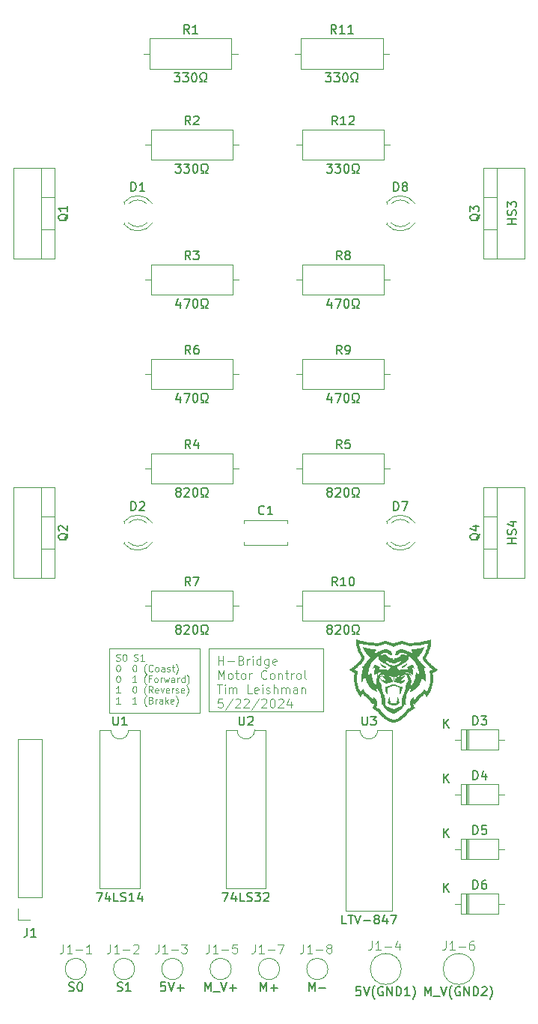
<source format=gto>
%TF.GenerationSoftware,KiCad,Pcbnew,7.0.11*%
%TF.CreationDate,2024-05-22T12:52:35-06:00*%
%TF.ProjectId,H_Bridge,485f4272-6964-4676-952e-6b696361645f,rev?*%
%TF.SameCoordinates,Original*%
%TF.FileFunction,Legend,Top*%
%TF.FilePolarity,Positive*%
%FSLAX46Y46*%
G04 Gerber Fmt 4.6, Leading zero omitted, Abs format (unit mm)*
G04 Created by KiCad (PCBNEW 7.0.11) date 2024-05-22 12:52:35*
%MOMM*%
%LPD*%
G01*
G04 APERTURE LIST*
%ADD10C,0.100000*%
%ADD11C,0.150000*%
%ADD12C,0.120000*%
G04 APERTURE END LIST*
D10*
X171277598Y-143652419D02*
X171277598Y-144366704D01*
X171277598Y-144366704D02*
X171229979Y-144509561D01*
X171229979Y-144509561D02*
X171134741Y-144604800D01*
X171134741Y-144604800D02*
X170991884Y-144652419D01*
X170991884Y-144652419D02*
X170896646Y-144652419D01*
X172277598Y-144652419D02*
X171706170Y-144652419D01*
X171991884Y-144652419D02*
X171991884Y-143652419D01*
X171991884Y-143652419D02*
X171896646Y-143795276D01*
X171896646Y-143795276D02*
X171801408Y-143890514D01*
X171801408Y-143890514D02*
X171706170Y-143938133D01*
X172706170Y-144271466D02*
X173468075Y-144271466D01*
X174372836Y-143985752D02*
X174372836Y-144652419D01*
X174134741Y-143604800D02*
X173896646Y-144319085D01*
X173896646Y-144319085D02*
X174515693Y-144319085D01*
X152862598Y-144033419D02*
X152862598Y-144747704D01*
X152862598Y-144747704D02*
X152814979Y-144890561D01*
X152814979Y-144890561D02*
X152719741Y-144985800D01*
X152719741Y-144985800D02*
X152576884Y-145033419D01*
X152576884Y-145033419D02*
X152481646Y-145033419D01*
X153862598Y-145033419D02*
X153291170Y-145033419D01*
X153576884Y-145033419D02*
X153576884Y-144033419D01*
X153576884Y-144033419D02*
X153481646Y-144176276D01*
X153481646Y-144176276D02*
X153386408Y-144271514D01*
X153386408Y-144271514D02*
X153291170Y-144319133D01*
X154291170Y-144652466D02*
X155053075Y-144652466D01*
X156005455Y-144033419D02*
X155529265Y-144033419D01*
X155529265Y-144033419D02*
X155481646Y-144509609D01*
X155481646Y-144509609D02*
X155529265Y-144461990D01*
X155529265Y-144461990D02*
X155624503Y-144414371D01*
X155624503Y-144414371D02*
X155862598Y-144414371D01*
X155862598Y-144414371D02*
X155957836Y-144461990D01*
X155957836Y-144461990D02*
X156005455Y-144509609D01*
X156005455Y-144509609D02*
X156053074Y-144604847D01*
X156053074Y-144604847D02*
X156053074Y-144842942D01*
X156053074Y-144842942D02*
X156005455Y-144938180D01*
X156005455Y-144938180D02*
X155957836Y-144985800D01*
X155957836Y-144985800D02*
X155862598Y-145033419D01*
X155862598Y-145033419D02*
X155624503Y-145033419D01*
X155624503Y-145033419D02*
X155529265Y-144985800D01*
X155529265Y-144985800D02*
X155481646Y-144938180D01*
X141686598Y-144033419D02*
X141686598Y-144747704D01*
X141686598Y-144747704D02*
X141638979Y-144890561D01*
X141638979Y-144890561D02*
X141543741Y-144985800D01*
X141543741Y-144985800D02*
X141400884Y-145033419D01*
X141400884Y-145033419D02*
X141305646Y-145033419D01*
X142686598Y-145033419D02*
X142115170Y-145033419D01*
X142400884Y-145033419D02*
X142400884Y-144033419D01*
X142400884Y-144033419D02*
X142305646Y-144176276D01*
X142305646Y-144176276D02*
X142210408Y-144271514D01*
X142210408Y-144271514D02*
X142115170Y-144319133D01*
X143115170Y-144652466D02*
X143877075Y-144652466D01*
X144305646Y-144128657D02*
X144353265Y-144081038D01*
X144353265Y-144081038D02*
X144448503Y-144033419D01*
X144448503Y-144033419D02*
X144686598Y-144033419D01*
X144686598Y-144033419D02*
X144781836Y-144081038D01*
X144781836Y-144081038D02*
X144829455Y-144128657D01*
X144829455Y-144128657D02*
X144877074Y-144223895D01*
X144877074Y-144223895D02*
X144877074Y-144319133D01*
X144877074Y-144319133D02*
X144829455Y-144461990D01*
X144829455Y-144461990D02*
X144258027Y-145033419D01*
X144258027Y-145033419D02*
X144877074Y-145033419D01*
X147147598Y-144033419D02*
X147147598Y-144747704D01*
X147147598Y-144747704D02*
X147099979Y-144890561D01*
X147099979Y-144890561D02*
X147004741Y-144985800D01*
X147004741Y-144985800D02*
X146861884Y-145033419D01*
X146861884Y-145033419D02*
X146766646Y-145033419D01*
X148147598Y-145033419D02*
X147576170Y-145033419D01*
X147861884Y-145033419D02*
X147861884Y-144033419D01*
X147861884Y-144033419D02*
X147766646Y-144176276D01*
X147766646Y-144176276D02*
X147671408Y-144271514D01*
X147671408Y-144271514D02*
X147576170Y-144319133D01*
X148576170Y-144652466D02*
X149338075Y-144652466D01*
X149719027Y-144033419D02*
X150338074Y-144033419D01*
X150338074Y-144033419D02*
X150004741Y-144414371D01*
X150004741Y-144414371D02*
X150147598Y-144414371D01*
X150147598Y-144414371D02*
X150242836Y-144461990D01*
X150242836Y-144461990D02*
X150290455Y-144509609D01*
X150290455Y-144509609D02*
X150338074Y-144604847D01*
X150338074Y-144604847D02*
X150338074Y-144842942D01*
X150338074Y-144842942D02*
X150290455Y-144938180D01*
X150290455Y-144938180D02*
X150242836Y-144985800D01*
X150242836Y-144985800D02*
X150147598Y-145033419D01*
X150147598Y-145033419D02*
X149861884Y-145033419D01*
X149861884Y-145033419D02*
X149766646Y-144985800D01*
X149766646Y-144985800D02*
X149719027Y-144938180D01*
X179659598Y-143652419D02*
X179659598Y-144366704D01*
X179659598Y-144366704D02*
X179611979Y-144509561D01*
X179611979Y-144509561D02*
X179516741Y-144604800D01*
X179516741Y-144604800D02*
X179373884Y-144652419D01*
X179373884Y-144652419D02*
X179278646Y-144652419D01*
X180659598Y-144652419D02*
X180088170Y-144652419D01*
X180373884Y-144652419D02*
X180373884Y-143652419D01*
X180373884Y-143652419D02*
X180278646Y-143795276D01*
X180278646Y-143795276D02*
X180183408Y-143890514D01*
X180183408Y-143890514D02*
X180088170Y-143938133D01*
X181088170Y-144271466D02*
X181850075Y-144271466D01*
X182754836Y-143652419D02*
X182564360Y-143652419D01*
X182564360Y-143652419D02*
X182469122Y-143700038D01*
X182469122Y-143700038D02*
X182421503Y-143747657D01*
X182421503Y-143747657D02*
X182326265Y-143890514D01*
X182326265Y-143890514D02*
X182278646Y-144080990D01*
X182278646Y-144080990D02*
X182278646Y-144461942D01*
X182278646Y-144461942D02*
X182326265Y-144557180D01*
X182326265Y-144557180D02*
X182373884Y-144604800D01*
X182373884Y-144604800D02*
X182469122Y-144652419D01*
X182469122Y-144652419D02*
X182659598Y-144652419D01*
X182659598Y-144652419D02*
X182754836Y-144604800D01*
X182754836Y-144604800D02*
X182802455Y-144557180D01*
X182802455Y-144557180D02*
X182850074Y-144461942D01*
X182850074Y-144461942D02*
X182850074Y-144223847D01*
X182850074Y-144223847D02*
X182802455Y-144128609D01*
X182802455Y-144128609D02*
X182754836Y-144080990D01*
X182754836Y-144080990D02*
X182659598Y-144033371D01*
X182659598Y-144033371D02*
X182469122Y-144033371D01*
X182469122Y-144033371D02*
X182373884Y-144080990D01*
X182373884Y-144080990D02*
X182326265Y-144128609D01*
X182326265Y-144128609D02*
X182278646Y-144223847D01*
X163530598Y-144033419D02*
X163530598Y-144747704D01*
X163530598Y-144747704D02*
X163482979Y-144890561D01*
X163482979Y-144890561D02*
X163387741Y-144985800D01*
X163387741Y-144985800D02*
X163244884Y-145033419D01*
X163244884Y-145033419D02*
X163149646Y-145033419D01*
X164530598Y-145033419D02*
X163959170Y-145033419D01*
X164244884Y-145033419D02*
X164244884Y-144033419D01*
X164244884Y-144033419D02*
X164149646Y-144176276D01*
X164149646Y-144176276D02*
X164054408Y-144271514D01*
X164054408Y-144271514D02*
X163959170Y-144319133D01*
X164959170Y-144652466D02*
X165721075Y-144652466D01*
X166340122Y-144461990D02*
X166244884Y-144414371D01*
X166244884Y-144414371D02*
X166197265Y-144366752D01*
X166197265Y-144366752D02*
X166149646Y-144271514D01*
X166149646Y-144271514D02*
X166149646Y-144223895D01*
X166149646Y-144223895D02*
X166197265Y-144128657D01*
X166197265Y-144128657D02*
X166244884Y-144081038D01*
X166244884Y-144081038D02*
X166340122Y-144033419D01*
X166340122Y-144033419D02*
X166530598Y-144033419D01*
X166530598Y-144033419D02*
X166625836Y-144081038D01*
X166625836Y-144081038D02*
X166673455Y-144128657D01*
X166673455Y-144128657D02*
X166721074Y-144223895D01*
X166721074Y-144223895D02*
X166721074Y-144271514D01*
X166721074Y-144271514D02*
X166673455Y-144366752D01*
X166673455Y-144366752D02*
X166625836Y-144414371D01*
X166625836Y-144414371D02*
X166530598Y-144461990D01*
X166530598Y-144461990D02*
X166340122Y-144461990D01*
X166340122Y-144461990D02*
X166244884Y-144509609D01*
X166244884Y-144509609D02*
X166197265Y-144557228D01*
X166197265Y-144557228D02*
X166149646Y-144652466D01*
X166149646Y-144652466D02*
X166149646Y-144842942D01*
X166149646Y-144842942D02*
X166197265Y-144938180D01*
X166197265Y-144938180D02*
X166244884Y-144985800D01*
X166244884Y-144985800D02*
X166340122Y-145033419D01*
X166340122Y-145033419D02*
X166530598Y-145033419D01*
X166530598Y-145033419D02*
X166625836Y-144985800D01*
X166625836Y-144985800D02*
X166673455Y-144938180D01*
X166673455Y-144938180D02*
X166721074Y-144842942D01*
X166721074Y-144842942D02*
X166721074Y-144652466D01*
X166721074Y-144652466D02*
X166673455Y-144557228D01*
X166673455Y-144557228D02*
X166625836Y-144509609D01*
X166625836Y-144509609D02*
X166530598Y-144461990D01*
X158069598Y-144033419D02*
X158069598Y-144747704D01*
X158069598Y-144747704D02*
X158021979Y-144890561D01*
X158021979Y-144890561D02*
X157926741Y-144985800D01*
X157926741Y-144985800D02*
X157783884Y-145033419D01*
X157783884Y-145033419D02*
X157688646Y-145033419D01*
X159069598Y-145033419D02*
X158498170Y-145033419D01*
X158783884Y-145033419D02*
X158783884Y-144033419D01*
X158783884Y-144033419D02*
X158688646Y-144176276D01*
X158688646Y-144176276D02*
X158593408Y-144271514D01*
X158593408Y-144271514D02*
X158498170Y-144319133D01*
X159498170Y-144652466D02*
X160260075Y-144652466D01*
X160641027Y-144033419D02*
X161307693Y-144033419D01*
X161307693Y-144033419D02*
X160879122Y-145033419D01*
X136352598Y-144033419D02*
X136352598Y-144747704D01*
X136352598Y-144747704D02*
X136304979Y-144890561D01*
X136304979Y-144890561D02*
X136209741Y-144985800D01*
X136209741Y-144985800D02*
X136066884Y-145033419D01*
X136066884Y-145033419D02*
X135971646Y-145033419D01*
X137352598Y-145033419D02*
X136781170Y-145033419D01*
X137066884Y-145033419D02*
X137066884Y-144033419D01*
X137066884Y-144033419D02*
X136971646Y-144176276D01*
X136971646Y-144176276D02*
X136876408Y-144271514D01*
X136876408Y-144271514D02*
X136781170Y-144319133D01*
X137781170Y-144652466D02*
X138543075Y-144652466D01*
X139543074Y-145033419D02*
X138971646Y-145033419D01*
X139257360Y-145033419D02*
X139257360Y-144033419D01*
X139257360Y-144033419D02*
X139162122Y-144176276D01*
X139162122Y-144176276D02*
X139066884Y-144271514D01*
X139066884Y-144271514D02*
X138971646Y-144319133D01*
X153884884Y-112459419D02*
X153884884Y-111459419D01*
X153884884Y-111935609D02*
X154456312Y-111935609D01*
X154456312Y-112459419D02*
X154456312Y-111459419D01*
X154932503Y-112078466D02*
X155694408Y-112078466D01*
X156503931Y-111935609D02*
X156646788Y-111983228D01*
X156646788Y-111983228D02*
X156694407Y-112030847D01*
X156694407Y-112030847D02*
X156742026Y-112126085D01*
X156742026Y-112126085D02*
X156742026Y-112268942D01*
X156742026Y-112268942D02*
X156694407Y-112364180D01*
X156694407Y-112364180D02*
X156646788Y-112411800D01*
X156646788Y-112411800D02*
X156551550Y-112459419D01*
X156551550Y-112459419D02*
X156170598Y-112459419D01*
X156170598Y-112459419D02*
X156170598Y-111459419D01*
X156170598Y-111459419D02*
X156503931Y-111459419D01*
X156503931Y-111459419D02*
X156599169Y-111507038D01*
X156599169Y-111507038D02*
X156646788Y-111554657D01*
X156646788Y-111554657D02*
X156694407Y-111649895D01*
X156694407Y-111649895D02*
X156694407Y-111745133D01*
X156694407Y-111745133D02*
X156646788Y-111840371D01*
X156646788Y-111840371D02*
X156599169Y-111887990D01*
X156599169Y-111887990D02*
X156503931Y-111935609D01*
X156503931Y-111935609D02*
X156170598Y-111935609D01*
X157170598Y-112459419D02*
X157170598Y-111792752D01*
X157170598Y-111983228D02*
X157218217Y-111887990D01*
X157218217Y-111887990D02*
X157265836Y-111840371D01*
X157265836Y-111840371D02*
X157361074Y-111792752D01*
X157361074Y-111792752D02*
X157456312Y-111792752D01*
X157789646Y-112459419D02*
X157789646Y-111792752D01*
X157789646Y-111459419D02*
X157742027Y-111507038D01*
X157742027Y-111507038D02*
X157789646Y-111554657D01*
X157789646Y-111554657D02*
X157837265Y-111507038D01*
X157837265Y-111507038D02*
X157789646Y-111459419D01*
X157789646Y-111459419D02*
X157789646Y-111554657D01*
X158694407Y-112459419D02*
X158694407Y-111459419D01*
X158694407Y-112411800D02*
X158599169Y-112459419D01*
X158599169Y-112459419D02*
X158408693Y-112459419D01*
X158408693Y-112459419D02*
X158313455Y-112411800D01*
X158313455Y-112411800D02*
X158265836Y-112364180D01*
X158265836Y-112364180D02*
X158218217Y-112268942D01*
X158218217Y-112268942D02*
X158218217Y-111983228D01*
X158218217Y-111983228D02*
X158265836Y-111887990D01*
X158265836Y-111887990D02*
X158313455Y-111840371D01*
X158313455Y-111840371D02*
X158408693Y-111792752D01*
X158408693Y-111792752D02*
X158599169Y-111792752D01*
X158599169Y-111792752D02*
X158694407Y-111840371D01*
X159599169Y-111792752D02*
X159599169Y-112602276D01*
X159599169Y-112602276D02*
X159551550Y-112697514D01*
X159551550Y-112697514D02*
X159503931Y-112745133D01*
X159503931Y-112745133D02*
X159408693Y-112792752D01*
X159408693Y-112792752D02*
X159265836Y-112792752D01*
X159265836Y-112792752D02*
X159170598Y-112745133D01*
X159599169Y-112411800D02*
X159503931Y-112459419D01*
X159503931Y-112459419D02*
X159313455Y-112459419D01*
X159313455Y-112459419D02*
X159218217Y-112411800D01*
X159218217Y-112411800D02*
X159170598Y-112364180D01*
X159170598Y-112364180D02*
X159122979Y-112268942D01*
X159122979Y-112268942D02*
X159122979Y-111983228D01*
X159122979Y-111983228D02*
X159170598Y-111887990D01*
X159170598Y-111887990D02*
X159218217Y-111840371D01*
X159218217Y-111840371D02*
X159313455Y-111792752D01*
X159313455Y-111792752D02*
X159503931Y-111792752D01*
X159503931Y-111792752D02*
X159599169Y-111840371D01*
X160456312Y-112411800D02*
X160361074Y-112459419D01*
X160361074Y-112459419D02*
X160170598Y-112459419D01*
X160170598Y-112459419D02*
X160075360Y-112411800D01*
X160075360Y-112411800D02*
X160027741Y-112316561D01*
X160027741Y-112316561D02*
X160027741Y-111935609D01*
X160027741Y-111935609D02*
X160075360Y-111840371D01*
X160075360Y-111840371D02*
X160170598Y-111792752D01*
X160170598Y-111792752D02*
X160361074Y-111792752D01*
X160361074Y-111792752D02*
X160456312Y-111840371D01*
X160456312Y-111840371D02*
X160503931Y-111935609D01*
X160503931Y-111935609D02*
X160503931Y-112030847D01*
X160503931Y-112030847D02*
X160027741Y-112126085D01*
X153884884Y-114069419D02*
X153884884Y-113069419D01*
X153884884Y-113069419D02*
X154218217Y-113783704D01*
X154218217Y-113783704D02*
X154551550Y-113069419D01*
X154551550Y-113069419D02*
X154551550Y-114069419D01*
X155170598Y-114069419D02*
X155075360Y-114021800D01*
X155075360Y-114021800D02*
X155027741Y-113974180D01*
X155027741Y-113974180D02*
X154980122Y-113878942D01*
X154980122Y-113878942D02*
X154980122Y-113593228D01*
X154980122Y-113593228D02*
X155027741Y-113497990D01*
X155027741Y-113497990D02*
X155075360Y-113450371D01*
X155075360Y-113450371D02*
X155170598Y-113402752D01*
X155170598Y-113402752D02*
X155313455Y-113402752D01*
X155313455Y-113402752D02*
X155408693Y-113450371D01*
X155408693Y-113450371D02*
X155456312Y-113497990D01*
X155456312Y-113497990D02*
X155503931Y-113593228D01*
X155503931Y-113593228D02*
X155503931Y-113878942D01*
X155503931Y-113878942D02*
X155456312Y-113974180D01*
X155456312Y-113974180D02*
X155408693Y-114021800D01*
X155408693Y-114021800D02*
X155313455Y-114069419D01*
X155313455Y-114069419D02*
X155170598Y-114069419D01*
X155789646Y-113402752D02*
X156170598Y-113402752D01*
X155932503Y-113069419D02*
X155932503Y-113926561D01*
X155932503Y-113926561D02*
X155980122Y-114021800D01*
X155980122Y-114021800D02*
X156075360Y-114069419D01*
X156075360Y-114069419D02*
X156170598Y-114069419D01*
X156646789Y-114069419D02*
X156551551Y-114021800D01*
X156551551Y-114021800D02*
X156503932Y-113974180D01*
X156503932Y-113974180D02*
X156456313Y-113878942D01*
X156456313Y-113878942D02*
X156456313Y-113593228D01*
X156456313Y-113593228D02*
X156503932Y-113497990D01*
X156503932Y-113497990D02*
X156551551Y-113450371D01*
X156551551Y-113450371D02*
X156646789Y-113402752D01*
X156646789Y-113402752D02*
X156789646Y-113402752D01*
X156789646Y-113402752D02*
X156884884Y-113450371D01*
X156884884Y-113450371D02*
X156932503Y-113497990D01*
X156932503Y-113497990D02*
X156980122Y-113593228D01*
X156980122Y-113593228D02*
X156980122Y-113878942D01*
X156980122Y-113878942D02*
X156932503Y-113974180D01*
X156932503Y-113974180D02*
X156884884Y-114021800D01*
X156884884Y-114021800D02*
X156789646Y-114069419D01*
X156789646Y-114069419D02*
X156646789Y-114069419D01*
X157408694Y-114069419D02*
X157408694Y-113402752D01*
X157408694Y-113593228D02*
X157456313Y-113497990D01*
X157456313Y-113497990D02*
X157503932Y-113450371D01*
X157503932Y-113450371D02*
X157599170Y-113402752D01*
X157599170Y-113402752D02*
X157694408Y-113402752D01*
X159361075Y-113974180D02*
X159313456Y-114021800D01*
X159313456Y-114021800D02*
X159170599Y-114069419D01*
X159170599Y-114069419D02*
X159075361Y-114069419D01*
X159075361Y-114069419D02*
X158932504Y-114021800D01*
X158932504Y-114021800D02*
X158837266Y-113926561D01*
X158837266Y-113926561D02*
X158789647Y-113831323D01*
X158789647Y-113831323D02*
X158742028Y-113640847D01*
X158742028Y-113640847D02*
X158742028Y-113497990D01*
X158742028Y-113497990D02*
X158789647Y-113307514D01*
X158789647Y-113307514D02*
X158837266Y-113212276D01*
X158837266Y-113212276D02*
X158932504Y-113117038D01*
X158932504Y-113117038D02*
X159075361Y-113069419D01*
X159075361Y-113069419D02*
X159170599Y-113069419D01*
X159170599Y-113069419D02*
X159313456Y-113117038D01*
X159313456Y-113117038D02*
X159361075Y-113164657D01*
X159932504Y-114069419D02*
X159837266Y-114021800D01*
X159837266Y-114021800D02*
X159789647Y-113974180D01*
X159789647Y-113974180D02*
X159742028Y-113878942D01*
X159742028Y-113878942D02*
X159742028Y-113593228D01*
X159742028Y-113593228D02*
X159789647Y-113497990D01*
X159789647Y-113497990D02*
X159837266Y-113450371D01*
X159837266Y-113450371D02*
X159932504Y-113402752D01*
X159932504Y-113402752D02*
X160075361Y-113402752D01*
X160075361Y-113402752D02*
X160170599Y-113450371D01*
X160170599Y-113450371D02*
X160218218Y-113497990D01*
X160218218Y-113497990D02*
X160265837Y-113593228D01*
X160265837Y-113593228D02*
X160265837Y-113878942D01*
X160265837Y-113878942D02*
X160218218Y-113974180D01*
X160218218Y-113974180D02*
X160170599Y-114021800D01*
X160170599Y-114021800D02*
X160075361Y-114069419D01*
X160075361Y-114069419D02*
X159932504Y-114069419D01*
X160694409Y-113402752D02*
X160694409Y-114069419D01*
X160694409Y-113497990D02*
X160742028Y-113450371D01*
X160742028Y-113450371D02*
X160837266Y-113402752D01*
X160837266Y-113402752D02*
X160980123Y-113402752D01*
X160980123Y-113402752D02*
X161075361Y-113450371D01*
X161075361Y-113450371D02*
X161122980Y-113545609D01*
X161122980Y-113545609D02*
X161122980Y-114069419D01*
X161456314Y-113402752D02*
X161837266Y-113402752D01*
X161599171Y-113069419D02*
X161599171Y-113926561D01*
X161599171Y-113926561D02*
X161646790Y-114021800D01*
X161646790Y-114021800D02*
X161742028Y-114069419D01*
X161742028Y-114069419D02*
X161837266Y-114069419D01*
X162170600Y-114069419D02*
X162170600Y-113402752D01*
X162170600Y-113593228D02*
X162218219Y-113497990D01*
X162218219Y-113497990D02*
X162265838Y-113450371D01*
X162265838Y-113450371D02*
X162361076Y-113402752D01*
X162361076Y-113402752D02*
X162456314Y-113402752D01*
X162932505Y-114069419D02*
X162837267Y-114021800D01*
X162837267Y-114021800D02*
X162789648Y-113974180D01*
X162789648Y-113974180D02*
X162742029Y-113878942D01*
X162742029Y-113878942D02*
X162742029Y-113593228D01*
X162742029Y-113593228D02*
X162789648Y-113497990D01*
X162789648Y-113497990D02*
X162837267Y-113450371D01*
X162837267Y-113450371D02*
X162932505Y-113402752D01*
X162932505Y-113402752D02*
X163075362Y-113402752D01*
X163075362Y-113402752D02*
X163170600Y-113450371D01*
X163170600Y-113450371D02*
X163218219Y-113497990D01*
X163218219Y-113497990D02*
X163265838Y-113593228D01*
X163265838Y-113593228D02*
X163265838Y-113878942D01*
X163265838Y-113878942D02*
X163218219Y-113974180D01*
X163218219Y-113974180D02*
X163170600Y-114021800D01*
X163170600Y-114021800D02*
X163075362Y-114069419D01*
X163075362Y-114069419D02*
X162932505Y-114069419D01*
X163837267Y-114069419D02*
X163742029Y-114021800D01*
X163742029Y-114021800D02*
X163694410Y-113926561D01*
X163694410Y-113926561D02*
X163694410Y-113069419D01*
X153742027Y-114679419D02*
X154313455Y-114679419D01*
X154027741Y-115679419D02*
X154027741Y-114679419D01*
X154646789Y-115679419D02*
X154646789Y-115012752D01*
X154646789Y-114679419D02*
X154599170Y-114727038D01*
X154599170Y-114727038D02*
X154646789Y-114774657D01*
X154646789Y-114774657D02*
X154694408Y-114727038D01*
X154694408Y-114727038D02*
X154646789Y-114679419D01*
X154646789Y-114679419D02*
X154646789Y-114774657D01*
X155122979Y-115679419D02*
X155122979Y-115012752D01*
X155122979Y-115107990D02*
X155170598Y-115060371D01*
X155170598Y-115060371D02*
X155265836Y-115012752D01*
X155265836Y-115012752D02*
X155408693Y-115012752D01*
X155408693Y-115012752D02*
X155503931Y-115060371D01*
X155503931Y-115060371D02*
X155551550Y-115155609D01*
X155551550Y-115155609D02*
X155551550Y-115679419D01*
X155551550Y-115155609D02*
X155599169Y-115060371D01*
X155599169Y-115060371D02*
X155694407Y-115012752D01*
X155694407Y-115012752D02*
X155837264Y-115012752D01*
X155837264Y-115012752D02*
X155932503Y-115060371D01*
X155932503Y-115060371D02*
X155980122Y-115155609D01*
X155980122Y-115155609D02*
X155980122Y-115679419D01*
X157694407Y-115679419D02*
X157218217Y-115679419D01*
X157218217Y-115679419D02*
X157218217Y-114679419D01*
X158408693Y-115631800D02*
X158313455Y-115679419D01*
X158313455Y-115679419D02*
X158122979Y-115679419D01*
X158122979Y-115679419D02*
X158027741Y-115631800D01*
X158027741Y-115631800D02*
X157980122Y-115536561D01*
X157980122Y-115536561D02*
X157980122Y-115155609D01*
X157980122Y-115155609D02*
X158027741Y-115060371D01*
X158027741Y-115060371D02*
X158122979Y-115012752D01*
X158122979Y-115012752D02*
X158313455Y-115012752D01*
X158313455Y-115012752D02*
X158408693Y-115060371D01*
X158408693Y-115060371D02*
X158456312Y-115155609D01*
X158456312Y-115155609D02*
X158456312Y-115250847D01*
X158456312Y-115250847D02*
X157980122Y-115346085D01*
X158884884Y-115679419D02*
X158884884Y-115012752D01*
X158884884Y-114679419D02*
X158837265Y-114727038D01*
X158837265Y-114727038D02*
X158884884Y-114774657D01*
X158884884Y-114774657D02*
X158932503Y-114727038D01*
X158932503Y-114727038D02*
X158884884Y-114679419D01*
X158884884Y-114679419D02*
X158884884Y-114774657D01*
X159313455Y-115631800D02*
X159408693Y-115679419D01*
X159408693Y-115679419D02*
X159599169Y-115679419D01*
X159599169Y-115679419D02*
X159694407Y-115631800D01*
X159694407Y-115631800D02*
X159742026Y-115536561D01*
X159742026Y-115536561D02*
X159742026Y-115488942D01*
X159742026Y-115488942D02*
X159694407Y-115393704D01*
X159694407Y-115393704D02*
X159599169Y-115346085D01*
X159599169Y-115346085D02*
X159456312Y-115346085D01*
X159456312Y-115346085D02*
X159361074Y-115298466D01*
X159361074Y-115298466D02*
X159313455Y-115203228D01*
X159313455Y-115203228D02*
X159313455Y-115155609D01*
X159313455Y-115155609D02*
X159361074Y-115060371D01*
X159361074Y-115060371D02*
X159456312Y-115012752D01*
X159456312Y-115012752D02*
X159599169Y-115012752D01*
X159599169Y-115012752D02*
X159694407Y-115060371D01*
X160170598Y-115679419D02*
X160170598Y-114679419D01*
X160599169Y-115679419D02*
X160599169Y-115155609D01*
X160599169Y-115155609D02*
X160551550Y-115060371D01*
X160551550Y-115060371D02*
X160456312Y-115012752D01*
X160456312Y-115012752D02*
X160313455Y-115012752D01*
X160313455Y-115012752D02*
X160218217Y-115060371D01*
X160218217Y-115060371D02*
X160170598Y-115107990D01*
X161075360Y-115679419D02*
X161075360Y-115012752D01*
X161075360Y-115107990D02*
X161122979Y-115060371D01*
X161122979Y-115060371D02*
X161218217Y-115012752D01*
X161218217Y-115012752D02*
X161361074Y-115012752D01*
X161361074Y-115012752D02*
X161456312Y-115060371D01*
X161456312Y-115060371D02*
X161503931Y-115155609D01*
X161503931Y-115155609D02*
X161503931Y-115679419D01*
X161503931Y-115155609D02*
X161551550Y-115060371D01*
X161551550Y-115060371D02*
X161646788Y-115012752D01*
X161646788Y-115012752D02*
X161789645Y-115012752D01*
X161789645Y-115012752D02*
X161884884Y-115060371D01*
X161884884Y-115060371D02*
X161932503Y-115155609D01*
X161932503Y-115155609D02*
X161932503Y-115679419D01*
X162837264Y-115679419D02*
X162837264Y-115155609D01*
X162837264Y-115155609D02*
X162789645Y-115060371D01*
X162789645Y-115060371D02*
X162694407Y-115012752D01*
X162694407Y-115012752D02*
X162503931Y-115012752D01*
X162503931Y-115012752D02*
X162408693Y-115060371D01*
X162837264Y-115631800D02*
X162742026Y-115679419D01*
X162742026Y-115679419D02*
X162503931Y-115679419D01*
X162503931Y-115679419D02*
X162408693Y-115631800D01*
X162408693Y-115631800D02*
X162361074Y-115536561D01*
X162361074Y-115536561D02*
X162361074Y-115441323D01*
X162361074Y-115441323D02*
X162408693Y-115346085D01*
X162408693Y-115346085D02*
X162503931Y-115298466D01*
X162503931Y-115298466D02*
X162742026Y-115298466D01*
X162742026Y-115298466D02*
X162837264Y-115250847D01*
X163313455Y-115012752D02*
X163313455Y-115679419D01*
X163313455Y-115107990D02*
X163361074Y-115060371D01*
X163361074Y-115060371D02*
X163456312Y-115012752D01*
X163456312Y-115012752D02*
X163599169Y-115012752D01*
X163599169Y-115012752D02*
X163694407Y-115060371D01*
X163694407Y-115060371D02*
X163742026Y-115155609D01*
X163742026Y-115155609D02*
X163742026Y-115679419D01*
X154361074Y-116289419D02*
X153884884Y-116289419D01*
X153884884Y-116289419D02*
X153837265Y-116765609D01*
X153837265Y-116765609D02*
X153884884Y-116717990D01*
X153884884Y-116717990D02*
X153980122Y-116670371D01*
X153980122Y-116670371D02*
X154218217Y-116670371D01*
X154218217Y-116670371D02*
X154313455Y-116717990D01*
X154313455Y-116717990D02*
X154361074Y-116765609D01*
X154361074Y-116765609D02*
X154408693Y-116860847D01*
X154408693Y-116860847D02*
X154408693Y-117098942D01*
X154408693Y-117098942D02*
X154361074Y-117194180D01*
X154361074Y-117194180D02*
X154313455Y-117241800D01*
X154313455Y-117241800D02*
X154218217Y-117289419D01*
X154218217Y-117289419D02*
X153980122Y-117289419D01*
X153980122Y-117289419D02*
X153884884Y-117241800D01*
X153884884Y-117241800D02*
X153837265Y-117194180D01*
X155551550Y-116241800D02*
X154694408Y-117527514D01*
X155837265Y-116384657D02*
X155884884Y-116337038D01*
X155884884Y-116337038D02*
X155980122Y-116289419D01*
X155980122Y-116289419D02*
X156218217Y-116289419D01*
X156218217Y-116289419D02*
X156313455Y-116337038D01*
X156313455Y-116337038D02*
X156361074Y-116384657D01*
X156361074Y-116384657D02*
X156408693Y-116479895D01*
X156408693Y-116479895D02*
X156408693Y-116575133D01*
X156408693Y-116575133D02*
X156361074Y-116717990D01*
X156361074Y-116717990D02*
X155789646Y-117289419D01*
X155789646Y-117289419D02*
X156408693Y-117289419D01*
X156789646Y-116384657D02*
X156837265Y-116337038D01*
X156837265Y-116337038D02*
X156932503Y-116289419D01*
X156932503Y-116289419D02*
X157170598Y-116289419D01*
X157170598Y-116289419D02*
X157265836Y-116337038D01*
X157265836Y-116337038D02*
X157313455Y-116384657D01*
X157313455Y-116384657D02*
X157361074Y-116479895D01*
X157361074Y-116479895D02*
X157361074Y-116575133D01*
X157361074Y-116575133D02*
X157313455Y-116717990D01*
X157313455Y-116717990D02*
X156742027Y-117289419D01*
X156742027Y-117289419D02*
X157361074Y-117289419D01*
X158503931Y-116241800D02*
X157646789Y-117527514D01*
X158789646Y-116384657D02*
X158837265Y-116337038D01*
X158837265Y-116337038D02*
X158932503Y-116289419D01*
X158932503Y-116289419D02*
X159170598Y-116289419D01*
X159170598Y-116289419D02*
X159265836Y-116337038D01*
X159265836Y-116337038D02*
X159313455Y-116384657D01*
X159313455Y-116384657D02*
X159361074Y-116479895D01*
X159361074Y-116479895D02*
X159361074Y-116575133D01*
X159361074Y-116575133D02*
X159313455Y-116717990D01*
X159313455Y-116717990D02*
X158742027Y-117289419D01*
X158742027Y-117289419D02*
X159361074Y-117289419D01*
X159980122Y-116289419D02*
X160075360Y-116289419D01*
X160075360Y-116289419D02*
X160170598Y-116337038D01*
X160170598Y-116337038D02*
X160218217Y-116384657D01*
X160218217Y-116384657D02*
X160265836Y-116479895D01*
X160265836Y-116479895D02*
X160313455Y-116670371D01*
X160313455Y-116670371D02*
X160313455Y-116908466D01*
X160313455Y-116908466D02*
X160265836Y-117098942D01*
X160265836Y-117098942D02*
X160218217Y-117194180D01*
X160218217Y-117194180D02*
X160170598Y-117241800D01*
X160170598Y-117241800D02*
X160075360Y-117289419D01*
X160075360Y-117289419D02*
X159980122Y-117289419D01*
X159980122Y-117289419D02*
X159884884Y-117241800D01*
X159884884Y-117241800D02*
X159837265Y-117194180D01*
X159837265Y-117194180D02*
X159789646Y-117098942D01*
X159789646Y-117098942D02*
X159742027Y-116908466D01*
X159742027Y-116908466D02*
X159742027Y-116670371D01*
X159742027Y-116670371D02*
X159789646Y-116479895D01*
X159789646Y-116479895D02*
X159837265Y-116384657D01*
X159837265Y-116384657D02*
X159884884Y-116337038D01*
X159884884Y-116337038D02*
X159980122Y-116289419D01*
X160694408Y-116384657D02*
X160742027Y-116337038D01*
X160742027Y-116337038D02*
X160837265Y-116289419D01*
X160837265Y-116289419D02*
X161075360Y-116289419D01*
X161075360Y-116289419D02*
X161170598Y-116337038D01*
X161170598Y-116337038D02*
X161218217Y-116384657D01*
X161218217Y-116384657D02*
X161265836Y-116479895D01*
X161265836Y-116479895D02*
X161265836Y-116575133D01*
X161265836Y-116575133D02*
X161218217Y-116717990D01*
X161218217Y-116717990D02*
X160646789Y-117289419D01*
X160646789Y-117289419D02*
X161265836Y-117289419D01*
X162122979Y-116622752D02*
X162122979Y-117289419D01*
X161884884Y-116241800D02*
X161646789Y-116956085D01*
X161646789Y-116956085D02*
X162265836Y-116956085D01*
X152781000Y-110617000D02*
X165735000Y-110617000D01*
X165735000Y-117729000D01*
X152781000Y-117729000D01*
X152781000Y-110617000D01*
X142362646Y-111974300D02*
X142469789Y-112010014D01*
X142469789Y-112010014D02*
X142648360Y-112010014D01*
X142648360Y-112010014D02*
X142719789Y-111974300D01*
X142719789Y-111974300D02*
X142755503Y-111938585D01*
X142755503Y-111938585D02*
X142791217Y-111867157D01*
X142791217Y-111867157D02*
X142791217Y-111795728D01*
X142791217Y-111795728D02*
X142755503Y-111724300D01*
X142755503Y-111724300D02*
X142719789Y-111688585D01*
X142719789Y-111688585D02*
X142648360Y-111652871D01*
X142648360Y-111652871D02*
X142505503Y-111617157D01*
X142505503Y-111617157D02*
X142434074Y-111581442D01*
X142434074Y-111581442D02*
X142398360Y-111545728D01*
X142398360Y-111545728D02*
X142362646Y-111474300D01*
X142362646Y-111474300D02*
X142362646Y-111402871D01*
X142362646Y-111402871D02*
X142398360Y-111331442D01*
X142398360Y-111331442D02*
X142434074Y-111295728D01*
X142434074Y-111295728D02*
X142505503Y-111260014D01*
X142505503Y-111260014D02*
X142684074Y-111260014D01*
X142684074Y-111260014D02*
X142791217Y-111295728D01*
X143255503Y-111260014D02*
X143326932Y-111260014D01*
X143326932Y-111260014D02*
X143398360Y-111295728D01*
X143398360Y-111295728D02*
X143434075Y-111331442D01*
X143434075Y-111331442D02*
X143469789Y-111402871D01*
X143469789Y-111402871D02*
X143505503Y-111545728D01*
X143505503Y-111545728D02*
X143505503Y-111724300D01*
X143505503Y-111724300D02*
X143469789Y-111867157D01*
X143469789Y-111867157D02*
X143434075Y-111938585D01*
X143434075Y-111938585D02*
X143398360Y-111974300D01*
X143398360Y-111974300D02*
X143326932Y-112010014D01*
X143326932Y-112010014D02*
X143255503Y-112010014D01*
X143255503Y-112010014D02*
X143184075Y-111974300D01*
X143184075Y-111974300D02*
X143148360Y-111938585D01*
X143148360Y-111938585D02*
X143112646Y-111867157D01*
X143112646Y-111867157D02*
X143076932Y-111724300D01*
X143076932Y-111724300D02*
X143076932Y-111545728D01*
X143076932Y-111545728D02*
X143112646Y-111402871D01*
X143112646Y-111402871D02*
X143148360Y-111331442D01*
X143148360Y-111331442D02*
X143184075Y-111295728D01*
X143184075Y-111295728D02*
X143255503Y-111260014D01*
X144362647Y-111974300D02*
X144469790Y-112010014D01*
X144469790Y-112010014D02*
X144648361Y-112010014D01*
X144648361Y-112010014D02*
X144719790Y-111974300D01*
X144719790Y-111974300D02*
X144755504Y-111938585D01*
X144755504Y-111938585D02*
X144791218Y-111867157D01*
X144791218Y-111867157D02*
X144791218Y-111795728D01*
X144791218Y-111795728D02*
X144755504Y-111724300D01*
X144755504Y-111724300D02*
X144719790Y-111688585D01*
X144719790Y-111688585D02*
X144648361Y-111652871D01*
X144648361Y-111652871D02*
X144505504Y-111617157D01*
X144505504Y-111617157D02*
X144434075Y-111581442D01*
X144434075Y-111581442D02*
X144398361Y-111545728D01*
X144398361Y-111545728D02*
X144362647Y-111474300D01*
X144362647Y-111474300D02*
X144362647Y-111402871D01*
X144362647Y-111402871D02*
X144398361Y-111331442D01*
X144398361Y-111331442D02*
X144434075Y-111295728D01*
X144434075Y-111295728D02*
X144505504Y-111260014D01*
X144505504Y-111260014D02*
X144684075Y-111260014D01*
X144684075Y-111260014D02*
X144791218Y-111295728D01*
X145505504Y-112010014D02*
X145076933Y-112010014D01*
X145291218Y-112010014D02*
X145291218Y-111260014D01*
X145291218Y-111260014D02*
X145219790Y-111367157D01*
X145219790Y-111367157D02*
X145148361Y-111438585D01*
X145148361Y-111438585D02*
X145076933Y-111474300D01*
X142541217Y-112467514D02*
X142612646Y-112467514D01*
X142612646Y-112467514D02*
X142684074Y-112503228D01*
X142684074Y-112503228D02*
X142719789Y-112538942D01*
X142719789Y-112538942D02*
X142755503Y-112610371D01*
X142755503Y-112610371D02*
X142791217Y-112753228D01*
X142791217Y-112753228D02*
X142791217Y-112931800D01*
X142791217Y-112931800D02*
X142755503Y-113074657D01*
X142755503Y-113074657D02*
X142719789Y-113146085D01*
X142719789Y-113146085D02*
X142684074Y-113181800D01*
X142684074Y-113181800D02*
X142612646Y-113217514D01*
X142612646Y-113217514D02*
X142541217Y-113217514D01*
X142541217Y-113217514D02*
X142469789Y-113181800D01*
X142469789Y-113181800D02*
X142434074Y-113146085D01*
X142434074Y-113146085D02*
X142398360Y-113074657D01*
X142398360Y-113074657D02*
X142362646Y-112931800D01*
X142362646Y-112931800D02*
X142362646Y-112753228D01*
X142362646Y-112753228D02*
X142398360Y-112610371D01*
X142398360Y-112610371D02*
X142434074Y-112538942D01*
X142434074Y-112538942D02*
X142469789Y-112503228D01*
X142469789Y-112503228D02*
X142541217Y-112467514D01*
X144398361Y-112467514D02*
X144469790Y-112467514D01*
X144469790Y-112467514D02*
X144541218Y-112503228D01*
X144541218Y-112503228D02*
X144576933Y-112538942D01*
X144576933Y-112538942D02*
X144612647Y-112610371D01*
X144612647Y-112610371D02*
X144648361Y-112753228D01*
X144648361Y-112753228D02*
X144648361Y-112931800D01*
X144648361Y-112931800D02*
X144612647Y-113074657D01*
X144612647Y-113074657D02*
X144576933Y-113146085D01*
X144576933Y-113146085D02*
X144541218Y-113181800D01*
X144541218Y-113181800D02*
X144469790Y-113217514D01*
X144469790Y-113217514D02*
X144398361Y-113217514D01*
X144398361Y-113217514D02*
X144326933Y-113181800D01*
X144326933Y-113181800D02*
X144291218Y-113146085D01*
X144291218Y-113146085D02*
X144255504Y-113074657D01*
X144255504Y-113074657D02*
X144219790Y-112931800D01*
X144219790Y-112931800D02*
X144219790Y-112753228D01*
X144219790Y-112753228D02*
X144255504Y-112610371D01*
X144255504Y-112610371D02*
X144291218Y-112538942D01*
X144291218Y-112538942D02*
X144326933Y-112503228D01*
X144326933Y-112503228D02*
X144398361Y-112467514D01*
X145755505Y-113503228D02*
X145719790Y-113467514D01*
X145719790Y-113467514D02*
X145648362Y-113360371D01*
X145648362Y-113360371D02*
X145612648Y-113288942D01*
X145612648Y-113288942D02*
X145576933Y-113181800D01*
X145576933Y-113181800D02*
X145541219Y-113003228D01*
X145541219Y-113003228D02*
X145541219Y-112860371D01*
X145541219Y-112860371D02*
X145576933Y-112681800D01*
X145576933Y-112681800D02*
X145612648Y-112574657D01*
X145612648Y-112574657D02*
X145648362Y-112503228D01*
X145648362Y-112503228D02*
X145719790Y-112396085D01*
X145719790Y-112396085D02*
X145755505Y-112360371D01*
X146469790Y-113146085D02*
X146434076Y-113181800D01*
X146434076Y-113181800D02*
X146326933Y-113217514D01*
X146326933Y-113217514D02*
X146255505Y-113217514D01*
X146255505Y-113217514D02*
X146148362Y-113181800D01*
X146148362Y-113181800D02*
X146076933Y-113110371D01*
X146076933Y-113110371D02*
X146041219Y-113038942D01*
X146041219Y-113038942D02*
X146005505Y-112896085D01*
X146005505Y-112896085D02*
X146005505Y-112788942D01*
X146005505Y-112788942D02*
X146041219Y-112646085D01*
X146041219Y-112646085D02*
X146076933Y-112574657D01*
X146076933Y-112574657D02*
X146148362Y-112503228D01*
X146148362Y-112503228D02*
X146255505Y-112467514D01*
X146255505Y-112467514D02*
X146326933Y-112467514D01*
X146326933Y-112467514D02*
X146434076Y-112503228D01*
X146434076Y-112503228D02*
X146469790Y-112538942D01*
X146898362Y-113217514D02*
X146826933Y-113181800D01*
X146826933Y-113181800D02*
X146791219Y-113146085D01*
X146791219Y-113146085D02*
X146755505Y-113074657D01*
X146755505Y-113074657D02*
X146755505Y-112860371D01*
X146755505Y-112860371D02*
X146791219Y-112788942D01*
X146791219Y-112788942D02*
X146826933Y-112753228D01*
X146826933Y-112753228D02*
X146898362Y-112717514D01*
X146898362Y-112717514D02*
X147005505Y-112717514D01*
X147005505Y-112717514D02*
X147076933Y-112753228D01*
X147076933Y-112753228D02*
X147112648Y-112788942D01*
X147112648Y-112788942D02*
X147148362Y-112860371D01*
X147148362Y-112860371D02*
X147148362Y-113074657D01*
X147148362Y-113074657D02*
X147112648Y-113146085D01*
X147112648Y-113146085D02*
X147076933Y-113181800D01*
X147076933Y-113181800D02*
X147005505Y-113217514D01*
X147005505Y-113217514D02*
X146898362Y-113217514D01*
X147791219Y-113217514D02*
X147791219Y-112824657D01*
X147791219Y-112824657D02*
X147755504Y-112753228D01*
X147755504Y-112753228D02*
X147684076Y-112717514D01*
X147684076Y-112717514D02*
X147541219Y-112717514D01*
X147541219Y-112717514D02*
X147469790Y-112753228D01*
X147791219Y-113181800D02*
X147719790Y-113217514D01*
X147719790Y-113217514D02*
X147541219Y-113217514D01*
X147541219Y-113217514D02*
X147469790Y-113181800D01*
X147469790Y-113181800D02*
X147434076Y-113110371D01*
X147434076Y-113110371D02*
X147434076Y-113038942D01*
X147434076Y-113038942D02*
X147469790Y-112967514D01*
X147469790Y-112967514D02*
X147541219Y-112931800D01*
X147541219Y-112931800D02*
X147719790Y-112931800D01*
X147719790Y-112931800D02*
X147791219Y-112896085D01*
X148112647Y-113181800D02*
X148184075Y-113217514D01*
X148184075Y-113217514D02*
X148326932Y-113217514D01*
X148326932Y-113217514D02*
X148398361Y-113181800D01*
X148398361Y-113181800D02*
X148434075Y-113110371D01*
X148434075Y-113110371D02*
X148434075Y-113074657D01*
X148434075Y-113074657D02*
X148398361Y-113003228D01*
X148398361Y-113003228D02*
X148326932Y-112967514D01*
X148326932Y-112967514D02*
X148219790Y-112967514D01*
X148219790Y-112967514D02*
X148148361Y-112931800D01*
X148148361Y-112931800D02*
X148112647Y-112860371D01*
X148112647Y-112860371D02*
X148112647Y-112824657D01*
X148112647Y-112824657D02*
X148148361Y-112753228D01*
X148148361Y-112753228D02*
X148219790Y-112717514D01*
X148219790Y-112717514D02*
X148326932Y-112717514D01*
X148326932Y-112717514D02*
X148398361Y-112753228D01*
X148648361Y-112717514D02*
X148934075Y-112717514D01*
X148755504Y-112467514D02*
X148755504Y-113110371D01*
X148755504Y-113110371D02*
X148791218Y-113181800D01*
X148791218Y-113181800D02*
X148862647Y-113217514D01*
X148862647Y-113217514D02*
X148934075Y-113217514D01*
X149112646Y-113503228D02*
X149148361Y-113467514D01*
X149148361Y-113467514D02*
X149219789Y-113360371D01*
X149219789Y-113360371D02*
X149255504Y-113288942D01*
X149255504Y-113288942D02*
X149291218Y-113181800D01*
X149291218Y-113181800D02*
X149326932Y-113003228D01*
X149326932Y-113003228D02*
X149326932Y-112860371D01*
X149326932Y-112860371D02*
X149291218Y-112681800D01*
X149291218Y-112681800D02*
X149255504Y-112574657D01*
X149255504Y-112574657D02*
X149219789Y-112503228D01*
X149219789Y-112503228D02*
X149148361Y-112396085D01*
X149148361Y-112396085D02*
X149112646Y-112360371D01*
X142541217Y-113675014D02*
X142612646Y-113675014D01*
X142612646Y-113675014D02*
X142684074Y-113710728D01*
X142684074Y-113710728D02*
X142719789Y-113746442D01*
X142719789Y-113746442D02*
X142755503Y-113817871D01*
X142755503Y-113817871D02*
X142791217Y-113960728D01*
X142791217Y-113960728D02*
X142791217Y-114139300D01*
X142791217Y-114139300D02*
X142755503Y-114282157D01*
X142755503Y-114282157D02*
X142719789Y-114353585D01*
X142719789Y-114353585D02*
X142684074Y-114389300D01*
X142684074Y-114389300D02*
X142612646Y-114425014D01*
X142612646Y-114425014D02*
X142541217Y-114425014D01*
X142541217Y-114425014D02*
X142469789Y-114389300D01*
X142469789Y-114389300D02*
X142434074Y-114353585D01*
X142434074Y-114353585D02*
X142398360Y-114282157D01*
X142398360Y-114282157D02*
X142362646Y-114139300D01*
X142362646Y-114139300D02*
X142362646Y-113960728D01*
X142362646Y-113960728D02*
X142398360Y-113817871D01*
X142398360Y-113817871D02*
X142434074Y-113746442D01*
X142434074Y-113746442D02*
X142469789Y-113710728D01*
X142469789Y-113710728D02*
X142541217Y-113675014D01*
X144648361Y-114425014D02*
X144219790Y-114425014D01*
X144434075Y-114425014D02*
X144434075Y-113675014D01*
X144434075Y-113675014D02*
X144362647Y-113782157D01*
X144362647Y-113782157D02*
X144291218Y-113853585D01*
X144291218Y-113853585D02*
X144219790Y-113889300D01*
X145755505Y-114710728D02*
X145719790Y-114675014D01*
X145719790Y-114675014D02*
X145648362Y-114567871D01*
X145648362Y-114567871D02*
X145612648Y-114496442D01*
X145612648Y-114496442D02*
X145576933Y-114389300D01*
X145576933Y-114389300D02*
X145541219Y-114210728D01*
X145541219Y-114210728D02*
X145541219Y-114067871D01*
X145541219Y-114067871D02*
X145576933Y-113889300D01*
X145576933Y-113889300D02*
X145612648Y-113782157D01*
X145612648Y-113782157D02*
X145648362Y-113710728D01*
X145648362Y-113710728D02*
X145719790Y-113603585D01*
X145719790Y-113603585D02*
X145755505Y-113567871D01*
X146291219Y-114032157D02*
X146041219Y-114032157D01*
X146041219Y-114425014D02*
X146041219Y-113675014D01*
X146041219Y-113675014D02*
X146398362Y-113675014D01*
X146791219Y-114425014D02*
X146719790Y-114389300D01*
X146719790Y-114389300D02*
X146684076Y-114353585D01*
X146684076Y-114353585D02*
X146648362Y-114282157D01*
X146648362Y-114282157D02*
X146648362Y-114067871D01*
X146648362Y-114067871D02*
X146684076Y-113996442D01*
X146684076Y-113996442D02*
X146719790Y-113960728D01*
X146719790Y-113960728D02*
X146791219Y-113925014D01*
X146791219Y-113925014D02*
X146898362Y-113925014D01*
X146898362Y-113925014D02*
X146969790Y-113960728D01*
X146969790Y-113960728D02*
X147005505Y-113996442D01*
X147005505Y-113996442D02*
X147041219Y-114067871D01*
X147041219Y-114067871D02*
X147041219Y-114282157D01*
X147041219Y-114282157D02*
X147005505Y-114353585D01*
X147005505Y-114353585D02*
X146969790Y-114389300D01*
X146969790Y-114389300D02*
X146898362Y-114425014D01*
X146898362Y-114425014D02*
X146791219Y-114425014D01*
X147362647Y-114425014D02*
X147362647Y-113925014D01*
X147362647Y-114067871D02*
X147398361Y-113996442D01*
X147398361Y-113996442D02*
X147434076Y-113960728D01*
X147434076Y-113960728D02*
X147505504Y-113925014D01*
X147505504Y-113925014D02*
X147576933Y-113925014D01*
X147755504Y-113925014D02*
X147898362Y-114425014D01*
X147898362Y-114425014D02*
X148041219Y-114067871D01*
X148041219Y-114067871D02*
X148184076Y-114425014D01*
X148184076Y-114425014D02*
X148326933Y-113925014D01*
X148934076Y-114425014D02*
X148934076Y-114032157D01*
X148934076Y-114032157D02*
X148898361Y-113960728D01*
X148898361Y-113960728D02*
X148826933Y-113925014D01*
X148826933Y-113925014D02*
X148684076Y-113925014D01*
X148684076Y-113925014D02*
X148612647Y-113960728D01*
X148934076Y-114389300D02*
X148862647Y-114425014D01*
X148862647Y-114425014D02*
X148684076Y-114425014D01*
X148684076Y-114425014D02*
X148612647Y-114389300D01*
X148612647Y-114389300D02*
X148576933Y-114317871D01*
X148576933Y-114317871D02*
X148576933Y-114246442D01*
X148576933Y-114246442D02*
X148612647Y-114175014D01*
X148612647Y-114175014D02*
X148684076Y-114139300D01*
X148684076Y-114139300D02*
X148862647Y-114139300D01*
X148862647Y-114139300D02*
X148934076Y-114103585D01*
X149291218Y-114425014D02*
X149291218Y-113925014D01*
X149291218Y-114067871D02*
X149326932Y-113996442D01*
X149326932Y-113996442D02*
X149362647Y-113960728D01*
X149362647Y-113960728D02*
X149434075Y-113925014D01*
X149434075Y-113925014D02*
X149505504Y-113925014D01*
X150076933Y-114425014D02*
X150076933Y-113675014D01*
X150076933Y-114389300D02*
X150005504Y-114425014D01*
X150005504Y-114425014D02*
X149862647Y-114425014D01*
X149862647Y-114425014D02*
X149791218Y-114389300D01*
X149791218Y-114389300D02*
X149755504Y-114353585D01*
X149755504Y-114353585D02*
X149719790Y-114282157D01*
X149719790Y-114282157D02*
X149719790Y-114067871D01*
X149719790Y-114067871D02*
X149755504Y-113996442D01*
X149755504Y-113996442D02*
X149791218Y-113960728D01*
X149791218Y-113960728D02*
X149862647Y-113925014D01*
X149862647Y-113925014D02*
X150005504Y-113925014D01*
X150005504Y-113925014D02*
X150076933Y-113960728D01*
X150362646Y-114710728D02*
X150398361Y-114675014D01*
X150398361Y-114675014D02*
X150469789Y-114567871D01*
X150469789Y-114567871D02*
X150505504Y-114496442D01*
X150505504Y-114496442D02*
X150541218Y-114389300D01*
X150541218Y-114389300D02*
X150576932Y-114210728D01*
X150576932Y-114210728D02*
X150576932Y-114067871D01*
X150576932Y-114067871D02*
X150541218Y-113889300D01*
X150541218Y-113889300D02*
X150505504Y-113782157D01*
X150505504Y-113782157D02*
X150469789Y-113710728D01*
X150469789Y-113710728D02*
X150398361Y-113603585D01*
X150398361Y-113603585D02*
X150362646Y-113567871D01*
X142791217Y-115632514D02*
X142362646Y-115632514D01*
X142576931Y-115632514D02*
X142576931Y-114882514D01*
X142576931Y-114882514D02*
X142505503Y-114989657D01*
X142505503Y-114989657D02*
X142434074Y-115061085D01*
X142434074Y-115061085D02*
X142362646Y-115096800D01*
X144398361Y-114882514D02*
X144469790Y-114882514D01*
X144469790Y-114882514D02*
X144541218Y-114918228D01*
X144541218Y-114918228D02*
X144576933Y-114953942D01*
X144576933Y-114953942D02*
X144612647Y-115025371D01*
X144612647Y-115025371D02*
X144648361Y-115168228D01*
X144648361Y-115168228D02*
X144648361Y-115346800D01*
X144648361Y-115346800D02*
X144612647Y-115489657D01*
X144612647Y-115489657D02*
X144576933Y-115561085D01*
X144576933Y-115561085D02*
X144541218Y-115596800D01*
X144541218Y-115596800D02*
X144469790Y-115632514D01*
X144469790Y-115632514D02*
X144398361Y-115632514D01*
X144398361Y-115632514D02*
X144326933Y-115596800D01*
X144326933Y-115596800D02*
X144291218Y-115561085D01*
X144291218Y-115561085D02*
X144255504Y-115489657D01*
X144255504Y-115489657D02*
X144219790Y-115346800D01*
X144219790Y-115346800D02*
X144219790Y-115168228D01*
X144219790Y-115168228D02*
X144255504Y-115025371D01*
X144255504Y-115025371D02*
X144291218Y-114953942D01*
X144291218Y-114953942D02*
X144326933Y-114918228D01*
X144326933Y-114918228D02*
X144398361Y-114882514D01*
X145755505Y-115918228D02*
X145719790Y-115882514D01*
X145719790Y-115882514D02*
X145648362Y-115775371D01*
X145648362Y-115775371D02*
X145612648Y-115703942D01*
X145612648Y-115703942D02*
X145576933Y-115596800D01*
X145576933Y-115596800D02*
X145541219Y-115418228D01*
X145541219Y-115418228D02*
X145541219Y-115275371D01*
X145541219Y-115275371D02*
X145576933Y-115096800D01*
X145576933Y-115096800D02*
X145612648Y-114989657D01*
X145612648Y-114989657D02*
X145648362Y-114918228D01*
X145648362Y-114918228D02*
X145719790Y-114811085D01*
X145719790Y-114811085D02*
X145755505Y-114775371D01*
X146469790Y-115632514D02*
X146219790Y-115275371D01*
X146041219Y-115632514D02*
X146041219Y-114882514D01*
X146041219Y-114882514D02*
X146326933Y-114882514D01*
X146326933Y-114882514D02*
X146398362Y-114918228D01*
X146398362Y-114918228D02*
X146434076Y-114953942D01*
X146434076Y-114953942D02*
X146469790Y-115025371D01*
X146469790Y-115025371D02*
X146469790Y-115132514D01*
X146469790Y-115132514D02*
X146434076Y-115203942D01*
X146434076Y-115203942D02*
X146398362Y-115239657D01*
X146398362Y-115239657D02*
X146326933Y-115275371D01*
X146326933Y-115275371D02*
X146041219Y-115275371D01*
X147076933Y-115596800D02*
X147005505Y-115632514D01*
X147005505Y-115632514D02*
X146862648Y-115632514D01*
X146862648Y-115632514D02*
X146791219Y-115596800D01*
X146791219Y-115596800D02*
X146755505Y-115525371D01*
X146755505Y-115525371D02*
X146755505Y-115239657D01*
X146755505Y-115239657D02*
X146791219Y-115168228D01*
X146791219Y-115168228D02*
X146862648Y-115132514D01*
X146862648Y-115132514D02*
X147005505Y-115132514D01*
X147005505Y-115132514D02*
X147076933Y-115168228D01*
X147076933Y-115168228D02*
X147112648Y-115239657D01*
X147112648Y-115239657D02*
X147112648Y-115311085D01*
X147112648Y-115311085D02*
X146755505Y-115382514D01*
X147362647Y-115132514D02*
X147541219Y-115632514D01*
X147541219Y-115632514D02*
X147719790Y-115132514D01*
X148291219Y-115596800D02*
X148219791Y-115632514D01*
X148219791Y-115632514D02*
X148076934Y-115632514D01*
X148076934Y-115632514D02*
X148005505Y-115596800D01*
X148005505Y-115596800D02*
X147969791Y-115525371D01*
X147969791Y-115525371D02*
X147969791Y-115239657D01*
X147969791Y-115239657D02*
X148005505Y-115168228D01*
X148005505Y-115168228D02*
X148076934Y-115132514D01*
X148076934Y-115132514D02*
X148219791Y-115132514D01*
X148219791Y-115132514D02*
X148291219Y-115168228D01*
X148291219Y-115168228D02*
X148326934Y-115239657D01*
X148326934Y-115239657D02*
X148326934Y-115311085D01*
X148326934Y-115311085D02*
X147969791Y-115382514D01*
X148648362Y-115632514D02*
X148648362Y-115132514D01*
X148648362Y-115275371D02*
X148684076Y-115203942D01*
X148684076Y-115203942D02*
X148719791Y-115168228D01*
X148719791Y-115168228D02*
X148791219Y-115132514D01*
X148791219Y-115132514D02*
X148862648Y-115132514D01*
X149076934Y-115596800D02*
X149148362Y-115632514D01*
X149148362Y-115632514D02*
X149291219Y-115632514D01*
X149291219Y-115632514D02*
X149362648Y-115596800D01*
X149362648Y-115596800D02*
X149398362Y-115525371D01*
X149398362Y-115525371D02*
X149398362Y-115489657D01*
X149398362Y-115489657D02*
X149362648Y-115418228D01*
X149362648Y-115418228D02*
X149291219Y-115382514D01*
X149291219Y-115382514D02*
X149184077Y-115382514D01*
X149184077Y-115382514D02*
X149112648Y-115346800D01*
X149112648Y-115346800D02*
X149076934Y-115275371D01*
X149076934Y-115275371D02*
X149076934Y-115239657D01*
X149076934Y-115239657D02*
X149112648Y-115168228D01*
X149112648Y-115168228D02*
X149184077Y-115132514D01*
X149184077Y-115132514D02*
X149291219Y-115132514D01*
X149291219Y-115132514D02*
X149362648Y-115168228D01*
X150005505Y-115596800D02*
X149934077Y-115632514D01*
X149934077Y-115632514D02*
X149791220Y-115632514D01*
X149791220Y-115632514D02*
X149719791Y-115596800D01*
X149719791Y-115596800D02*
X149684077Y-115525371D01*
X149684077Y-115525371D02*
X149684077Y-115239657D01*
X149684077Y-115239657D02*
X149719791Y-115168228D01*
X149719791Y-115168228D02*
X149791220Y-115132514D01*
X149791220Y-115132514D02*
X149934077Y-115132514D01*
X149934077Y-115132514D02*
X150005505Y-115168228D01*
X150005505Y-115168228D02*
X150041220Y-115239657D01*
X150041220Y-115239657D02*
X150041220Y-115311085D01*
X150041220Y-115311085D02*
X149684077Y-115382514D01*
X150291219Y-115918228D02*
X150326934Y-115882514D01*
X150326934Y-115882514D02*
X150398362Y-115775371D01*
X150398362Y-115775371D02*
X150434077Y-115703942D01*
X150434077Y-115703942D02*
X150469791Y-115596800D01*
X150469791Y-115596800D02*
X150505505Y-115418228D01*
X150505505Y-115418228D02*
X150505505Y-115275371D01*
X150505505Y-115275371D02*
X150469791Y-115096800D01*
X150469791Y-115096800D02*
X150434077Y-114989657D01*
X150434077Y-114989657D02*
X150398362Y-114918228D01*
X150398362Y-114918228D02*
X150326934Y-114811085D01*
X150326934Y-114811085D02*
X150291219Y-114775371D01*
X142791217Y-116840014D02*
X142362646Y-116840014D01*
X142576931Y-116840014D02*
X142576931Y-116090014D01*
X142576931Y-116090014D02*
X142505503Y-116197157D01*
X142505503Y-116197157D02*
X142434074Y-116268585D01*
X142434074Y-116268585D02*
X142362646Y-116304300D01*
X144648361Y-116840014D02*
X144219790Y-116840014D01*
X144434075Y-116840014D02*
X144434075Y-116090014D01*
X144434075Y-116090014D02*
X144362647Y-116197157D01*
X144362647Y-116197157D02*
X144291218Y-116268585D01*
X144291218Y-116268585D02*
X144219790Y-116304300D01*
X145755505Y-117125728D02*
X145719790Y-117090014D01*
X145719790Y-117090014D02*
X145648362Y-116982871D01*
X145648362Y-116982871D02*
X145612648Y-116911442D01*
X145612648Y-116911442D02*
X145576933Y-116804300D01*
X145576933Y-116804300D02*
X145541219Y-116625728D01*
X145541219Y-116625728D02*
X145541219Y-116482871D01*
X145541219Y-116482871D02*
X145576933Y-116304300D01*
X145576933Y-116304300D02*
X145612648Y-116197157D01*
X145612648Y-116197157D02*
X145648362Y-116125728D01*
X145648362Y-116125728D02*
X145719790Y-116018585D01*
X145719790Y-116018585D02*
X145755505Y-115982871D01*
X146291219Y-116447157D02*
X146398362Y-116482871D01*
X146398362Y-116482871D02*
X146434076Y-116518585D01*
X146434076Y-116518585D02*
X146469790Y-116590014D01*
X146469790Y-116590014D02*
X146469790Y-116697157D01*
X146469790Y-116697157D02*
X146434076Y-116768585D01*
X146434076Y-116768585D02*
X146398362Y-116804300D01*
X146398362Y-116804300D02*
X146326933Y-116840014D01*
X146326933Y-116840014D02*
X146041219Y-116840014D01*
X146041219Y-116840014D02*
X146041219Y-116090014D01*
X146041219Y-116090014D02*
X146291219Y-116090014D01*
X146291219Y-116090014D02*
X146362648Y-116125728D01*
X146362648Y-116125728D02*
X146398362Y-116161442D01*
X146398362Y-116161442D02*
X146434076Y-116232871D01*
X146434076Y-116232871D02*
X146434076Y-116304300D01*
X146434076Y-116304300D02*
X146398362Y-116375728D01*
X146398362Y-116375728D02*
X146362648Y-116411442D01*
X146362648Y-116411442D02*
X146291219Y-116447157D01*
X146291219Y-116447157D02*
X146041219Y-116447157D01*
X146791219Y-116840014D02*
X146791219Y-116340014D01*
X146791219Y-116482871D02*
X146826933Y-116411442D01*
X146826933Y-116411442D02*
X146862648Y-116375728D01*
X146862648Y-116375728D02*
X146934076Y-116340014D01*
X146934076Y-116340014D02*
X147005505Y-116340014D01*
X147576934Y-116840014D02*
X147576934Y-116447157D01*
X147576934Y-116447157D02*
X147541219Y-116375728D01*
X147541219Y-116375728D02*
X147469791Y-116340014D01*
X147469791Y-116340014D02*
X147326934Y-116340014D01*
X147326934Y-116340014D02*
X147255505Y-116375728D01*
X147576934Y-116804300D02*
X147505505Y-116840014D01*
X147505505Y-116840014D02*
X147326934Y-116840014D01*
X147326934Y-116840014D02*
X147255505Y-116804300D01*
X147255505Y-116804300D02*
X147219791Y-116732871D01*
X147219791Y-116732871D02*
X147219791Y-116661442D01*
X147219791Y-116661442D02*
X147255505Y-116590014D01*
X147255505Y-116590014D02*
X147326934Y-116554300D01*
X147326934Y-116554300D02*
X147505505Y-116554300D01*
X147505505Y-116554300D02*
X147576934Y-116518585D01*
X147934076Y-116840014D02*
X147934076Y-116090014D01*
X148005505Y-116554300D02*
X148219790Y-116840014D01*
X148219790Y-116340014D02*
X147934076Y-116625728D01*
X148826933Y-116804300D02*
X148755505Y-116840014D01*
X148755505Y-116840014D02*
X148612648Y-116840014D01*
X148612648Y-116840014D02*
X148541219Y-116804300D01*
X148541219Y-116804300D02*
X148505505Y-116732871D01*
X148505505Y-116732871D02*
X148505505Y-116447157D01*
X148505505Y-116447157D02*
X148541219Y-116375728D01*
X148541219Y-116375728D02*
X148612648Y-116340014D01*
X148612648Y-116340014D02*
X148755505Y-116340014D01*
X148755505Y-116340014D02*
X148826933Y-116375728D01*
X148826933Y-116375728D02*
X148862648Y-116447157D01*
X148862648Y-116447157D02*
X148862648Y-116518585D01*
X148862648Y-116518585D02*
X148505505Y-116590014D01*
X149112647Y-117125728D02*
X149148362Y-117090014D01*
X149148362Y-117090014D02*
X149219790Y-116982871D01*
X149219790Y-116982871D02*
X149255505Y-116911442D01*
X149255505Y-116911442D02*
X149291219Y-116804300D01*
X149291219Y-116804300D02*
X149326933Y-116625728D01*
X149326933Y-116625728D02*
X149326933Y-116482871D01*
X149326933Y-116482871D02*
X149291219Y-116304300D01*
X149291219Y-116304300D02*
X149255505Y-116197157D01*
X149255505Y-116197157D02*
X149219790Y-116125728D01*
X149219790Y-116125728D02*
X149148362Y-116018585D01*
X149148362Y-116018585D02*
X149112647Y-115982871D01*
X141541500Y-110617000D02*
X151828500Y-110617000D01*
X151828500Y-117856000D01*
X141541500Y-117856000D01*
X141541500Y-110617000D01*
D11*
X187612819Y-98749094D02*
X186612819Y-98749094D01*
X187089009Y-98749094D02*
X187089009Y-98177666D01*
X187612819Y-98177666D02*
X186612819Y-98177666D01*
X187565200Y-97749094D02*
X187612819Y-97606237D01*
X187612819Y-97606237D02*
X187612819Y-97368142D01*
X187612819Y-97368142D02*
X187565200Y-97272904D01*
X187565200Y-97272904D02*
X187517580Y-97225285D01*
X187517580Y-97225285D02*
X187422342Y-97177666D01*
X187422342Y-97177666D02*
X187327104Y-97177666D01*
X187327104Y-97177666D02*
X187231866Y-97225285D01*
X187231866Y-97225285D02*
X187184247Y-97272904D01*
X187184247Y-97272904D02*
X187136628Y-97368142D01*
X187136628Y-97368142D02*
X187089009Y-97558618D01*
X187089009Y-97558618D02*
X187041390Y-97653856D01*
X187041390Y-97653856D02*
X186993771Y-97701475D01*
X186993771Y-97701475D02*
X186898533Y-97749094D01*
X186898533Y-97749094D02*
X186803295Y-97749094D01*
X186803295Y-97749094D02*
X186708057Y-97701475D01*
X186708057Y-97701475D02*
X186660438Y-97653856D01*
X186660438Y-97653856D02*
X186612819Y-97558618D01*
X186612819Y-97558618D02*
X186612819Y-97320523D01*
X186612819Y-97320523D02*
X186660438Y-97177666D01*
X186946152Y-96320523D02*
X187612819Y-96320523D01*
X186565200Y-96558618D02*
X187279485Y-96796713D01*
X187279485Y-96796713D02*
X187279485Y-96177666D01*
X173759905Y-95030819D02*
X173759905Y-94030819D01*
X173759905Y-94030819D02*
X173998000Y-94030819D01*
X173998000Y-94030819D02*
X174140857Y-94078438D01*
X174140857Y-94078438D02*
X174236095Y-94173676D01*
X174236095Y-94173676D02*
X174283714Y-94268914D01*
X174283714Y-94268914D02*
X174331333Y-94459390D01*
X174331333Y-94459390D02*
X174331333Y-94602247D01*
X174331333Y-94602247D02*
X174283714Y-94792723D01*
X174283714Y-94792723D02*
X174236095Y-94887961D01*
X174236095Y-94887961D02*
X174140857Y-94983200D01*
X174140857Y-94983200D02*
X173998000Y-95030819D01*
X173998000Y-95030819D02*
X173759905Y-95030819D01*
X174664667Y-94030819D02*
X175331333Y-94030819D01*
X175331333Y-94030819D02*
X174902762Y-95030819D01*
X182729905Y-137780819D02*
X182729905Y-136780819D01*
X182729905Y-136780819D02*
X182968000Y-136780819D01*
X182968000Y-136780819D02*
X183110857Y-136828438D01*
X183110857Y-136828438D02*
X183206095Y-136923676D01*
X183206095Y-136923676D02*
X183253714Y-137018914D01*
X183253714Y-137018914D02*
X183301333Y-137209390D01*
X183301333Y-137209390D02*
X183301333Y-137352247D01*
X183301333Y-137352247D02*
X183253714Y-137542723D01*
X183253714Y-137542723D02*
X183206095Y-137637961D01*
X183206095Y-137637961D02*
X183110857Y-137733200D01*
X183110857Y-137733200D02*
X182968000Y-137780819D01*
X182968000Y-137780819D02*
X182729905Y-137780819D01*
X184158476Y-136780819D02*
X183968000Y-136780819D01*
X183968000Y-136780819D02*
X183872762Y-136828438D01*
X183872762Y-136828438D02*
X183825143Y-136876057D01*
X183825143Y-136876057D02*
X183729905Y-137018914D01*
X183729905Y-137018914D02*
X183682286Y-137209390D01*
X183682286Y-137209390D02*
X183682286Y-137590342D01*
X183682286Y-137590342D02*
X183729905Y-137685580D01*
X183729905Y-137685580D02*
X183777524Y-137733200D01*
X183777524Y-137733200D02*
X183872762Y-137780819D01*
X183872762Y-137780819D02*
X184063238Y-137780819D01*
X184063238Y-137780819D02*
X184158476Y-137733200D01*
X184158476Y-137733200D02*
X184206095Y-137685580D01*
X184206095Y-137685580D02*
X184253714Y-137590342D01*
X184253714Y-137590342D02*
X184253714Y-137352247D01*
X184253714Y-137352247D02*
X184206095Y-137257009D01*
X184206095Y-137257009D02*
X184158476Y-137209390D01*
X184158476Y-137209390D02*
X184063238Y-137161771D01*
X184063238Y-137161771D02*
X183872762Y-137161771D01*
X183872762Y-137161771D02*
X183777524Y-137209390D01*
X183777524Y-137209390D02*
X183729905Y-137257009D01*
X183729905Y-137257009D02*
X183682286Y-137352247D01*
X179396095Y-138100819D02*
X179396095Y-137100819D01*
X179967523Y-138100819D02*
X179538952Y-137529390D01*
X179967523Y-137100819D02*
X179396095Y-137672247D01*
X167378142Y-103525819D02*
X167044809Y-103049628D01*
X166806714Y-103525819D02*
X166806714Y-102525819D01*
X166806714Y-102525819D02*
X167187666Y-102525819D01*
X167187666Y-102525819D02*
X167282904Y-102573438D01*
X167282904Y-102573438D02*
X167330523Y-102621057D01*
X167330523Y-102621057D02*
X167378142Y-102716295D01*
X167378142Y-102716295D02*
X167378142Y-102859152D01*
X167378142Y-102859152D02*
X167330523Y-102954390D01*
X167330523Y-102954390D02*
X167282904Y-103002009D01*
X167282904Y-103002009D02*
X167187666Y-103049628D01*
X167187666Y-103049628D02*
X166806714Y-103049628D01*
X168330523Y-103525819D02*
X167759095Y-103525819D01*
X168044809Y-103525819D02*
X168044809Y-102525819D01*
X168044809Y-102525819D02*
X167949571Y-102668676D01*
X167949571Y-102668676D02*
X167854333Y-102763914D01*
X167854333Y-102763914D02*
X167759095Y-102811533D01*
X168949571Y-102525819D02*
X169044809Y-102525819D01*
X169044809Y-102525819D02*
X169140047Y-102573438D01*
X169140047Y-102573438D02*
X169187666Y-102621057D01*
X169187666Y-102621057D02*
X169235285Y-102716295D01*
X169235285Y-102716295D02*
X169282904Y-102906771D01*
X169282904Y-102906771D02*
X169282904Y-103144866D01*
X169282904Y-103144866D02*
X169235285Y-103335342D01*
X169235285Y-103335342D02*
X169187666Y-103430580D01*
X169187666Y-103430580D02*
X169140047Y-103478200D01*
X169140047Y-103478200D02*
X169044809Y-103525819D01*
X169044809Y-103525819D02*
X168949571Y-103525819D01*
X168949571Y-103525819D02*
X168854333Y-103478200D01*
X168854333Y-103478200D02*
X168806714Y-103430580D01*
X168806714Y-103430580D02*
X168759095Y-103335342D01*
X168759095Y-103335342D02*
X168711476Y-103144866D01*
X168711476Y-103144866D02*
X168711476Y-102906771D01*
X168711476Y-102906771D02*
X168759095Y-102716295D01*
X168759095Y-102716295D02*
X168806714Y-102621057D01*
X168806714Y-102621057D02*
X168854333Y-102573438D01*
X168854333Y-102573438D02*
X168949571Y-102525819D01*
X166401952Y-108394390D02*
X166306714Y-108346771D01*
X166306714Y-108346771D02*
X166259095Y-108299152D01*
X166259095Y-108299152D02*
X166211476Y-108203914D01*
X166211476Y-108203914D02*
X166211476Y-108156295D01*
X166211476Y-108156295D02*
X166259095Y-108061057D01*
X166259095Y-108061057D02*
X166306714Y-108013438D01*
X166306714Y-108013438D02*
X166401952Y-107965819D01*
X166401952Y-107965819D02*
X166592428Y-107965819D01*
X166592428Y-107965819D02*
X166687666Y-108013438D01*
X166687666Y-108013438D02*
X166735285Y-108061057D01*
X166735285Y-108061057D02*
X166782904Y-108156295D01*
X166782904Y-108156295D02*
X166782904Y-108203914D01*
X166782904Y-108203914D02*
X166735285Y-108299152D01*
X166735285Y-108299152D02*
X166687666Y-108346771D01*
X166687666Y-108346771D02*
X166592428Y-108394390D01*
X166592428Y-108394390D02*
X166401952Y-108394390D01*
X166401952Y-108394390D02*
X166306714Y-108442009D01*
X166306714Y-108442009D02*
X166259095Y-108489628D01*
X166259095Y-108489628D02*
X166211476Y-108584866D01*
X166211476Y-108584866D02*
X166211476Y-108775342D01*
X166211476Y-108775342D02*
X166259095Y-108870580D01*
X166259095Y-108870580D02*
X166306714Y-108918200D01*
X166306714Y-108918200D02*
X166401952Y-108965819D01*
X166401952Y-108965819D02*
X166592428Y-108965819D01*
X166592428Y-108965819D02*
X166687666Y-108918200D01*
X166687666Y-108918200D02*
X166735285Y-108870580D01*
X166735285Y-108870580D02*
X166782904Y-108775342D01*
X166782904Y-108775342D02*
X166782904Y-108584866D01*
X166782904Y-108584866D02*
X166735285Y-108489628D01*
X166735285Y-108489628D02*
X166687666Y-108442009D01*
X166687666Y-108442009D02*
X166592428Y-108394390D01*
X167163857Y-108061057D02*
X167211476Y-108013438D01*
X167211476Y-108013438D02*
X167306714Y-107965819D01*
X167306714Y-107965819D02*
X167544809Y-107965819D01*
X167544809Y-107965819D02*
X167640047Y-108013438D01*
X167640047Y-108013438D02*
X167687666Y-108061057D01*
X167687666Y-108061057D02*
X167735285Y-108156295D01*
X167735285Y-108156295D02*
X167735285Y-108251533D01*
X167735285Y-108251533D02*
X167687666Y-108394390D01*
X167687666Y-108394390D02*
X167116238Y-108965819D01*
X167116238Y-108965819D02*
X167735285Y-108965819D01*
X168354333Y-107965819D02*
X168449571Y-107965819D01*
X168449571Y-107965819D02*
X168544809Y-108013438D01*
X168544809Y-108013438D02*
X168592428Y-108061057D01*
X168592428Y-108061057D02*
X168640047Y-108156295D01*
X168640047Y-108156295D02*
X168687666Y-108346771D01*
X168687666Y-108346771D02*
X168687666Y-108584866D01*
X168687666Y-108584866D02*
X168640047Y-108775342D01*
X168640047Y-108775342D02*
X168592428Y-108870580D01*
X168592428Y-108870580D02*
X168544809Y-108918200D01*
X168544809Y-108918200D02*
X168449571Y-108965819D01*
X168449571Y-108965819D02*
X168354333Y-108965819D01*
X168354333Y-108965819D02*
X168259095Y-108918200D01*
X168259095Y-108918200D02*
X168211476Y-108870580D01*
X168211476Y-108870580D02*
X168163857Y-108775342D01*
X168163857Y-108775342D02*
X168116238Y-108584866D01*
X168116238Y-108584866D02*
X168116238Y-108346771D01*
X168116238Y-108346771D02*
X168163857Y-108156295D01*
X168163857Y-108156295D02*
X168211476Y-108061057D01*
X168211476Y-108061057D02*
X168259095Y-108013438D01*
X168259095Y-108013438D02*
X168354333Y-107965819D01*
X169068619Y-108965819D02*
X169306714Y-108965819D01*
X169306714Y-108965819D02*
X169306714Y-108775342D01*
X169306714Y-108775342D02*
X169211476Y-108727723D01*
X169211476Y-108727723D02*
X169116238Y-108632485D01*
X169116238Y-108632485D02*
X169068619Y-108489628D01*
X169068619Y-108489628D02*
X169068619Y-108251533D01*
X169068619Y-108251533D02*
X169116238Y-108108676D01*
X169116238Y-108108676D02*
X169211476Y-108013438D01*
X169211476Y-108013438D02*
X169354333Y-107965819D01*
X169354333Y-107965819D02*
X169544809Y-107965819D01*
X169544809Y-107965819D02*
X169687666Y-108013438D01*
X169687666Y-108013438D02*
X169782904Y-108108676D01*
X169782904Y-108108676D02*
X169830523Y-108251533D01*
X169830523Y-108251533D02*
X169830523Y-108489628D01*
X169830523Y-108489628D02*
X169782904Y-108632485D01*
X169782904Y-108632485D02*
X169687666Y-108727723D01*
X169687666Y-108727723D02*
X169592428Y-108775342D01*
X169592428Y-108775342D02*
X169592428Y-108965819D01*
X169592428Y-108965819D02*
X169830523Y-108965819D01*
X182729905Y-119238819D02*
X182729905Y-118238819D01*
X182729905Y-118238819D02*
X182968000Y-118238819D01*
X182968000Y-118238819D02*
X183110857Y-118286438D01*
X183110857Y-118286438D02*
X183206095Y-118381676D01*
X183206095Y-118381676D02*
X183253714Y-118476914D01*
X183253714Y-118476914D02*
X183301333Y-118667390D01*
X183301333Y-118667390D02*
X183301333Y-118810247D01*
X183301333Y-118810247D02*
X183253714Y-119000723D01*
X183253714Y-119000723D02*
X183206095Y-119095961D01*
X183206095Y-119095961D02*
X183110857Y-119191200D01*
X183110857Y-119191200D02*
X182968000Y-119238819D01*
X182968000Y-119238819D02*
X182729905Y-119238819D01*
X183634667Y-118238819D02*
X184253714Y-118238819D01*
X184253714Y-118238819D02*
X183920381Y-118619771D01*
X183920381Y-118619771D02*
X184063238Y-118619771D01*
X184063238Y-118619771D02*
X184158476Y-118667390D01*
X184158476Y-118667390D02*
X184206095Y-118715009D01*
X184206095Y-118715009D02*
X184253714Y-118810247D01*
X184253714Y-118810247D02*
X184253714Y-119048342D01*
X184253714Y-119048342D02*
X184206095Y-119143580D01*
X184206095Y-119143580D02*
X184158476Y-119191200D01*
X184158476Y-119191200D02*
X184063238Y-119238819D01*
X184063238Y-119238819D02*
X183777524Y-119238819D01*
X183777524Y-119238819D02*
X183682286Y-119191200D01*
X183682286Y-119191200D02*
X183634667Y-119143580D01*
X179396095Y-119558819D02*
X179396095Y-118558819D01*
X179967523Y-119558819D02*
X179538952Y-118987390D01*
X179967523Y-118558819D02*
X179396095Y-119130247D01*
X147891876Y-148316819D02*
X147415686Y-148316819D01*
X147415686Y-148316819D02*
X147368067Y-148793009D01*
X147368067Y-148793009D02*
X147415686Y-148745390D01*
X147415686Y-148745390D02*
X147510924Y-148697771D01*
X147510924Y-148697771D02*
X147749019Y-148697771D01*
X147749019Y-148697771D02*
X147844257Y-148745390D01*
X147844257Y-148745390D02*
X147891876Y-148793009D01*
X147891876Y-148793009D02*
X147939495Y-148888247D01*
X147939495Y-148888247D02*
X147939495Y-149126342D01*
X147939495Y-149126342D02*
X147891876Y-149221580D01*
X147891876Y-149221580D02*
X147844257Y-149269200D01*
X147844257Y-149269200D02*
X147749019Y-149316819D01*
X147749019Y-149316819D02*
X147510924Y-149316819D01*
X147510924Y-149316819D02*
X147415686Y-149269200D01*
X147415686Y-149269200D02*
X147368067Y-149221580D01*
X148225210Y-148316819D02*
X148558543Y-149316819D01*
X148558543Y-149316819D02*
X148891876Y-148316819D01*
X149225210Y-148935866D02*
X149987115Y-148935866D01*
X149606162Y-149316819D02*
X149606162Y-148554914D01*
X170180095Y-118282819D02*
X170180095Y-119092342D01*
X170180095Y-119092342D02*
X170227714Y-119187580D01*
X170227714Y-119187580D02*
X170275333Y-119235200D01*
X170275333Y-119235200D02*
X170370571Y-119282819D01*
X170370571Y-119282819D02*
X170561047Y-119282819D01*
X170561047Y-119282819D02*
X170656285Y-119235200D01*
X170656285Y-119235200D02*
X170703904Y-119187580D01*
X170703904Y-119187580D02*
X170751523Y-119092342D01*
X170751523Y-119092342D02*
X170751523Y-118282819D01*
X171132476Y-118282819D02*
X171751523Y-118282819D01*
X171751523Y-118282819D02*
X171418190Y-118663771D01*
X171418190Y-118663771D02*
X171561047Y-118663771D01*
X171561047Y-118663771D02*
X171656285Y-118711390D01*
X171656285Y-118711390D02*
X171703904Y-118759009D01*
X171703904Y-118759009D02*
X171751523Y-118854247D01*
X171751523Y-118854247D02*
X171751523Y-119092342D01*
X171751523Y-119092342D02*
X171703904Y-119187580D01*
X171703904Y-119187580D02*
X171656285Y-119235200D01*
X171656285Y-119235200D02*
X171561047Y-119282819D01*
X171561047Y-119282819D02*
X171275333Y-119282819D01*
X171275333Y-119282819D02*
X171180095Y-119235200D01*
X171180095Y-119235200D02*
X171132476Y-119187580D01*
X168394380Y-141722819D02*
X167918190Y-141722819D01*
X167918190Y-141722819D02*
X167918190Y-140722819D01*
X168584857Y-140722819D02*
X169156285Y-140722819D01*
X168870571Y-141722819D02*
X168870571Y-140722819D01*
X169346762Y-140722819D02*
X169680095Y-141722819D01*
X169680095Y-141722819D02*
X170013428Y-140722819D01*
X170346762Y-141341866D02*
X171108667Y-141341866D01*
X171727714Y-141151390D02*
X171632476Y-141103771D01*
X171632476Y-141103771D02*
X171584857Y-141056152D01*
X171584857Y-141056152D02*
X171537238Y-140960914D01*
X171537238Y-140960914D02*
X171537238Y-140913295D01*
X171537238Y-140913295D02*
X171584857Y-140818057D01*
X171584857Y-140818057D02*
X171632476Y-140770438D01*
X171632476Y-140770438D02*
X171727714Y-140722819D01*
X171727714Y-140722819D02*
X171918190Y-140722819D01*
X171918190Y-140722819D02*
X172013428Y-140770438D01*
X172013428Y-140770438D02*
X172061047Y-140818057D01*
X172061047Y-140818057D02*
X172108666Y-140913295D01*
X172108666Y-140913295D02*
X172108666Y-140960914D01*
X172108666Y-140960914D02*
X172061047Y-141056152D01*
X172061047Y-141056152D02*
X172013428Y-141103771D01*
X172013428Y-141103771D02*
X171918190Y-141151390D01*
X171918190Y-141151390D02*
X171727714Y-141151390D01*
X171727714Y-141151390D02*
X171632476Y-141199009D01*
X171632476Y-141199009D02*
X171584857Y-141246628D01*
X171584857Y-141246628D02*
X171537238Y-141341866D01*
X171537238Y-141341866D02*
X171537238Y-141532342D01*
X171537238Y-141532342D02*
X171584857Y-141627580D01*
X171584857Y-141627580D02*
X171632476Y-141675200D01*
X171632476Y-141675200D02*
X171727714Y-141722819D01*
X171727714Y-141722819D02*
X171918190Y-141722819D01*
X171918190Y-141722819D02*
X172013428Y-141675200D01*
X172013428Y-141675200D02*
X172061047Y-141627580D01*
X172061047Y-141627580D02*
X172108666Y-141532342D01*
X172108666Y-141532342D02*
X172108666Y-141341866D01*
X172108666Y-141341866D02*
X172061047Y-141246628D01*
X172061047Y-141246628D02*
X172013428Y-141199009D01*
X172013428Y-141199009D02*
X171918190Y-141151390D01*
X172965809Y-141056152D02*
X172965809Y-141722819D01*
X172727714Y-140675200D02*
X172489619Y-141389485D01*
X172489619Y-141389485D02*
X173108666Y-141389485D01*
X173394381Y-140722819D02*
X174061047Y-140722819D01*
X174061047Y-140722819D02*
X173632476Y-141722819D01*
X141986095Y-118282819D02*
X141986095Y-119092342D01*
X141986095Y-119092342D02*
X142033714Y-119187580D01*
X142033714Y-119187580D02*
X142081333Y-119235200D01*
X142081333Y-119235200D02*
X142176571Y-119282819D01*
X142176571Y-119282819D02*
X142367047Y-119282819D01*
X142367047Y-119282819D02*
X142462285Y-119235200D01*
X142462285Y-119235200D02*
X142509904Y-119187580D01*
X142509904Y-119187580D02*
X142557523Y-119092342D01*
X142557523Y-119092342D02*
X142557523Y-118282819D01*
X143557523Y-119282819D02*
X142986095Y-119282819D01*
X143271809Y-119282819D02*
X143271809Y-118282819D01*
X143271809Y-118282819D02*
X143176571Y-118425676D01*
X143176571Y-118425676D02*
X143081333Y-118520914D01*
X143081333Y-118520914D02*
X142986095Y-118568533D01*
X140105143Y-138182819D02*
X140771809Y-138182819D01*
X140771809Y-138182819D02*
X140343238Y-139182819D01*
X141581333Y-138516152D02*
X141581333Y-139182819D01*
X141343238Y-138135200D02*
X141105143Y-138849485D01*
X141105143Y-138849485D02*
X141724190Y-138849485D01*
X142581333Y-139182819D02*
X142105143Y-139182819D01*
X142105143Y-139182819D02*
X142105143Y-138182819D01*
X142867048Y-139135200D02*
X143009905Y-139182819D01*
X143009905Y-139182819D02*
X143248000Y-139182819D01*
X143248000Y-139182819D02*
X143343238Y-139135200D01*
X143343238Y-139135200D02*
X143390857Y-139087580D01*
X143390857Y-139087580D02*
X143438476Y-138992342D01*
X143438476Y-138992342D02*
X143438476Y-138897104D01*
X143438476Y-138897104D02*
X143390857Y-138801866D01*
X143390857Y-138801866D02*
X143343238Y-138754247D01*
X143343238Y-138754247D02*
X143248000Y-138706628D01*
X143248000Y-138706628D02*
X143057524Y-138659009D01*
X143057524Y-138659009D02*
X142962286Y-138611390D01*
X142962286Y-138611390D02*
X142914667Y-138563771D01*
X142914667Y-138563771D02*
X142867048Y-138468533D01*
X142867048Y-138468533D02*
X142867048Y-138373295D01*
X142867048Y-138373295D02*
X142914667Y-138278057D01*
X142914667Y-138278057D02*
X142962286Y-138230438D01*
X142962286Y-138230438D02*
X143057524Y-138182819D01*
X143057524Y-138182819D02*
X143295619Y-138182819D01*
X143295619Y-138182819D02*
X143438476Y-138230438D01*
X144390857Y-139182819D02*
X143819429Y-139182819D01*
X144105143Y-139182819D02*
X144105143Y-138182819D01*
X144105143Y-138182819D02*
X144009905Y-138325676D01*
X144009905Y-138325676D02*
X143914667Y-138420914D01*
X143914667Y-138420914D02*
X143819429Y-138468533D01*
X145248000Y-138516152D02*
X145248000Y-139182819D01*
X145009905Y-138135200D02*
X144771810Y-138849485D01*
X144771810Y-138849485D02*
X145390857Y-138849485D01*
X136900057Y-97631238D02*
X136852438Y-97726476D01*
X136852438Y-97726476D02*
X136757200Y-97821714D01*
X136757200Y-97821714D02*
X136614342Y-97964571D01*
X136614342Y-97964571D02*
X136566723Y-98059809D01*
X136566723Y-98059809D02*
X136566723Y-98155047D01*
X136804819Y-98107428D02*
X136757200Y-98202666D01*
X136757200Y-98202666D02*
X136661961Y-98297904D01*
X136661961Y-98297904D02*
X136471485Y-98345523D01*
X136471485Y-98345523D02*
X136138152Y-98345523D01*
X136138152Y-98345523D02*
X135947676Y-98297904D01*
X135947676Y-98297904D02*
X135852438Y-98202666D01*
X135852438Y-98202666D02*
X135804819Y-98107428D01*
X135804819Y-98107428D02*
X135804819Y-97916952D01*
X135804819Y-97916952D02*
X135852438Y-97821714D01*
X135852438Y-97821714D02*
X135947676Y-97726476D01*
X135947676Y-97726476D02*
X136138152Y-97678857D01*
X136138152Y-97678857D02*
X136471485Y-97678857D01*
X136471485Y-97678857D02*
X136661961Y-97726476D01*
X136661961Y-97726476D02*
X136757200Y-97821714D01*
X136757200Y-97821714D02*
X136804819Y-97916952D01*
X136804819Y-97916952D02*
X136804819Y-98107428D01*
X135900057Y-97297904D02*
X135852438Y-97250285D01*
X135852438Y-97250285D02*
X135804819Y-97155047D01*
X135804819Y-97155047D02*
X135804819Y-96916952D01*
X135804819Y-96916952D02*
X135852438Y-96821714D01*
X135852438Y-96821714D02*
X135900057Y-96774095D01*
X135900057Y-96774095D02*
X135995295Y-96726476D01*
X135995295Y-96726476D02*
X136090533Y-96726476D01*
X136090533Y-96726476D02*
X136233390Y-96774095D01*
X136233390Y-96774095D02*
X136804819Y-97345523D01*
X136804819Y-97345523D02*
X136804819Y-96726476D01*
X169993856Y-148816819D02*
X169517666Y-148816819D01*
X169517666Y-148816819D02*
X169470047Y-149293009D01*
X169470047Y-149293009D02*
X169517666Y-149245390D01*
X169517666Y-149245390D02*
X169612904Y-149197771D01*
X169612904Y-149197771D02*
X169850999Y-149197771D01*
X169850999Y-149197771D02*
X169946237Y-149245390D01*
X169946237Y-149245390D02*
X169993856Y-149293009D01*
X169993856Y-149293009D02*
X170041475Y-149388247D01*
X170041475Y-149388247D02*
X170041475Y-149626342D01*
X170041475Y-149626342D02*
X169993856Y-149721580D01*
X169993856Y-149721580D02*
X169946237Y-149769200D01*
X169946237Y-149769200D02*
X169850999Y-149816819D01*
X169850999Y-149816819D02*
X169612904Y-149816819D01*
X169612904Y-149816819D02*
X169517666Y-149769200D01*
X169517666Y-149769200D02*
X169470047Y-149721580D01*
X170327190Y-148816819D02*
X170660523Y-149816819D01*
X170660523Y-149816819D02*
X170993856Y-148816819D01*
X171612904Y-150197771D02*
X171565285Y-150150152D01*
X171565285Y-150150152D02*
X171470047Y-150007295D01*
X171470047Y-150007295D02*
X171422428Y-149912057D01*
X171422428Y-149912057D02*
X171374809Y-149769200D01*
X171374809Y-149769200D02*
X171327190Y-149531104D01*
X171327190Y-149531104D02*
X171327190Y-149340628D01*
X171327190Y-149340628D02*
X171374809Y-149102533D01*
X171374809Y-149102533D02*
X171422428Y-148959676D01*
X171422428Y-148959676D02*
X171470047Y-148864438D01*
X171470047Y-148864438D02*
X171565285Y-148721580D01*
X171565285Y-148721580D02*
X171612904Y-148673961D01*
X172517666Y-148864438D02*
X172422428Y-148816819D01*
X172422428Y-148816819D02*
X172279571Y-148816819D01*
X172279571Y-148816819D02*
X172136714Y-148864438D01*
X172136714Y-148864438D02*
X172041476Y-148959676D01*
X172041476Y-148959676D02*
X171993857Y-149054914D01*
X171993857Y-149054914D02*
X171946238Y-149245390D01*
X171946238Y-149245390D02*
X171946238Y-149388247D01*
X171946238Y-149388247D02*
X171993857Y-149578723D01*
X171993857Y-149578723D02*
X172041476Y-149673961D01*
X172041476Y-149673961D02*
X172136714Y-149769200D01*
X172136714Y-149769200D02*
X172279571Y-149816819D01*
X172279571Y-149816819D02*
X172374809Y-149816819D01*
X172374809Y-149816819D02*
X172517666Y-149769200D01*
X172517666Y-149769200D02*
X172565285Y-149721580D01*
X172565285Y-149721580D02*
X172565285Y-149388247D01*
X172565285Y-149388247D02*
X172374809Y-149388247D01*
X172993857Y-149816819D02*
X172993857Y-148816819D01*
X172993857Y-148816819D02*
X173565285Y-149816819D01*
X173565285Y-149816819D02*
X173565285Y-148816819D01*
X174041476Y-149816819D02*
X174041476Y-148816819D01*
X174041476Y-148816819D02*
X174279571Y-148816819D01*
X174279571Y-148816819D02*
X174422428Y-148864438D01*
X174422428Y-148864438D02*
X174517666Y-148959676D01*
X174517666Y-148959676D02*
X174565285Y-149054914D01*
X174565285Y-149054914D02*
X174612904Y-149245390D01*
X174612904Y-149245390D02*
X174612904Y-149388247D01*
X174612904Y-149388247D02*
X174565285Y-149578723D01*
X174565285Y-149578723D02*
X174517666Y-149673961D01*
X174517666Y-149673961D02*
X174422428Y-149769200D01*
X174422428Y-149769200D02*
X174279571Y-149816819D01*
X174279571Y-149816819D02*
X174041476Y-149816819D01*
X175565285Y-149816819D02*
X174993857Y-149816819D01*
X175279571Y-149816819D02*
X175279571Y-148816819D01*
X175279571Y-148816819D02*
X175184333Y-148959676D01*
X175184333Y-148959676D02*
X175089095Y-149054914D01*
X175089095Y-149054914D02*
X174993857Y-149102533D01*
X175898619Y-150197771D02*
X175946238Y-150150152D01*
X175946238Y-150150152D02*
X176041476Y-150007295D01*
X176041476Y-150007295D02*
X176089095Y-149912057D01*
X176089095Y-149912057D02*
X176136714Y-149769200D01*
X176136714Y-149769200D02*
X176184333Y-149531104D01*
X176184333Y-149531104D02*
X176184333Y-149340628D01*
X176184333Y-149340628D02*
X176136714Y-149102533D01*
X176136714Y-149102533D02*
X176089095Y-148959676D01*
X176089095Y-148959676D02*
X176041476Y-148864438D01*
X176041476Y-148864438D02*
X175946238Y-148721580D01*
X175946238Y-148721580D02*
X175898619Y-148673961D01*
X150741667Y-77363819D02*
X150408334Y-76887628D01*
X150170239Y-77363819D02*
X150170239Y-76363819D01*
X150170239Y-76363819D02*
X150551191Y-76363819D01*
X150551191Y-76363819D02*
X150646429Y-76411438D01*
X150646429Y-76411438D02*
X150694048Y-76459057D01*
X150694048Y-76459057D02*
X150741667Y-76554295D01*
X150741667Y-76554295D02*
X150741667Y-76697152D01*
X150741667Y-76697152D02*
X150694048Y-76792390D01*
X150694048Y-76792390D02*
X150646429Y-76840009D01*
X150646429Y-76840009D02*
X150551191Y-76887628D01*
X150551191Y-76887628D02*
X150170239Y-76887628D01*
X151598810Y-76363819D02*
X151408334Y-76363819D01*
X151408334Y-76363819D02*
X151313096Y-76411438D01*
X151313096Y-76411438D02*
X151265477Y-76459057D01*
X151265477Y-76459057D02*
X151170239Y-76601914D01*
X151170239Y-76601914D02*
X151122620Y-76792390D01*
X151122620Y-76792390D02*
X151122620Y-77173342D01*
X151122620Y-77173342D02*
X151170239Y-77268580D01*
X151170239Y-77268580D02*
X151217858Y-77316200D01*
X151217858Y-77316200D02*
X151313096Y-77363819D01*
X151313096Y-77363819D02*
X151503572Y-77363819D01*
X151503572Y-77363819D02*
X151598810Y-77316200D01*
X151598810Y-77316200D02*
X151646429Y-77268580D01*
X151646429Y-77268580D02*
X151694048Y-77173342D01*
X151694048Y-77173342D02*
X151694048Y-76935247D01*
X151694048Y-76935247D02*
X151646429Y-76840009D01*
X151646429Y-76840009D02*
X151598810Y-76792390D01*
X151598810Y-76792390D02*
X151503572Y-76744771D01*
X151503572Y-76744771D02*
X151313096Y-76744771D01*
X151313096Y-76744771D02*
X151217858Y-76792390D01*
X151217858Y-76792390D02*
X151170239Y-76840009D01*
X151170239Y-76840009D02*
X151122620Y-76935247D01*
X149575000Y-82137152D02*
X149575000Y-82803819D01*
X149336905Y-81756200D02*
X149098810Y-82470485D01*
X149098810Y-82470485D02*
X149717857Y-82470485D01*
X150003572Y-81803819D02*
X150670238Y-81803819D01*
X150670238Y-81803819D02*
X150241667Y-82803819D01*
X151241667Y-81803819D02*
X151336905Y-81803819D01*
X151336905Y-81803819D02*
X151432143Y-81851438D01*
X151432143Y-81851438D02*
X151479762Y-81899057D01*
X151479762Y-81899057D02*
X151527381Y-81994295D01*
X151527381Y-81994295D02*
X151575000Y-82184771D01*
X151575000Y-82184771D02*
X151575000Y-82422866D01*
X151575000Y-82422866D02*
X151527381Y-82613342D01*
X151527381Y-82613342D02*
X151479762Y-82708580D01*
X151479762Y-82708580D02*
X151432143Y-82756200D01*
X151432143Y-82756200D02*
X151336905Y-82803819D01*
X151336905Y-82803819D02*
X151241667Y-82803819D01*
X151241667Y-82803819D02*
X151146429Y-82756200D01*
X151146429Y-82756200D02*
X151098810Y-82708580D01*
X151098810Y-82708580D02*
X151051191Y-82613342D01*
X151051191Y-82613342D02*
X151003572Y-82422866D01*
X151003572Y-82422866D02*
X151003572Y-82184771D01*
X151003572Y-82184771D02*
X151051191Y-81994295D01*
X151051191Y-81994295D02*
X151098810Y-81899057D01*
X151098810Y-81899057D02*
X151146429Y-81851438D01*
X151146429Y-81851438D02*
X151241667Y-81803819D01*
X151955953Y-82803819D02*
X152194048Y-82803819D01*
X152194048Y-82803819D02*
X152194048Y-82613342D01*
X152194048Y-82613342D02*
X152098810Y-82565723D01*
X152098810Y-82565723D02*
X152003572Y-82470485D01*
X152003572Y-82470485D02*
X151955953Y-82327628D01*
X151955953Y-82327628D02*
X151955953Y-82089533D01*
X151955953Y-82089533D02*
X152003572Y-81946676D01*
X152003572Y-81946676D02*
X152098810Y-81851438D01*
X152098810Y-81851438D02*
X152241667Y-81803819D01*
X152241667Y-81803819D02*
X152432143Y-81803819D01*
X152432143Y-81803819D02*
X152575000Y-81851438D01*
X152575000Y-81851438D02*
X152670238Y-81946676D01*
X152670238Y-81946676D02*
X152717857Y-82089533D01*
X152717857Y-82089533D02*
X152717857Y-82327628D01*
X152717857Y-82327628D02*
X152670238Y-82470485D01*
X152670238Y-82470485D02*
X152575000Y-82565723D01*
X152575000Y-82565723D02*
X152479762Y-82613342D01*
X152479762Y-82613342D02*
X152479762Y-82803819D01*
X152479762Y-82803819D02*
X152717857Y-82803819D01*
X150741667Y-66695819D02*
X150408334Y-66219628D01*
X150170239Y-66695819D02*
X150170239Y-65695819D01*
X150170239Y-65695819D02*
X150551191Y-65695819D01*
X150551191Y-65695819D02*
X150646429Y-65743438D01*
X150646429Y-65743438D02*
X150694048Y-65791057D01*
X150694048Y-65791057D02*
X150741667Y-65886295D01*
X150741667Y-65886295D02*
X150741667Y-66029152D01*
X150741667Y-66029152D02*
X150694048Y-66124390D01*
X150694048Y-66124390D02*
X150646429Y-66172009D01*
X150646429Y-66172009D02*
X150551191Y-66219628D01*
X150551191Y-66219628D02*
X150170239Y-66219628D01*
X151075001Y-65695819D02*
X151694048Y-65695819D01*
X151694048Y-65695819D02*
X151360715Y-66076771D01*
X151360715Y-66076771D02*
X151503572Y-66076771D01*
X151503572Y-66076771D02*
X151598810Y-66124390D01*
X151598810Y-66124390D02*
X151646429Y-66172009D01*
X151646429Y-66172009D02*
X151694048Y-66267247D01*
X151694048Y-66267247D02*
X151694048Y-66505342D01*
X151694048Y-66505342D02*
X151646429Y-66600580D01*
X151646429Y-66600580D02*
X151598810Y-66648200D01*
X151598810Y-66648200D02*
X151503572Y-66695819D01*
X151503572Y-66695819D02*
X151217858Y-66695819D01*
X151217858Y-66695819D02*
X151122620Y-66648200D01*
X151122620Y-66648200D02*
X151075001Y-66600580D01*
X149575000Y-71469152D02*
X149575000Y-72135819D01*
X149336905Y-71088200D02*
X149098810Y-71802485D01*
X149098810Y-71802485D02*
X149717857Y-71802485D01*
X150003572Y-71135819D02*
X150670238Y-71135819D01*
X150670238Y-71135819D02*
X150241667Y-72135819D01*
X151241667Y-71135819D02*
X151336905Y-71135819D01*
X151336905Y-71135819D02*
X151432143Y-71183438D01*
X151432143Y-71183438D02*
X151479762Y-71231057D01*
X151479762Y-71231057D02*
X151527381Y-71326295D01*
X151527381Y-71326295D02*
X151575000Y-71516771D01*
X151575000Y-71516771D02*
X151575000Y-71754866D01*
X151575000Y-71754866D02*
X151527381Y-71945342D01*
X151527381Y-71945342D02*
X151479762Y-72040580D01*
X151479762Y-72040580D02*
X151432143Y-72088200D01*
X151432143Y-72088200D02*
X151336905Y-72135819D01*
X151336905Y-72135819D02*
X151241667Y-72135819D01*
X151241667Y-72135819D02*
X151146429Y-72088200D01*
X151146429Y-72088200D02*
X151098810Y-72040580D01*
X151098810Y-72040580D02*
X151051191Y-71945342D01*
X151051191Y-71945342D02*
X151003572Y-71754866D01*
X151003572Y-71754866D02*
X151003572Y-71516771D01*
X151003572Y-71516771D02*
X151051191Y-71326295D01*
X151051191Y-71326295D02*
X151098810Y-71231057D01*
X151098810Y-71231057D02*
X151146429Y-71183438D01*
X151146429Y-71183438D02*
X151241667Y-71135819D01*
X151955953Y-72135819D02*
X152194048Y-72135819D01*
X152194048Y-72135819D02*
X152194048Y-71945342D01*
X152194048Y-71945342D02*
X152098810Y-71897723D01*
X152098810Y-71897723D02*
X152003572Y-71802485D01*
X152003572Y-71802485D02*
X151955953Y-71659628D01*
X151955953Y-71659628D02*
X151955953Y-71421533D01*
X151955953Y-71421533D02*
X152003572Y-71278676D01*
X152003572Y-71278676D02*
X152098810Y-71183438D01*
X152098810Y-71183438D02*
X152241667Y-71135819D01*
X152241667Y-71135819D02*
X152432143Y-71135819D01*
X152432143Y-71135819D02*
X152575000Y-71183438D01*
X152575000Y-71183438D02*
X152670238Y-71278676D01*
X152670238Y-71278676D02*
X152717857Y-71421533D01*
X152717857Y-71421533D02*
X152717857Y-71659628D01*
X152717857Y-71659628D02*
X152670238Y-71802485D01*
X152670238Y-71802485D02*
X152575000Y-71897723D01*
X152575000Y-71897723D02*
X152479762Y-71945342D01*
X152479762Y-71945342D02*
X152479762Y-72135819D01*
X152479762Y-72135819D02*
X152717857Y-72135819D01*
X150741667Y-51455819D02*
X150408334Y-50979628D01*
X150170239Y-51455819D02*
X150170239Y-50455819D01*
X150170239Y-50455819D02*
X150551191Y-50455819D01*
X150551191Y-50455819D02*
X150646429Y-50503438D01*
X150646429Y-50503438D02*
X150694048Y-50551057D01*
X150694048Y-50551057D02*
X150741667Y-50646295D01*
X150741667Y-50646295D02*
X150741667Y-50789152D01*
X150741667Y-50789152D02*
X150694048Y-50884390D01*
X150694048Y-50884390D02*
X150646429Y-50932009D01*
X150646429Y-50932009D02*
X150551191Y-50979628D01*
X150551191Y-50979628D02*
X150170239Y-50979628D01*
X151122620Y-50551057D02*
X151170239Y-50503438D01*
X151170239Y-50503438D02*
X151265477Y-50455819D01*
X151265477Y-50455819D02*
X151503572Y-50455819D01*
X151503572Y-50455819D02*
X151598810Y-50503438D01*
X151598810Y-50503438D02*
X151646429Y-50551057D01*
X151646429Y-50551057D02*
X151694048Y-50646295D01*
X151694048Y-50646295D02*
X151694048Y-50741533D01*
X151694048Y-50741533D02*
X151646429Y-50884390D01*
X151646429Y-50884390D02*
X151075001Y-51455819D01*
X151075001Y-51455819D02*
X151694048Y-51455819D01*
X149051191Y-55895819D02*
X149670238Y-55895819D01*
X149670238Y-55895819D02*
X149336905Y-56276771D01*
X149336905Y-56276771D02*
X149479762Y-56276771D01*
X149479762Y-56276771D02*
X149575000Y-56324390D01*
X149575000Y-56324390D02*
X149622619Y-56372009D01*
X149622619Y-56372009D02*
X149670238Y-56467247D01*
X149670238Y-56467247D02*
X149670238Y-56705342D01*
X149670238Y-56705342D02*
X149622619Y-56800580D01*
X149622619Y-56800580D02*
X149575000Y-56848200D01*
X149575000Y-56848200D02*
X149479762Y-56895819D01*
X149479762Y-56895819D02*
X149194048Y-56895819D01*
X149194048Y-56895819D02*
X149098810Y-56848200D01*
X149098810Y-56848200D02*
X149051191Y-56800580D01*
X150003572Y-55895819D02*
X150622619Y-55895819D01*
X150622619Y-55895819D02*
X150289286Y-56276771D01*
X150289286Y-56276771D02*
X150432143Y-56276771D01*
X150432143Y-56276771D02*
X150527381Y-56324390D01*
X150527381Y-56324390D02*
X150575000Y-56372009D01*
X150575000Y-56372009D02*
X150622619Y-56467247D01*
X150622619Y-56467247D02*
X150622619Y-56705342D01*
X150622619Y-56705342D02*
X150575000Y-56800580D01*
X150575000Y-56800580D02*
X150527381Y-56848200D01*
X150527381Y-56848200D02*
X150432143Y-56895819D01*
X150432143Y-56895819D02*
X150146429Y-56895819D01*
X150146429Y-56895819D02*
X150051191Y-56848200D01*
X150051191Y-56848200D02*
X150003572Y-56800580D01*
X151241667Y-55895819D02*
X151336905Y-55895819D01*
X151336905Y-55895819D02*
X151432143Y-55943438D01*
X151432143Y-55943438D02*
X151479762Y-55991057D01*
X151479762Y-55991057D02*
X151527381Y-56086295D01*
X151527381Y-56086295D02*
X151575000Y-56276771D01*
X151575000Y-56276771D02*
X151575000Y-56514866D01*
X151575000Y-56514866D02*
X151527381Y-56705342D01*
X151527381Y-56705342D02*
X151479762Y-56800580D01*
X151479762Y-56800580D02*
X151432143Y-56848200D01*
X151432143Y-56848200D02*
X151336905Y-56895819D01*
X151336905Y-56895819D02*
X151241667Y-56895819D01*
X151241667Y-56895819D02*
X151146429Y-56848200D01*
X151146429Y-56848200D02*
X151098810Y-56800580D01*
X151098810Y-56800580D02*
X151051191Y-56705342D01*
X151051191Y-56705342D02*
X151003572Y-56514866D01*
X151003572Y-56514866D02*
X151003572Y-56276771D01*
X151003572Y-56276771D02*
X151051191Y-56086295D01*
X151051191Y-56086295D02*
X151098810Y-55991057D01*
X151098810Y-55991057D02*
X151146429Y-55943438D01*
X151146429Y-55943438D02*
X151241667Y-55895819D01*
X151955953Y-56895819D02*
X152194048Y-56895819D01*
X152194048Y-56895819D02*
X152194048Y-56705342D01*
X152194048Y-56705342D02*
X152098810Y-56657723D01*
X152098810Y-56657723D02*
X152003572Y-56562485D01*
X152003572Y-56562485D02*
X151955953Y-56419628D01*
X151955953Y-56419628D02*
X151955953Y-56181533D01*
X151955953Y-56181533D02*
X152003572Y-56038676D01*
X152003572Y-56038676D02*
X152098810Y-55943438D01*
X152098810Y-55943438D02*
X152241667Y-55895819D01*
X152241667Y-55895819D02*
X152432143Y-55895819D01*
X152432143Y-55895819D02*
X152575000Y-55943438D01*
X152575000Y-55943438D02*
X152670238Y-56038676D01*
X152670238Y-56038676D02*
X152717857Y-56181533D01*
X152717857Y-56181533D02*
X152717857Y-56419628D01*
X152717857Y-56419628D02*
X152670238Y-56562485D01*
X152670238Y-56562485D02*
X152575000Y-56657723D01*
X152575000Y-56657723D02*
X152479762Y-56705342D01*
X152479762Y-56705342D02*
X152479762Y-56895819D01*
X152479762Y-56895819D02*
X152717857Y-56895819D01*
X150614667Y-41168819D02*
X150281334Y-40692628D01*
X150043239Y-41168819D02*
X150043239Y-40168819D01*
X150043239Y-40168819D02*
X150424191Y-40168819D01*
X150424191Y-40168819D02*
X150519429Y-40216438D01*
X150519429Y-40216438D02*
X150567048Y-40264057D01*
X150567048Y-40264057D02*
X150614667Y-40359295D01*
X150614667Y-40359295D02*
X150614667Y-40502152D01*
X150614667Y-40502152D02*
X150567048Y-40597390D01*
X150567048Y-40597390D02*
X150519429Y-40645009D01*
X150519429Y-40645009D02*
X150424191Y-40692628D01*
X150424191Y-40692628D02*
X150043239Y-40692628D01*
X151567048Y-41168819D02*
X150995620Y-41168819D01*
X151281334Y-41168819D02*
X151281334Y-40168819D01*
X151281334Y-40168819D02*
X151186096Y-40311676D01*
X151186096Y-40311676D02*
X151090858Y-40406914D01*
X151090858Y-40406914D02*
X150995620Y-40454533D01*
X148924191Y-45608819D02*
X149543238Y-45608819D01*
X149543238Y-45608819D02*
X149209905Y-45989771D01*
X149209905Y-45989771D02*
X149352762Y-45989771D01*
X149352762Y-45989771D02*
X149448000Y-46037390D01*
X149448000Y-46037390D02*
X149495619Y-46085009D01*
X149495619Y-46085009D02*
X149543238Y-46180247D01*
X149543238Y-46180247D02*
X149543238Y-46418342D01*
X149543238Y-46418342D02*
X149495619Y-46513580D01*
X149495619Y-46513580D02*
X149448000Y-46561200D01*
X149448000Y-46561200D02*
X149352762Y-46608819D01*
X149352762Y-46608819D02*
X149067048Y-46608819D01*
X149067048Y-46608819D02*
X148971810Y-46561200D01*
X148971810Y-46561200D02*
X148924191Y-46513580D01*
X149876572Y-45608819D02*
X150495619Y-45608819D01*
X150495619Y-45608819D02*
X150162286Y-45989771D01*
X150162286Y-45989771D02*
X150305143Y-45989771D01*
X150305143Y-45989771D02*
X150400381Y-46037390D01*
X150400381Y-46037390D02*
X150448000Y-46085009D01*
X150448000Y-46085009D02*
X150495619Y-46180247D01*
X150495619Y-46180247D02*
X150495619Y-46418342D01*
X150495619Y-46418342D02*
X150448000Y-46513580D01*
X150448000Y-46513580D02*
X150400381Y-46561200D01*
X150400381Y-46561200D02*
X150305143Y-46608819D01*
X150305143Y-46608819D02*
X150019429Y-46608819D01*
X150019429Y-46608819D02*
X149924191Y-46561200D01*
X149924191Y-46561200D02*
X149876572Y-46513580D01*
X151114667Y-45608819D02*
X151209905Y-45608819D01*
X151209905Y-45608819D02*
X151305143Y-45656438D01*
X151305143Y-45656438D02*
X151352762Y-45704057D01*
X151352762Y-45704057D02*
X151400381Y-45799295D01*
X151400381Y-45799295D02*
X151448000Y-45989771D01*
X151448000Y-45989771D02*
X151448000Y-46227866D01*
X151448000Y-46227866D02*
X151400381Y-46418342D01*
X151400381Y-46418342D02*
X151352762Y-46513580D01*
X151352762Y-46513580D02*
X151305143Y-46561200D01*
X151305143Y-46561200D02*
X151209905Y-46608819D01*
X151209905Y-46608819D02*
X151114667Y-46608819D01*
X151114667Y-46608819D02*
X151019429Y-46561200D01*
X151019429Y-46561200D02*
X150971810Y-46513580D01*
X150971810Y-46513580D02*
X150924191Y-46418342D01*
X150924191Y-46418342D02*
X150876572Y-46227866D01*
X150876572Y-46227866D02*
X150876572Y-45989771D01*
X150876572Y-45989771D02*
X150924191Y-45799295D01*
X150924191Y-45799295D02*
X150971810Y-45704057D01*
X150971810Y-45704057D02*
X151019429Y-45656438D01*
X151019429Y-45656438D02*
X151114667Y-45608819D01*
X151828953Y-46608819D02*
X152067048Y-46608819D01*
X152067048Y-46608819D02*
X152067048Y-46418342D01*
X152067048Y-46418342D02*
X151971810Y-46370723D01*
X151971810Y-46370723D02*
X151876572Y-46275485D01*
X151876572Y-46275485D02*
X151828953Y-46132628D01*
X151828953Y-46132628D02*
X151828953Y-45894533D01*
X151828953Y-45894533D02*
X151876572Y-45751676D01*
X151876572Y-45751676D02*
X151971810Y-45656438D01*
X151971810Y-45656438D02*
X152114667Y-45608819D01*
X152114667Y-45608819D02*
X152305143Y-45608819D01*
X152305143Y-45608819D02*
X152448000Y-45656438D01*
X152448000Y-45656438D02*
X152543238Y-45751676D01*
X152543238Y-45751676D02*
X152590857Y-45894533D01*
X152590857Y-45894533D02*
X152590857Y-46132628D01*
X152590857Y-46132628D02*
X152543238Y-46275485D01*
X152543238Y-46275485D02*
X152448000Y-46370723D01*
X152448000Y-46370723D02*
X152352762Y-46418342D01*
X152352762Y-46418342D02*
X152352762Y-46608819D01*
X152352762Y-46608819D02*
X152590857Y-46608819D01*
X182729905Y-125419485D02*
X182729905Y-124419485D01*
X182729905Y-124419485D02*
X182968000Y-124419485D01*
X182968000Y-124419485D02*
X183110857Y-124467104D01*
X183110857Y-124467104D02*
X183206095Y-124562342D01*
X183206095Y-124562342D02*
X183253714Y-124657580D01*
X183253714Y-124657580D02*
X183301333Y-124848056D01*
X183301333Y-124848056D02*
X183301333Y-124990913D01*
X183301333Y-124990913D02*
X183253714Y-125181389D01*
X183253714Y-125181389D02*
X183206095Y-125276627D01*
X183206095Y-125276627D02*
X183110857Y-125371866D01*
X183110857Y-125371866D02*
X182968000Y-125419485D01*
X182968000Y-125419485D02*
X182729905Y-125419485D01*
X184158476Y-124752818D02*
X184158476Y-125419485D01*
X183920381Y-124371866D02*
X183682286Y-125086151D01*
X183682286Y-125086151D02*
X184301333Y-125086151D01*
X179396095Y-125739485D02*
X179396095Y-124739485D01*
X179967523Y-125739485D02*
X179538952Y-125168056D01*
X179967523Y-124739485D02*
X179396095Y-125310913D01*
X177292476Y-149816819D02*
X177292476Y-148816819D01*
X177292476Y-148816819D02*
X177625809Y-149531104D01*
X177625809Y-149531104D02*
X177959142Y-148816819D01*
X177959142Y-148816819D02*
X177959142Y-149816819D01*
X178197238Y-149912057D02*
X178959142Y-149912057D01*
X179054381Y-148816819D02*
X179387714Y-149816819D01*
X179387714Y-149816819D02*
X179721047Y-148816819D01*
X180340095Y-150197771D02*
X180292476Y-150150152D01*
X180292476Y-150150152D02*
X180197238Y-150007295D01*
X180197238Y-150007295D02*
X180149619Y-149912057D01*
X180149619Y-149912057D02*
X180102000Y-149769200D01*
X180102000Y-149769200D02*
X180054381Y-149531104D01*
X180054381Y-149531104D02*
X180054381Y-149340628D01*
X180054381Y-149340628D02*
X180102000Y-149102533D01*
X180102000Y-149102533D02*
X180149619Y-148959676D01*
X180149619Y-148959676D02*
X180197238Y-148864438D01*
X180197238Y-148864438D02*
X180292476Y-148721580D01*
X180292476Y-148721580D02*
X180340095Y-148673961D01*
X181244857Y-148864438D02*
X181149619Y-148816819D01*
X181149619Y-148816819D02*
X181006762Y-148816819D01*
X181006762Y-148816819D02*
X180863905Y-148864438D01*
X180863905Y-148864438D02*
X180768667Y-148959676D01*
X180768667Y-148959676D02*
X180721048Y-149054914D01*
X180721048Y-149054914D02*
X180673429Y-149245390D01*
X180673429Y-149245390D02*
X180673429Y-149388247D01*
X180673429Y-149388247D02*
X180721048Y-149578723D01*
X180721048Y-149578723D02*
X180768667Y-149673961D01*
X180768667Y-149673961D02*
X180863905Y-149769200D01*
X180863905Y-149769200D02*
X181006762Y-149816819D01*
X181006762Y-149816819D02*
X181102000Y-149816819D01*
X181102000Y-149816819D02*
X181244857Y-149769200D01*
X181244857Y-149769200D02*
X181292476Y-149721580D01*
X181292476Y-149721580D02*
X181292476Y-149388247D01*
X181292476Y-149388247D02*
X181102000Y-149388247D01*
X181721048Y-149816819D02*
X181721048Y-148816819D01*
X181721048Y-148816819D02*
X182292476Y-149816819D01*
X182292476Y-149816819D02*
X182292476Y-148816819D01*
X182768667Y-149816819D02*
X182768667Y-148816819D01*
X182768667Y-148816819D02*
X183006762Y-148816819D01*
X183006762Y-148816819D02*
X183149619Y-148864438D01*
X183149619Y-148864438D02*
X183244857Y-148959676D01*
X183244857Y-148959676D02*
X183292476Y-149054914D01*
X183292476Y-149054914D02*
X183340095Y-149245390D01*
X183340095Y-149245390D02*
X183340095Y-149388247D01*
X183340095Y-149388247D02*
X183292476Y-149578723D01*
X183292476Y-149578723D02*
X183244857Y-149673961D01*
X183244857Y-149673961D02*
X183149619Y-149769200D01*
X183149619Y-149769200D02*
X183006762Y-149816819D01*
X183006762Y-149816819D02*
X182768667Y-149816819D01*
X183721048Y-148912057D02*
X183768667Y-148864438D01*
X183768667Y-148864438D02*
X183863905Y-148816819D01*
X183863905Y-148816819D02*
X184102000Y-148816819D01*
X184102000Y-148816819D02*
X184197238Y-148864438D01*
X184197238Y-148864438D02*
X184244857Y-148912057D01*
X184244857Y-148912057D02*
X184292476Y-149007295D01*
X184292476Y-149007295D02*
X184292476Y-149102533D01*
X184292476Y-149102533D02*
X184244857Y-149245390D01*
X184244857Y-149245390D02*
X183673429Y-149816819D01*
X183673429Y-149816819D02*
X184292476Y-149816819D01*
X184625810Y-150197771D02*
X184673429Y-150150152D01*
X184673429Y-150150152D02*
X184768667Y-150007295D01*
X184768667Y-150007295D02*
X184816286Y-149912057D01*
X184816286Y-149912057D02*
X184863905Y-149769200D01*
X184863905Y-149769200D02*
X184911524Y-149531104D01*
X184911524Y-149531104D02*
X184911524Y-149340628D01*
X184911524Y-149340628D02*
X184863905Y-149102533D01*
X184863905Y-149102533D02*
X184816286Y-148959676D01*
X184816286Y-148959676D02*
X184768667Y-148864438D01*
X184768667Y-148864438D02*
X184673429Y-148721580D01*
X184673429Y-148721580D02*
X184625810Y-148673961D01*
X173759905Y-58962819D02*
X173759905Y-57962819D01*
X173759905Y-57962819D02*
X173998000Y-57962819D01*
X173998000Y-57962819D02*
X174140857Y-58010438D01*
X174140857Y-58010438D02*
X174236095Y-58105676D01*
X174236095Y-58105676D02*
X174283714Y-58200914D01*
X174283714Y-58200914D02*
X174331333Y-58391390D01*
X174331333Y-58391390D02*
X174331333Y-58534247D01*
X174331333Y-58534247D02*
X174283714Y-58724723D01*
X174283714Y-58724723D02*
X174236095Y-58819961D01*
X174236095Y-58819961D02*
X174140857Y-58915200D01*
X174140857Y-58915200D02*
X173998000Y-58962819D01*
X173998000Y-58962819D02*
X173759905Y-58962819D01*
X174902762Y-58391390D02*
X174807524Y-58343771D01*
X174807524Y-58343771D02*
X174759905Y-58296152D01*
X174759905Y-58296152D02*
X174712286Y-58200914D01*
X174712286Y-58200914D02*
X174712286Y-58153295D01*
X174712286Y-58153295D02*
X174759905Y-58058057D01*
X174759905Y-58058057D02*
X174807524Y-58010438D01*
X174807524Y-58010438D02*
X174902762Y-57962819D01*
X174902762Y-57962819D02*
X175093238Y-57962819D01*
X175093238Y-57962819D02*
X175188476Y-58010438D01*
X175188476Y-58010438D02*
X175236095Y-58058057D01*
X175236095Y-58058057D02*
X175283714Y-58153295D01*
X175283714Y-58153295D02*
X175283714Y-58200914D01*
X175283714Y-58200914D02*
X175236095Y-58296152D01*
X175236095Y-58296152D02*
X175188476Y-58343771D01*
X175188476Y-58343771D02*
X175093238Y-58391390D01*
X175093238Y-58391390D02*
X174902762Y-58391390D01*
X174902762Y-58391390D02*
X174807524Y-58439009D01*
X174807524Y-58439009D02*
X174759905Y-58486628D01*
X174759905Y-58486628D02*
X174712286Y-58581866D01*
X174712286Y-58581866D02*
X174712286Y-58772342D01*
X174712286Y-58772342D02*
X174759905Y-58867580D01*
X174759905Y-58867580D02*
X174807524Y-58915200D01*
X174807524Y-58915200D02*
X174902762Y-58962819D01*
X174902762Y-58962819D02*
X175093238Y-58962819D01*
X175093238Y-58962819D02*
X175188476Y-58915200D01*
X175188476Y-58915200D02*
X175236095Y-58867580D01*
X175236095Y-58867580D02*
X175283714Y-58772342D01*
X175283714Y-58772342D02*
X175283714Y-58581866D01*
X175283714Y-58581866D02*
X175236095Y-58486628D01*
X175236095Y-58486628D02*
X175188476Y-58439009D01*
X175188476Y-58439009D02*
X175093238Y-58391390D01*
X167854333Y-66695819D02*
X167521000Y-66219628D01*
X167282905Y-66695819D02*
X167282905Y-65695819D01*
X167282905Y-65695819D02*
X167663857Y-65695819D01*
X167663857Y-65695819D02*
X167759095Y-65743438D01*
X167759095Y-65743438D02*
X167806714Y-65791057D01*
X167806714Y-65791057D02*
X167854333Y-65886295D01*
X167854333Y-65886295D02*
X167854333Y-66029152D01*
X167854333Y-66029152D02*
X167806714Y-66124390D01*
X167806714Y-66124390D02*
X167759095Y-66172009D01*
X167759095Y-66172009D02*
X167663857Y-66219628D01*
X167663857Y-66219628D02*
X167282905Y-66219628D01*
X168425762Y-66124390D02*
X168330524Y-66076771D01*
X168330524Y-66076771D02*
X168282905Y-66029152D01*
X168282905Y-66029152D02*
X168235286Y-65933914D01*
X168235286Y-65933914D02*
X168235286Y-65886295D01*
X168235286Y-65886295D02*
X168282905Y-65791057D01*
X168282905Y-65791057D02*
X168330524Y-65743438D01*
X168330524Y-65743438D02*
X168425762Y-65695819D01*
X168425762Y-65695819D02*
X168616238Y-65695819D01*
X168616238Y-65695819D02*
X168711476Y-65743438D01*
X168711476Y-65743438D02*
X168759095Y-65791057D01*
X168759095Y-65791057D02*
X168806714Y-65886295D01*
X168806714Y-65886295D02*
X168806714Y-65933914D01*
X168806714Y-65933914D02*
X168759095Y-66029152D01*
X168759095Y-66029152D02*
X168711476Y-66076771D01*
X168711476Y-66076771D02*
X168616238Y-66124390D01*
X168616238Y-66124390D02*
X168425762Y-66124390D01*
X168425762Y-66124390D02*
X168330524Y-66172009D01*
X168330524Y-66172009D02*
X168282905Y-66219628D01*
X168282905Y-66219628D02*
X168235286Y-66314866D01*
X168235286Y-66314866D02*
X168235286Y-66505342D01*
X168235286Y-66505342D02*
X168282905Y-66600580D01*
X168282905Y-66600580D02*
X168330524Y-66648200D01*
X168330524Y-66648200D02*
X168425762Y-66695819D01*
X168425762Y-66695819D02*
X168616238Y-66695819D01*
X168616238Y-66695819D02*
X168711476Y-66648200D01*
X168711476Y-66648200D02*
X168759095Y-66600580D01*
X168759095Y-66600580D02*
X168806714Y-66505342D01*
X168806714Y-66505342D02*
X168806714Y-66314866D01*
X168806714Y-66314866D02*
X168759095Y-66219628D01*
X168759095Y-66219628D02*
X168711476Y-66172009D01*
X168711476Y-66172009D02*
X168616238Y-66124390D01*
X166687666Y-71469152D02*
X166687666Y-72135819D01*
X166449571Y-71088200D02*
X166211476Y-71802485D01*
X166211476Y-71802485D02*
X166830523Y-71802485D01*
X167116238Y-71135819D02*
X167782904Y-71135819D01*
X167782904Y-71135819D02*
X167354333Y-72135819D01*
X168354333Y-71135819D02*
X168449571Y-71135819D01*
X168449571Y-71135819D02*
X168544809Y-71183438D01*
X168544809Y-71183438D02*
X168592428Y-71231057D01*
X168592428Y-71231057D02*
X168640047Y-71326295D01*
X168640047Y-71326295D02*
X168687666Y-71516771D01*
X168687666Y-71516771D02*
X168687666Y-71754866D01*
X168687666Y-71754866D02*
X168640047Y-71945342D01*
X168640047Y-71945342D02*
X168592428Y-72040580D01*
X168592428Y-72040580D02*
X168544809Y-72088200D01*
X168544809Y-72088200D02*
X168449571Y-72135819D01*
X168449571Y-72135819D02*
X168354333Y-72135819D01*
X168354333Y-72135819D02*
X168259095Y-72088200D01*
X168259095Y-72088200D02*
X168211476Y-72040580D01*
X168211476Y-72040580D02*
X168163857Y-71945342D01*
X168163857Y-71945342D02*
X168116238Y-71754866D01*
X168116238Y-71754866D02*
X168116238Y-71516771D01*
X168116238Y-71516771D02*
X168163857Y-71326295D01*
X168163857Y-71326295D02*
X168211476Y-71231057D01*
X168211476Y-71231057D02*
X168259095Y-71183438D01*
X168259095Y-71183438D02*
X168354333Y-71135819D01*
X169068619Y-72135819D02*
X169306714Y-72135819D01*
X169306714Y-72135819D02*
X169306714Y-71945342D01*
X169306714Y-71945342D02*
X169211476Y-71897723D01*
X169211476Y-71897723D02*
X169116238Y-71802485D01*
X169116238Y-71802485D02*
X169068619Y-71659628D01*
X169068619Y-71659628D02*
X169068619Y-71421533D01*
X169068619Y-71421533D02*
X169116238Y-71278676D01*
X169116238Y-71278676D02*
X169211476Y-71183438D01*
X169211476Y-71183438D02*
X169354333Y-71135819D01*
X169354333Y-71135819D02*
X169544809Y-71135819D01*
X169544809Y-71135819D02*
X169687666Y-71183438D01*
X169687666Y-71183438D02*
X169782904Y-71278676D01*
X169782904Y-71278676D02*
X169830523Y-71421533D01*
X169830523Y-71421533D02*
X169830523Y-71659628D01*
X169830523Y-71659628D02*
X169782904Y-71802485D01*
X169782904Y-71802485D02*
X169687666Y-71897723D01*
X169687666Y-71897723D02*
X169592428Y-71945342D01*
X169592428Y-71945342D02*
X169592428Y-72135819D01*
X169592428Y-72135819D02*
X169830523Y-72135819D01*
X132254666Y-142178819D02*
X132254666Y-142893104D01*
X132254666Y-142893104D02*
X132207047Y-143035961D01*
X132207047Y-143035961D02*
X132111809Y-143131200D01*
X132111809Y-143131200D02*
X131968952Y-143178819D01*
X131968952Y-143178819D02*
X131873714Y-143178819D01*
X133254666Y-143178819D02*
X132683238Y-143178819D01*
X132968952Y-143178819D02*
X132968952Y-142178819D01*
X132968952Y-142178819D02*
X132873714Y-142321676D01*
X132873714Y-142321676D02*
X132778476Y-142416914D01*
X132778476Y-142416914D02*
X132683238Y-142464533D01*
X150741667Y-88031819D02*
X150408334Y-87555628D01*
X150170239Y-88031819D02*
X150170239Y-87031819D01*
X150170239Y-87031819D02*
X150551191Y-87031819D01*
X150551191Y-87031819D02*
X150646429Y-87079438D01*
X150646429Y-87079438D02*
X150694048Y-87127057D01*
X150694048Y-87127057D02*
X150741667Y-87222295D01*
X150741667Y-87222295D02*
X150741667Y-87365152D01*
X150741667Y-87365152D02*
X150694048Y-87460390D01*
X150694048Y-87460390D02*
X150646429Y-87508009D01*
X150646429Y-87508009D02*
X150551191Y-87555628D01*
X150551191Y-87555628D02*
X150170239Y-87555628D01*
X151598810Y-87365152D02*
X151598810Y-88031819D01*
X151360715Y-86984200D02*
X151122620Y-87698485D01*
X151122620Y-87698485D02*
X151741667Y-87698485D01*
X149289286Y-92900390D02*
X149194048Y-92852771D01*
X149194048Y-92852771D02*
X149146429Y-92805152D01*
X149146429Y-92805152D02*
X149098810Y-92709914D01*
X149098810Y-92709914D02*
X149098810Y-92662295D01*
X149098810Y-92662295D02*
X149146429Y-92567057D01*
X149146429Y-92567057D02*
X149194048Y-92519438D01*
X149194048Y-92519438D02*
X149289286Y-92471819D01*
X149289286Y-92471819D02*
X149479762Y-92471819D01*
X149479762Y-92471819D02*
X149575000Y-92519438D01*
X149575000Y-92519438D02*
X149622619Y-92567057D01*
X149622619Y-92567057D02*
X149670238Y-92662295D01*
X149670238Y-92662295D02*
X149670238Y-92709914D01*
X149670238Y-92709914D02*
X149622619Y-92805152D01*
X149622619Y-92805152D02*
X149575000Y-92852771D01*
X149575000Y-92852771D02*
X149479762Y-92900390D01*
X149479762Y-92900390D02*
X149289286Y-92900390D01*
X149289286Y-92900390D02*
X149194048Y-92948009D01*
X149194048Y-92948009D02*
X149146429Y-92995628D01*
X149146429Y-92995628D02*
X149098810Y-93090866D01*
X149098810Y-93090866D02*
X149098810Y-93281342D01*
X149098810Y-93281342D02*
X149146429Y-93376580D01*
X149146429Y-93376580D02*
X149194048Y-93424200D01*
X149194048Y-93424200D02*
X149289286Y-93471819D01*
X149289286Y-93471819D02*
X149479762Y-93471819D01*
X149479762Y-93471819D02*
X149575000Y-93424200D01*
X149575000Y-93424200D02*
X149622619Y-93376580D01*
X149622619Y-93376580D02*
X149670238Y-93281342D01*
X149670238Y-93281342D02*
X149670238Y-93090866D01*
X149670238Y-93090866D02*
X149622619Y-92995628D01*
X149622619Y-92995628D02*
X149575000Y-92948009D01*
X149575000Y-92948009D02*
X149479762Y-92900390D01*
X150051191Y-92567057D02*
X150098810Y-92519438D01*
X150098810Y-92519438D02*
X150194048Y-92471819D01*
X150194048Y-92471819D02*
X150432143Y-92471819D01*
X150432143Y-92471819D02*
X150527381Y-92519438D01*
X150527381Y-92519438D02*
X150575000Y-92567057D01*
X150575000Y-92567057D02*
X150622619Y-92662295D01*
X150622619Y-92662295D02*
X150622619Y-92757533D01*
X150622619Y-92757533D02*
X150575000Y-92900390D01*
X150575000Y-92900390D02*
X150003572Y-93471819D01*
X150003572Y-93471819D02*
X150622619Y-93471819D01*
X151241667Y-92471819D02*
X151336905Y-92471819D01*
X151336905Y-92471819D02*
X151432143Y-92519438D01*
X151432143Y-92519438D02*
X151479762Y-92567057D01*
X151479762Y-92567057D02*
X151527381Y-92662295D01*
X151527381Y-92662295D02*
X151575000Y-92852771D01*
X151575000Y-92852771D02*
X151575000Y-93090866D01*
X151575000Y-93090866D02*
X151527381Y-93281342D01*
X151527381Y-93281342D02*
X151479762Y-93376580D01*
X151479762Y-93376580D02*
X151432143Y-93424200D01*
X151432143Y-93424200D02*
X151336905Y-93471819D01*
X151336905Y-93471819D02*
X151241667Y-93471819D01*
X151241667Y-93471819D02*
X151146429Y-93424200D01*
X151146429Y-93424200D02*
X151098810Y-93376580D01*
X151098810Y-93376580D02*
X151051191Y-93281342D01*
X151051191Y-93281342D02*
X151003572Y-93090866D01*
X151003572Y-93090866D02*
X151003572Y-92852771D01*
X151003572Y-92852771D02*
X151051191Y-92662295D01*
X151051191Y-92662295D02*
X151098810Y-92567057D01*
X151098810Y-92567057D02*
X151146429Y-92519438D01*
X151146429Y-92519438D02*
X151241667Y-92471819D01*
X151955953Y-93471819D02*
X152194048Y-93471819D01*
X152194048Y-93471819D02*
X152194048Y-93281342D01*
X152194048Y-93281342D02*
X152098810Y-93233723D01*
X152098810Y-93233723D02*
X152003572Y-93138485D01*
X152003572Y-93138485D02*
X151955953Y-92995628D01*
X151955953Y-92995628D02*
X151955953Y-92757533D01*
X151955953Y-92757533D02*
X152003572Y-92614676D01*
X152003572Y-92614676D02*
X152098810Y-92519438D01*
X152098810Y-92519438D02*
X152241667Y-92471819D01*
X152241667Y-92471819D02*
X152432143Y-92471819D01*
X152432143Y-92471819D02*
X152575000Y-92519438D01*
X152575000Y-92519438D02*
X152670238Y-92614676D01*
X152670238Y-92614676D02*
X152717857Y-92757533D01*
X152717857Y-92757533D02*
X152717857Y-92995628D01*
X152717857Y-92995628D02*
X152670238Y-93138485D01*
X152670238Y-93138485D02*
X152575000Y-93233723D01*
X152575000Y-93233723D02*
X152479762Y-93281342D01*
X152479762Y-93281342D02*
X152479762Y-93471819D01*
X152479762Y-93471819D02*
X152717857Y-93471819D01*
X158681419Y-149316819D02*
X158681419Y-148316819D01*
X158681419Y-148316819D02*
X159014752Y-149031104D01*
X159014752Y-149031104D02*
X159348085Y-148316819D01*
X159348085Y-148316819D02*
X159348085Y-149316819D01*
X159824276Y-148935866D02*
X160586181Y-148935866D01*
X160205228Y-149316819D02*
X160205228Y-148554914D01*
X187612819Y-62681094D02*
X186612819Y-62681094D01*
X187089009Y-62681094D02*
X187089009Y-62109666D01*
X187612819Y-62109666D02*
X186612819Y-62109666D01*
X187565200Y-61681094D02*
X187612819Y-61538237D01*
X187612819Y-61538237D02*
X187612819Y-61300142D01*
X187612819Y-61300142D02*
X187565200Y-61204904D01*
X187565200Y-61204904D02*
X187517580Y-61157285D01*
X187517580Y-61157285D02*
X187422342Y-61109666D01*
X187422342Y-61109666D02*
X187327104Y-61109666D01*
X187327104Y-61109666D02*
X187231866Y-61157285D01*
X187231866Y-61157285D02*
X187184247Y-61204904D01*
X187184247Y-61204904D02*
X187136628Y-61300142D01*
X187136628Y-61300142D02*
X187089009Y-61490618D01*
X187089009Y-61490618D02*
X187041390Y-61585856D01*
X187041390Y-61585856D02*
X186993771Y-61633475D01*
X186993771Y-61633475D02*
X186898533Y-61681094D01*
X186898533Y-61681094D02*
X186803295Y-61681094D01*
X186803295Y-61681094D02*
X186708057Y-61633475D01*
X186708057Y-61633475D02*
X186660438Y-61585856D01*
X186660438Y-61585856D02*
X186612819Y-61490618D01*
X186612819Y-61490618D02*
X186612819Y-61252523D01*
X186612819Y-61252523D02*
X186660438Y-61109666D01*
X186612819Y-60776332D02*
X186612819Y-60157285D01*
X186612819Y-60157285D02*
X186993771Y-60490618D01*
X186993771Y-60490618D02*
X186993771Y-60347761D01*
X186993771Y-60347761D02*
X187041390Y-60252523D01*
X187041390Y-60252523D02*
X187089009Y-60204904D01*
X187089009Y-60204904D02*
X187184247Y-60157285D01*
X187184247Y-60157285D02*
X187422342Y-60157285D01*
X187422342Y-60157285D02*
X187517580Y-60204904D01*
X187517580Y-60204904D02*
X187565200Y-60252523D01*
X187565200Y-60252523D02*
X187612819Y-60347761D01*
X187612819Y-60347761D02*
X187612819Y-60633475D01*
X187612819Y-60633475D02*
X187565200Y-60728713D01*
X187565200Y-60728713D02*
X187517580Y-60776332D01*
X167378142Y-51455819D02*
X167044809Y-50979628D01*
X166806714Y-51455819D02*
X166806714Y-50455819D01*
X166806714Y-50455819D02*
X167187666Y-50455819D01*
X167187666Y-50455819D02*
X167282904Y-50503438D01*
X167282904Y-50503438D02*
X167330523Y-50551057D01*
X167330523Y-50551057D02*
X167378142Y-50646295D01*
X167378142Y-50646295D02*
X167378142Y-50789152D01*
X167378142Y-50789152D02*
X167330523Y-50884390D01*
X167330523Y-50884390D02*
X167282904Y-50932009D01*
X167282904Y-50932009D02*
X167187666Y-50979628D01*
X167187666Y-50979628D02*
X166806714Y-50979628D01*
X168330523Y-51455819D02*
X167759095Y-51455819D01*
X168044809Y-51455819D02*
X168044809Y-50455819D01*
X168044809Y-50455819D02*
X167949571Y-50598676D01*
X167949571Y-50598676D02*
X167854333Y-50693914D01*
X167854333Y-50693914D02*
X167759095Y-50741533D01*
X168711476Y-50551057D02*
X168759095Y-50503438D01*
X168759095Y-50503438D02*
X168854333Y-50455819D01*
X168854333Y-50455819D02*
X169092428Y-50455819D01*
X169092428Y-50455819D02*
X169187666Y-50503438D01*
X169187666Y-50503438D02*
X169235285Y-50551057D01*
X169235285Y-50551057D02*
X169282904Y-50646295D01*
X169282904Y-50646295D02*
X169282904Y-50741533D01*
X169282904Y-50741533D02*
X169235285Y-50884390D01*
X169235285Y-50884390D02*
X168663857Y-51455819D01*
X168663857Y-51455819D02*
X169282904Y-51455819D01*
X166163857Y-55895819D02*
X166782904Y-55895819D01*
X166782904Y-55895819D02*
X166449571Y-56276771D01*
X166449571Y-56276771D02*
X166592428Y-56276771D01*
X166592428Y-56276771D02*
X166687666Y-56324390D01*
X166687666Y-56324390D02*
X166735285Y-56372009D01*
X166735285Y-56372009D02*
X166782904Y-56467247D01*
X166782904Y-56467247D02*
X166782904Y-56705342D01*
X166782904Y-56705342D02*
X166735285Y-56800580D01*
X166735285Y-56800580D02*
X166687666Y-56848200D01*
X166687666Y-56848200D02*
X166592428Y-56895819D01*
X166592428Y-56895819D02*
X166306714Y-56895819D01*
X166306714Y-56895819D02*
X166211476Y-56848200D01*
X166211476Y-56848200D02*
X166163857Y-56800580D01*
X167116238Y-55895819D02*
X167735285Y-55895819D01*
X167735285Y-55895819D02*
X167401952Y-56276771D01*
X167401952Y-56276771D02*
X167544809Y-56276771D01*
X167544809Y-56276771D02*
X167640047Y-56324390D01*
X167640047Y-56324390D02*
X167687666Y-56372009D01*
X167687666Y-56372009D02*
X167735285Y-56467247D01*
X167735285Y-56467247D02*
X167735285Y-56705342D01*
X167735285Y-56705342D02*
X167687666Y-56800580D01*
X167687666Y-56800580D02*
X167640047Y-56848200D01*
X167640047Y-56848200D02*
X167544809Y-56895819D01*
X167544809Y-56895819D02*
X167259095Y-56895819D01*
X167259095Y-56895819D02*
X167163857Y-56848200D01*
X167163857Y-56848200D02*
X167116238Y-56800580D01*
X168354333Y-55895819D02*
X168449571Y-55895819D01*
X168449571Y-55895819D02*
X168544809Y-55943438D01*
X168544809Y-55943438D02*
X168592428Y-55991057D01*
X168592428Y-55991057D02*
X168640047Y-56086295D01*
X168640047Y-56086295D02*
X168687666Y-56276771D01*
X168687666Y-56276771D02*
X168687666Y-56514866D01*
X168687666Y-56514866D02*
X168640047Y-56705342D01*
X168640047Y-56705342D02*
X168592428Y-56800580D01*
X168592428Y-56800580D02*
X168544809Y-56848200D01*
X168544809Y-56848200D02*
X168449571Y-56895819D01*
X168449571Y-56895819D02*
X168354333Y-56895819D01*
X168354333Y-56895819D02*
X168259095Y-56848200D01*
X168259095Y-56848200D02*
X168211476Y-56800580D01*
X168211476Y-56800580D02*
X168163857Y-56705342D01*
X168163857Y-56705342D02*
X168116238Y-56514866D01*
X168116238Y-56514866D02*
X168116238Y-56276771D01*
X168116238Y-56276771D02*
X168163857Y-56086295D01*
X168163857Y-56086295D02*
X168211476Y-55991057D01*
X168211476Y-55991057D02*
X168259095Y-55943438D01*
X168259095Y-55943438D02*
X168354333Y-55895819D01*
X169068619Y-56895819D02*
X169306714Y-56895819D01*
X169306714Y-56895819D02*
X169306714Y-56705342D01*
X169306714Y-56705342D02*
X169211476Y-56657723D01*
X169211476Y-56657723D02*
X169116238Y-56562485D01*
X169116238Y-56562485D02*
X169068619Y-56419628D01*
X169068619Y-56419628D02*
X169068619Y-56181533D01*
X169068619Y-56181533D02*
X169116238Y-56038676D01*
X169116238Y-56038676D02*
X169211476Y-55943438D01*
X169211476Y-55943438D02*
X169354333Y-55895819D01*
X169354333Y-55895819D02*
X169544809Y-55895819D01*
X169544809Y-55895819D02*
X169687666Y-55943438D01*
X169687666Y-55943438D02*
X169782904Y-56038676D01*
X169782904Y-56038676D02*
X169830523Y-56181533D01*
X169830523Y-56181533D02*
X169830523Y-56419628D01*
X169830523Y-56419628D02*
X169782904Y-56562485D01*
X169782904Y-56562485D02*
X169687666Y-56657723D01*
X169687666Y-56657723D02*
X169592428Y-56705342D01*
X169592428Y-56705342D02*
X169592428Y-56895819D01*
X169592428Y-56895819D02*
X169830523Y-56895819D01*
X167251142Y-41168819D02*
X166917809Y-40692628D01*
X166679714Y-41168819D02*
X166679714Y-40168819D01*
X166679714Y-40168819D02*
X167060666Y-40168819D01*
X167060666Y-40168819D02*
X167155904Y-40216438D01*
X167155904Y-40216438D02*
X167203523Y-40264057D01*
X167203523Y-40264057D02*
X167251142Y-40359295D01*
X167251142Y-40359295D02*
X167251142Y-40502152D01*
X167251142Y-40502152D02*
X167203523Y-40597390D01*
X167203523Y-40597390D02*
X167155904Y-40645009D01*
X167155904Y-40645009D02*
X167060666Y-40692628D01*
X167060666Y-40692628D02*
X166679714Y-40692628D01*
X168203523Y-41168819D02*
X167632095Y-41168819D01*
X167917809Y-41168819D02*
X167917809Y-40168819D01*
X167917809Y-40168819D02*
X167822571Y-40311676D01*
X167822571Y-40311676D02*
X167727333Y-40406914D01*
X167727333Y-40406914D02*
X167632095Y-40454533D01*
X169155904Y-41168819D02*
X168584476Y-41168819D01*
X168870190Y-41168819D02*
X168870190Y-40168819D01*
X168870190Y-40168819D02*
X168774952Y-40311676D01*
X168774952Y-40311676D02*
X168679714Y-40406914D01*
X168679714Y-40406914D02*
X168584476Y-40454533D01*
X166036857Y-45608819D02*
X166655904Y-45608819D01*
X166655904Y-45608819D02*
X166322571Y-45989771D01*
X166322571Y-45989771D02*
X166465428Y-45989771D01*
X166465428Y-45989771D02*
X166560666Y-46037390D01*
X166560666Y-46037390D02*
X166608285Y-46085009D01*
X166608285Y-46085009D02*
X166655904Y-46180247D01*
X166655904Y-46180247D02*
X166655904Y-46418342D01*
X166655904Y-46418342D02*
X166608285Y-46513580D01*
X166608285Y-46513580D02*
X166560666Y-46561200D01*
X166560666Y-46561200D02*
X166465428Y-46608819D01*
X166465428Y-46608819D02*
X166179714Y-46608819D01*
X166179714Y-46608819D02*
X166084476Y-46561200D01*
X166084476Y-46561200D02*
X166036857Y-46513580D01*
X166989238Y-45608819D02*
X167608285Y-45608819D01*
X167608285Y-45608819D02*
X167274952Y-45989771D01*
X167274952Y-45989771D02*
X167417809Y-45989771D01*
X167417809Y-45989771D02*
X167513047Y-46037390D01*
X167513047Y-46037390D02*
X167560666Y-46085009D01*
X167560666Y-46085009D02*
X167608285Y-46180247D01*
X167608285Y-46180247D02*
X167608285Y-46418342D01*
X167608285Y-46418342D02*
X167560666Y-46513580D01*
X167560666Y-46513580D02*
X167513047Y-46561200D01*
X167513047Y-46561200D02*
X167417809Y-46608819D01*
X167417809Y-46608819D02*
X167132095Y-46608819D01*
X167132095Y-46608819D02*
X167036857Y-46561200D01*
X167036857Y-46561200D02*
X166989238Y-46513580D01*
X168227333Y-45608819D02*
X168322571Y-45608819D01*
X168322571Y-45608819D02*
X168417809Y-45656438D01*
X168417809Y-45656438D02*
X168465428Y-45704057D01*
X168465428Y-45704057D02*
X168513047Y-45799295D01*
X168513047Y-45799295D02*
X168560666Y-45989771D01*
X168560666Y-45989771D02*
X168560666Y-46227866D01*
X168560666Y-46227866D02*
X168513047Y-46418342D01*
X168513047Y-46418342D02*
X168465428Y-46513580D01*
X168465428Y-46513580D02*
X168417809Y-46561200D01*
X168417809Y-46561200D02*
X168322571Y-46608819D01*
X168322571Y-46608819D02*
X168227333Y-46608819D01*
X168227333Y-46608819D02*
X168132095Y-46561200D01*
X168132095Y-46561200D02*
X168084476Y-46513580D01*
X168084476Y-46513580D02*
X168036857Y-46418342D01*
X168036857Y-46418342D02*
X167989238Y-46227866D01*
X167989238Y-46227866D02*
X167989238Y-45989771D01*
X167989238Y-45989771D02*
X168036857Y-45799295D01*
X168036857Y-45799295D02*
X168084476Y-45704057D01*
X168084476Y-45704057D02*
X168132095Y-45656438D01*
X168132095Y-45656438D02*
X168227333Y-45608819D01*
X168941619Y-46608819D02*
X169179714Y-46608819D01*
X169179714Y-46608819D02*
X169179714Y-46418342D01*
X169179714Y-46418342D02*
X169084476Y-46370723D01*
X169084476Y-46370723D02*
X168989238Y-46275485D01*
X168989238Y-46275485D02*
X168941619Y-46132628D01*
X168941619Y-46132628D02*
X168941619Y-45894533D01*
X168941619Y-45894533D02*
X168989238Y-45751676D01*
X168989238Y-45751676D02*
X169084476Y-45656438D01*
X169084476Y-45656438D02*
X169227333Y-45608819D01*
X169227333Y-45608819D02*
X169417809Y-45608819D01*
X169417809Y-45608819D02*
X169560666Y-45656438D01*
X169560666Y-45656438D02*
X169655904Y-45751676D01*
X169655904Y-45751676D02*
X169703523Y-45894533D01*
X169703523Y-45894533D02*
X169703523Y-46132628D01*
X169703523Y-46132628D02*
X169655904Y-46275485D01*
X169655904Y-46275485D02*
X169560666Y-46370723D01*
X169560666Y-46370723D02*
X169465428Y-46418342D01*
X169465428Y-46418342D02*
X169465428Y-46608819D01*
X169465428Y-46608819D02*
X169703523Y-46608819D01*
X144041905Y-95030819D02*
X144041905Y-94030819D01*
X144041905Y-94030819D02*
X144280000Y-94030819D01*
X144280000Y-94030819D02*
X144422857Y-94078438D01*
X144422857Y-94078438D02*
X144518095Y-94173676D01*
X144518095Y-94173676D02*
X144565714Y-94268914D01*
X144565714Y-94268914D02*
X144613333Y-94459390D01*
X144613333Y-94459390D02*
X144613333Y-94602247D01*
X144613333Y-94602247D02*
X144565714Y-94792723D01*
X144565714Y-94792723D02*
X144518095Y-94887961D01*
X144518095Y-94887961D02*
X144422857Y-94983200D01*
X144422857Y-94983200D02*
X144280000Y-95030819D01*
X144280000Y-95030819D02*
X144041905Y-95030819D01*
X144994286Y-94126057D02*
X145041905Y-94078438D01*
X145041905Y-94078438D02*
X145137143Y-94030819D01*
X145137143Y-94030819D02*
X145375238Y-94030819D01*
X145375238Y-94030819D02*
X145470476Y-94078438D01*
X145470476Y-94078438D02*
X145518095Y-94126057D01*
X145518095Y-94126057D02*
X145565714Y-94221295D01*
X145565714Y-94221295D02*
X145565714Y-94316533D01*
X145565714Y-94316533D02*
X145518095Y-94459390D01*
X145518095Y-94459390D02*
X144946667Y-95030819D01*
X144946667Y-95030819D02*
X145565714Y-95030819D01*
X142473295Y-149269200D02*
X142616152Y-149316819D01*
X142616152Y-149316819D02*
X142854247Y-149316819D01*
X142854247Y-149316819D02*
X142949485Y-149269200D01*
X142949485Y-149269200D02*
X142997104Y-149221580D01*
X142997104Y-149221580D02*
X143044723Y-149126342D01*
X143044723Y-149126342D02*
X143044723Y-149031104D01*
X143044723Y-149031104D02*
X142997104Y-148935866D01*
X142997104Y-148935866D02*
X142949485Y-148888247D01*
X142949485Y-148888247D02*
X142854247Y-148840628D01*
X142854247Y-148840628D02*
X142663771Y-148793009D01*
X142663771Y-148793009D02*
X142568533Y-148745390D01*
X142568533Y-148745390D02*
X142520914Y-148697771D01*
X142520914Y-148697771D02*
X142473295Y-148602533D01*
X142473295Y-148602533D02*
X142473295Y-148507295D01*
X142473295Y-148507295D02*
X142520914Y-148412057D01*
X142520914Y-148412057D02*
X142568533Y-148364438D01*
X142568533Y-148364438D02*
X142663771Y-148316819D01*
X142663771Y-148316819D02*
X142901866Y-148316819D01*
X142901866Y-148316819D02*
X143044723Y-148364438D01*
X143997104Y-149316819D02*
X143425676Y-149316819D01*
X143711390Y-149316819D02*
X143711390Y-148316819D01*
X143711390Y-148316819D02*
X143616152Y-148459676D01*
X143616152Y-148459676D02*
X143520914Y-148554914D01*
X143520914Y-148554914D02*
X143425676Y-148602533D01*
X159091333Y-95395580D02*
X159043714Y-95443200D01*
X159043714Y-95443200D02*
X158900857Y-95490819D01*
X158900857Y-95490819D02*
X158805619Y-95490819D01*
X158805619Y-95490819D02*
X158662762Y-95443200D01*
X158662762Y-95443200D02*
X158567524Y-95347961D01*
X158567524Y-95347961D02*
X158519905Y-95252723D01*
X158519905Y-95252723D02*
X158472286Y-95062247D01*
X158472286Y-95062247D02*
X158472286Y-94919390D01*
X158472286Y-94919390D02*
X158519905Y-94728914D01*
X158519905Y-94728914D02*
X158567524Y-94633676D01*
X158567524Y-94633676D02*
X158662762Y-94538438D01*
X158662762Y-94538438D02*
X158805619Y-94490819D01*
X158805619Y-94490819D02*
X158900857Y-94490819D01*
X158900857Y-94490819D02*
X159043714Y-94538438D01*
X159043714Y-94538438D02*
X159091333Y-94586057D01*
X160043714Y-95490819D02*
X159472286Y-95490819D01*
X159758000Y-95490819D02*
X159758000Y-94490819D01*
X159758000Y-94490819D02*
X159662762Y-94633676D01*
X159662762Y-94633676D02*
X159567524Y-94728914D01*
X159567524Y-94728914D02*
X159472286Y-94776533D01*
X144041905Y-58962819D02*
X144041905Y-57962819D01*
X144041905Y-57962819D02*
X144280000Y-57962819D01*
X144280000Y-57962819D02*
X144422857Y-58010438D01*
X144422857Y-58010438D02*
X144518095Y-58105676D01*
X144518095Y-58105676D02*
X144565714Y-58200914D01*
X144565714Y-58200914D02*
X144613333Y-58391390D01*
X144613333Y-58391390D02*
X144613333Y-58534247D01*
X144613333Y-58534247D02*
X144565714Y-58724723D01*
X144565714Y-58724723D02*
X144518095Y-58819961D01*
X144518095Y-58819961D02*
X144422857Y-58915200D01*
X144422857Y-58915200D02*
X144280000Y-58962819D01*
X144280000Y-58962819D02*
X144041905Y-58962819D01*
X145565714Y-58962819D02*
X144994286Y-58962819D01*
X145280000Y-58962819D02*
X145280000Y-57962819D01*
X145280000Y-57962819D02*
X145184762Y-58105676D01*
X145184762Y-58105676D02*
X145089524Y-58200914D01*
X145089524Y-58200914D02*
X144994286Y-58248533D01*
X183478057Y-97631238D02*
X183430438Y-97726476D01*
X183430438Y-97726476D02*
X183335200Y-97821714D01*
X183335200Y-97821714D02*
X183192342Y-97964571D01*
X183192342Y-97964571D02*
X183144723Y-98059809D01*
X183144723Y-98059809D02*
X183144723Y-98155047D01*
X183382819Y-98107428D02*
X183335200Y-98202666D01*
X183335200Y-98202666D02*
X183239961Y-98297904D01*
X183239961Y-98297904D02*
X183049485Y-98345523D01*
X183049485Y-98345523D02*
X182716152Y-98345523D01*
X182716152Y-98345523D02*
X182525676Y-98297904D01*
X182525676Y-98297904D02*
X182430438Y-98202666D01*
X182430438Y-98202666D02*
X182382819Y-98107428D01*
X182382819Y-98107428D02*
X182382819Y-97916952D01*
X182382819Y-97916952D02*
X182430438Y-97821714D01*
X182430438Y-97821714D02*
X182525676Y-97726476D01*
X182525676Y-97726476D02*
X182716152Y-97678857D01*
X182716152Y-97678857D02*
X183049485Y-97678857D01*
X183049485Y-97678857D02*
X183239961Y-97726476D01*
X183239961Y-97726476D02*
X183335200Y-97821714D01*
X183335200Y-97821714D02*
X183382819Y-97916952D01*
X183382819Y-97916952D02*
X183382819Y-98107428D01*
X182716152Y-96821714D02*
X183382819Y-96821714D01*
X182335200Y-97059809D02*
X183049485Y-97297904D01*
X183049485Y-97297904D02*
X183049485Y-96678857D01*
X152405695Y-149316819D02*
X152405695Y-148316819D01*
X152405695Y-148316819D02*
X152739028Y-149031104D01*
X152739028Y-149031104D02*
X153072361Y-148316819D01*
X153072361Y-148316819D02*
X153072361Y-149316819D01*
X153310457Y-149412057D02*
X154072361Y-149412057D01*
X154167600Y-148316819D02*
X154500933Y-149316819D01*
X154500933Y-149316819D02*
X154834266Y-148316819D01*
X155167600Y-148935866D02*
X155929505Y-148935866D01*
X155548552Y-149316819D02*
X155548552Y-148554914D01*
X136900057Y-61563238D02*
X136852438Y-61658476D01*
X136852438Y-61658476D02*
X136757200Y-61753714D01*
X136757200Y-61753714D02*
X136614342Y-61896571D01*
X136614342Y-61896571D02*
X136566723Y-61991809D01*
X136566723Y-61991809D02*
X136566723Y-62087047D01*
X136804819Y-62039428D02*
X136757200Y-62134666D01*
X136757200Y-62134666D02*
X136661961Y-62229904D01*
X136661961Y-62229904D02*
X136471485Y-62277523D01*
X136471485Y-62277523D02*
X136138152Y-62277523D01*
X136138152Y-62277523D02*
X135947676Y-62229904D01*
X135947676Y-62229904D02*
X135852438Y-62134666D01*
X135852438Y-62134666D02*
X135804819Y-62039428D01*
X135804819Y-62039428D02*
X135804819Y-61848952D01*
X135804819Y-61848952D02*
X135852438Y-61753714D01*
X135852438Y-61753714D02*
X135947676Y-61658476D01*
X135947676Y-61658476D02*
X136138152Y-61610857D01*
X136138152Y-61610857D02*
X136471485Y-61610857D01*
X136471485Y-61610857D02*
X136661961Y-61658476D01*
X136661961Y-61658476D02*
X136757200Y-61753714D01*
X136757200Y-61753714D02*
X136804819Y-61848952D01*
X136804819Y-61848952D02*
X136804819Y-62039428D01*
X136804819Y-60658476D02*
X136804819Y-61229904D01*
X136804819Y-60944190D02*
X135804819Y-60944190D01*
X135804819Y-60944190D02*
X135947676Y-61039428D01*
X135947676Y-61039428D02*
X136042914Y-61134666D01*
X136042914Y-61134666D02*
X136090533Y-61229904D01*
X183478057Y-61563238D02*
X183430438Y-61658476D01*
X183430438Y-61658476D02*
X183335200Y-61753714D01*
X183335200Y-61753714D02*
X183192342Y-61896571D01*
X183192342Y-61896571D02*
X183144723Y-61991809D01*
X183144723Y-61991809D02*
X183144723Y-62087047D01*
X183382819Y-62039428D02*
X183335200Y-62134666D01*
X183335200Y-62134666D02*
X183239961Y-62229904D01*
X183239961Y-62229904D02*
X183049485Y-62277523D01*
X183049485Y-62277523D02*
X182716152Y-62277523D01*
X182716152Y-62277523D02*
X182525676Y-62229904D01*
X182525676Y-62229904D02*
X182430438Y-62134666D01*
X182430438Y-62134666D02*
X182382819Y-62039428D01*
X182382819Y-62039428D02*
X182382819Y-61848952D01*
X182382819Y-61848952D02*
X182430438Y-61753714D01*
X182430438Y-61753714D02*
X182525676Y-61658476D01*
X182525676Y-61658476D02*
X182716152Y-61610857D01*
X182716152Y-61610857D02*
X183049485Y-61610857D01*
X183049485Y-61610857D02*
X183239961Y-61658476D01*
X183239961Y-61658476D02*
X183335200Y-61753714D01*
X183335200Y-61753714D02*
X183382819Y-61848952D01*
X183382819Y-61848952D02*
X183382819Y-62039428D01*
X182382819Y-61277523D02*
X182382819Y-60658476D01*
X182382819Y-60658476D02*
X182763771Y-60991809D01*
X182763771Y-60991809D02*
X182763771Y-60848952D01*
X182763771Y-60848952D02*
X182811390Y-60753714D01*
X182811390Y-60753714D02*
X182859009Y-60706095D01*
X182859009Y-60706095D02*
X182954247Y-60658476D01*
X182954247Y-60658476D02*
X183192342Y-60658476D01*
X183192342Y-60658476D02*
X183287580Y-60706095D01*
X183287580Y-60706095D02*
X183335200Y-60753714D01*
X183335200Y-60753714D02*
X183382819Y-60848952D01*
X183382819Y-60848952D02*
X183382819Y-61134666D01*
X183382819Y-61134666D02*
X183335200Y-61229904D01*
X183335200Y-61229904D02*
X183287580Y-61277523D01*
X167854333Y-77363819D02*
X167521000Y-76887628D01*
X167282905Y-77363819D02*
X167282905Y-76363819D01*
X167282905Y-76363819D02*
X167663857Y-76363819D01*
X167663857Y-76363819D02*
X167759095Y-76411438D01*
X167759095Y-76411438D02*
X167806714Y-76459057D01*
X167806714Y-76459057D02*
X167854333Y-76554295D01*
X167854333Y-76554295D02*
X167854333Y-76697152D01*
X167854333Y-76697152D02*
X167806714Y-76792390D01*
X167806714Y-76792390D02*
X167759095Y-76840009D01*
X167759095Y-76840009D02*
X167663857Y-76887628D01*
X167663857Y-76887628D02*
X167282905Y-76887628D01*
X168330524Y-77363819D02*
X168521000Y-77363819D01*
X168521000Y-77363819D02*
X168616238Y-77316200D01*
X168616238Y-77316200D02*
X168663857Y-77268580D01*
X168663857Y-77268580D02*
X168759095Y-77125723D01*
X168759095Y-77125723D02*
X168806714Y-76935247D01*
X168806714Y-76935247D02*
X168806714Y-76554295D01*
X168806714Y-76554295D02*
X168759095Y-76459057D01*
X168759095Y-76459057D02*
X168711476Y-76411438D01*
X168711476Y-76411438D02*
X168616238Y-76363819D01*
X168616238Y-76363819D02*
X168425762Y-76363819D01*
X168425762Y-76363819D02*
X168330524Y-76411438D01*
X168330524Y-76411438D02*
X168282905Y-76459057D01*
X168282905Y-76459057D02*
X168235286Y-76554295D01*
X168235286Y-76554295D02*
X168235286Y-76792390D01*
X168235286Y-76792390D02*
X168282905Y-76887628D01*
X168282905Y-76887628D02*
X168330524Y-76935247D01*
X168330524Y-76935247D02*
X168425762Y-76982866D01*
X168425762Y-76982866D02*
X168616238Y-76982866D01*
X168616238Y-76982866D02*
X168711476Y-76935247D01*
X168711476Y-76935247D02*
X168759095Y-76887628D01*
X168759095Y-76887628D02*
X168806714Y-76792390D01*
X166687666Y-82137152D02*
X166687666Y-82803819D01*
X166449571Y-81756200D02*
X166211476Y-82470485D01*
X166211476Y-82470485D02*
X166830523Y-82470485D01*
X167116238Y-81803819D02*
X167782904Y-81803819D01*
X167782904Y-81803819D02*
X167354333Y-82803819D01*
X168354333Y-81803819D02*
X168449571Y-81803819D01*
X168449571Y-81803819D02*
X168544809Y-81851438D01*
X168544809Y-81851438D02*
X168592428Y-81899057D01*
X168592428Y-81899057D02*
X168640047Y-81994295D01*
X168640047Y-81994295D02*
X168687666Y-82184771D01*
X168687666Y-82184771D02*
X168687666Y-82422866D01*
X168687666Y-82422866D02*
X168640047Y-82613342D01*
X168640047Y-82613342D02*
X168592428Y-82708580D01*
X168592428Y-82708580D02*
X168544809Y-82756200D01*
X168544809Y-82756200D02*
X168449571Y-82803819D01*
X168449571Y-82803819D02*
X168354333Y-82803819D01*
X168354333Y-82803819D02*
X168259095Y-82756200D01*
X168259095Y-82756200D02*
X168211476Y-82708580D01*
X168211476Y-82708580D02*
X168163857Y-82613342D01*
X168163857Y-82613342D02*
X168116238Y-82422866D01*
X168116238Y-82422866D02*
X168116238Y-82184771D01*
X168116238Y-82184771D02*
X168163857Y-81994295D01*
X168163857Y-81994295D02*
X168211476Y-81899057D01*
X168211476Y-81899057D02*
X168259095Y-81851438D01*
X168259095Y-81851438D02*
X168354333Y-81803819D01*
X169068619Y-82803819D02*
X169306714Y-82803819D01*
X169306714Y-82803819D02*
X169306714Y-82613342D01*
X169306714Y-82613342D02*
X169211476Y-82565723D01*
X169211476Y-82565723D02*
X169116238Y-82470485D01*
X169116238Y-82470485D02*
X169068619Y-82327628D01*
X169068619Y-82327628D02*
X169068619Y-82089533D01*
X169068619Y-82089533D02*
X169116238Y-81946676D01*
X169116238Y-81946676D02*
X169211476Y-81851438D01*
X169211476Y-81851438D02*
X169354333Y-81803819D01*
X169354333Y-81803819D02*
X169544809Y-81803819D01*
X169544809Y-81803819D02*
X169687666Y-81851438D01*
X169687666Y-81851438D02*
X169782904Y-81946676D01*
X169782904Y-81946676D02*
X169830523Y-82089533D01*
X169830523Y-82089533D02*
X169830523Y-82327628D01*
X169830523Y-82327628D02*
X169782904Y-82470485D01*
X169782904Y-82470485D02*
X169687666Y-82565723D01*
X169687666Y-82565723D02*
X169592428Y-82613342D01*
X169592428Y-82613342D02*
X169592428Y-82803819D01*
X169592428Y-82803819D02*
X169830523Y-82803819D01*
X182729905Y-131600151D02*
X182729905Y-130600151D01*
X182729905Y-130600151D02*
X182968000Y-130600151D01*
X182968000Y-130600151D02*
X183110857Y-130647770D01*
X183110857Y-130647770D02*
X183206095Y-130743008D01*
X183206095Y-130743008D02*
X183253714Y-130838246D01*
X183253714Y-130838246D02*
X183301333Y-131028722D01*
X183301333Y-131028722D02*
X183301333Y-131171579D01*
X183301333Y-131171579D02*
X183253714Y-131362055D01*
X183253714Y-131362055D02*
X183206095Y-131457293D01*
X183206095Y-131457293D02*
X183110857Y-131552532D01*
X183110857Y-131552532D02*
X182968000Y-131600151D01*
X182968000Y-131600151D02*
X182729905Y-131600151D01*
X184206095Y-130600151D02*
X183729905Y-130600151D01*
X183729905Y-130600151D02*
X183682286Y-131076341D01*
X183682286Y-131076341D02*
X183729905Y-131028722D01*
X183729905Y-131028722D02*
X183825143Y-130981103D01*
X183825143Y-130981103D02*
X184063238Y-130981103D01*
X184063238Y-130981103D02*
X184158476Y-131028722D01*
X184158476Y-131028722D02*
X184206095Y-131076341D01*
X184206095Y-131076341D02*
X184253714Y-131171579D01*
X184253714Y-131171579D02*
X184253714Y-131409674D01*
X184253714Y-131409674D02*
X184206095Y-131504912D01*
X184206095Y-131504912D02*
X184158476Y-131552532D01*
X184158476Y-131552532D02*
X184063238Y-131600151D01*
X184063238Y-131600151D02*
X183825143Y-131600151D01*
X183825143Y-131600151D02*
X183729905Y-131552532D01*
X183729905Y-131552532D02*
X183682286Y-131504912D01*
X179396095Y-131920151D02*
X179396095Y-130920151D01*
X179967523Y-131920151D02*
X179538952Y-131348722D01*
X179967523Y-130920151D02*
X179396095Y-131491579D01*
X137007095Y-149269200D02*
X137149952Y-149316819D01*
X137149952Y-149316819D02*
X137388047Y-149316819D01*
X137388047Y-149316819D02*
X137483285Y-149269200D01*
X137483285Y-149269200D02*
X137530904Y-149221580D01*
X137530904Y-149221580D02*
X137578523Y-149126342D01*
X137578523Y-149126342D02*
X137578523Y-149031104D01*
X137578523Y-149031104D02*
X137530904Y-148935866D01*
X137530904Y-148935866D02*
X137483285Y-148888247D01*
X137483285Y-148888247D02*
X137388047Y-148840628D01*
X137388047Y-148840628D02*
X137197571Y-148793009D01*
X137197571Y-148793009D02*
X137102333Y-148745390D01*
X137102333Y-148745390D02*
X137054714Y-148697771D01*
X137054714Y-148697771D02*
X137007095Y-148602533D01*
X137007095Y-148602533D02*
X137007095Y-148507295D01*
X137007095Y-148507295D02*
X137054714Y-148412057D01*
X137054714Y-148412057D02*
X137102333Y-148364438D01*
X137102333Y-148364438D02*
X137197571Y-148316819D01*
X137197571Y-148316819D02*
X137435666Y-148316819D01*
X137435666Y-148316819D02*
X137578523Y-148364438D01*
X138197571Y-148316819D02*
X138292809Y-148316819D01*
X138292809Y-148316819D02*
X138388047Y-148364438D01*
X138388047Y-148364438D02*
X138435666Y-148412057D01*
X138435666Y-148412057D02*
X138483285Y-148507295D01*
X138483285Y-148507295D02*
X138530904Y-148697771D01*
X138530904Y-148697771D02*
X138530904Y-148935866D01*
X138530904Y-148935866D02*
X138483285Y-149126342D01*
X138483285Y-149126342D02*
X138435666Y-149221580D01*
X138435666Y-149221580D02*
X138388047Y-149269200D01*
X138388047Y-149269200D02*
X138292809Y-149316819D01*
X138292809Y-149316819D02*
X138197571Y-149316819D01*
X138197571Y-149316819D02*
X138102333Y-149269200D01*
X138102333Y-149269200D02*
X138054714Y-149221580D01*
X138054714Y-149221580D02*
X138007095Y-149126342D01*
X138007095Y-149126342D02*
X137959476Y-148935866D01*
X137959476Y-148935866D02*
X137959476Y-148697771D01*
X137959476Y-148697771D02*
X138007095Y-148507295D01*
X138007095Y-148507295D02*
X138054714Y-148412057D01*
X138054714Y-148412057D02*
X138102333Y-148364438D01*
X138102333Y-148364438D02*
X138197571Y-148316819D01*
X167854333Y-88031819D02*
X167521000Y-87555628D01*
X167282905Y-88031819D02*
X167282905Y-87031819D01*
X167282905Y-87031819D02*
X167663857Y-87031819D01*
X167663857Y-87031819D02*
X167759095Y-87079438D01*
X167759095Y-87079438D02*
X167806714Y-87127057D01*
X167806714Y-87127057D02*
X167854333Y-87222295D01*
X167854333Y-87222295D02*
X167854333Y-87365152D01*
X167854333Y-87365152D02*
X167806714Y-87460390D01*
X167806714Y-87460390D02*
X167759095Y-87508009D01*
X167759095Y-87508009D02*
X167663857Y-87555628D01*
X167663857Y-87555628D02*
X167282905Y-87555628D01*
X168759095Y-87031819D02*
X168282905Y-87031819D01*
X168282905Y-87031819D02*
X168235286Y-87508009D01*
X168235286Y-87508009D02*
X168282905Y-87460390D01*
X168282905Y-87460390D02*
X168378143Y-87412771D01*
X168378143Y-87412771D02*
X168616238Y-87412771D01*
X168616238Y-87412771D02*
X168711476Y-87460390D01*
X168711476Y-87460390D02*
X168759095Y-87508009D01*
X168759095Y-87508009D02*
X168806714Y-87603247D01*
X168806714Y-87603247D02*
X168806714Y-87841342D01*
X168806714Y-87841342D02*
X168759095Y-87936580D01*
X168759095Y-87936580D02*
X168711476Y-87984200D01*
X168711476Y-87984200D02*
X168616238Y-88031819D01*
X168616238Y-88031819D02*
X168378143Y-88031819D01*
X168378143Y-88031819D02*
X168282905Y-87984200D01*
X168282905Y-87984200D02*
X168235286Y-87936580D01*
X166401952Y-92900390D02*
X166306714Y-92852771D01*
X166306714Y-92852771D02*
X166259095Y-92805152D01*
X166259095Y-92805152D02*
X166211476Y-92709914D01*
X166211476Y-92709914D02*
X166211476Y-92662295D01*
X166211476Y-92662295D02*
X166259095Y-92567057D01*
X166259095Y-92567057D02*
X166306714Y-92519438D01*
X166306714Y-92519438D02*
X166401952Y-92471819D01*
X166401952Y-92471819D02*
X166592428Y-92471819D01*
X166592428Y-92471819D02*
X166687666Y-92519438D01*
X166687666Y-92519438D02*
X166735285Y-92567057D01*
X166735285Y-92567057D02*
X166782904Y-92662295D01*
X166782904Y-92662295D02*
X166782904Y-92709914D01*
X166782904Y-92709914D02*
X166735285Y-92805152D01*
X166735285Y-92805152D02*
X166687666Y-92852771D01*
X166687666Y-92852771D02*
X166592428Y-92900390D01*
X166592428Y-92900390D02*
X166401952Y-92900390D01*
X166401952Y-92900390D02*
X166306714Y-92948009D01*
X166306714Y-92948009D02*
X166259095Y-92995628D01*
X166259095Y-92995628D02*
X166211476Y-93090866D01*
X166211476Y-93090866D02*
X166211476Y-93281342D01*
X166211476Y-93281342D02*
X166259095Y-93376580D01*
X166259095Y-93376580D02*
X166306714Y-93424200D01*
X166306714Y-93424200D02*
X166401952Y-93471819D01*
X166401952Y-93471819D02*
X166592428Y-93471819D01*
X166592428Y-93471819D02*
X166687666Y-93424200D01*
X166687666Y-93424200D02*
X166735285Y-93376580D01*
X166735285Y-93376580D02*
X166782904Y-93281342D01*
X166782904Y-93281342D02*
X166782904Y-93090866D01*
X166782904Y-93090866D02*
X166735285Y-92995628D01*
X166735285Y-92995628D02*
X166687666Y-92948009D01*
X166687666Y-92948009D02*
X166592428Y-92900390D01*
X167163857Y-92567057D02*
X167211476Y-92519438D01*
X167211476Y-92519438D02*
X167306714Y-92471819D01*
X167306714Y-92471819D02*
X167544809Y-92471819D01*
X167544809Y-92471819D02*
X167640047Y-92519438D01*
X167640047Y-92519438D02*
X167687666Y-92567057D01*
X167687666Y-92567057D02*
X167735285Y-92662295D01*
X167735285Y-92662295D02*
X167735285Y-92757533D01*
X167735285Y-92757533D02*
X167687666Y-92900390D01*
X167687666Y-92900390D02*
X167116238Y-93471819D01*
X167116238Y-93471819D02*
X167735285Y-93471819D01*
X168354333Y-92471819D02*
X168449571Y-92471819D01*
X168449571Y-92471819D02*
X168544809Y-92519438D01*
X168544809Y-92519438D02*
X168592428Y-92567057D01*
X168592428Y-92567057D02*
X168640047Y-92662295D01*
X168640047Y-92662295D02*
X168687666Y-92852771D01*
X168687666Y-92852771D02*
X168687666Y-93090866D01*
X168687666Y-93090866D02*
X168640047Y-93281342D01*
X168640047Y-93281342D02*
X168592428Y-93376580D01*
X168592428Y-93376580D02*
X168544809Y-93424200D01*
X168544809Y-93424200D02*
X168449571Y-93471819D01*
X168449571Y-93471819D02*
X168354333Y-93471819D01*
X168354333Y-93471819D02*
X168259095Y-93424200D01*
X168259095Y-93424200D02*
X168211476Y-93376580D01*
X168211476Y-93376580D02*
X168163857Y-93281342D01*
X168163857Y-93281342D02*
X168116238Y-93090866D01*
X168116238Y-93090866D02*
X168116238Y-92852771D01*
X168116238Y-92852771D02*
X168163857Y-92662295D01*
X168163857Y-92662295D02*
X168211476Y-92567057D01*
X168211476Y-92567057D02*
X168259095Y-92519438D01*
X168259095Y-92519438D02*
X168354333Y-92471819D01*
X169068619Y-93471819D02*
X169306714Y-93471819D01*
X169306714Y-93471819D02*
X169306714Y-93281342D01*
X169306714Y-93281342D02*
X169211476Y-93233723D01*
X169211476Y-93233723D02*
X169116238Y-93138485D01*
X169116238Y-93138485D02*
X169068619Y-92995628D01*
X169068619Y-92995628D02*
X169068619Y-92757533D01*
X169068619Y-92757533D02*
X169116238Y-92614676D01*
X169116238Y-92614676D02*
X169211476Y-92519438D01*
X169211476Y-92519438D02*
X169354333Y-92471819D01*
X169354333Y-92471819D02*
X169544809Y-92471819D01*
X169544809Y-92471819D02*
X169687666Y-92519438D01*
X169687666Y-92519438D02*
X169782904Y-92614676D01*
X169782904Y-92614676D02*
X169830523Y-92757533D01*
X169830523Y-92757533D02*
X169830523Y-92995628D01*
X169830523Y-92995628D02*
X169782904Y-93138485D01*
X169782904Y-93138485D02*
X169687666Y-93233723D01*
X169687666Y-93233723D02*
X169592428Y-93281342D01*
X169592428Y-93281342D02*
X169592428Y-93471819D01*
X169592428Y-93471819D02*
X169830523Y-93471819D01*
X164147619Y-149316819D02*
X164147619Y-148316819D01*
X164147619Y-148316819D02*
X164480952Y-149031104D01*
X164480952Y-149031104D02*
X164814285Y-148316819D01*
X164814285Y-148316819D02*
X164814285Y-149316819D01*
X165290476Y-148935866D02*
X166052381Y-148935866D01*
D10*
X172402666Y-114257419D02*
X172069333Y-113781228D01*
X171831238Y-114257419D02*
X171831238Y-113257419D01*
X171831238Y-113257419D02*
X172212190Y-113257419D01*
X172212190Y-113257419D02*
X172307428Y-113305038D01*
X172307428Y-113305038D02*
X172355047Y-113352657D01*
X172355047Y-113352657D02*
X172402666Y-113447895D01*
X172402666Y-113447895D02*
X172402666Y-113590752D01*
X172402666Y-113590752D02*
X172355047Y-113685990D01*
X172355047Y-113685990D02*
X172307428Y-113733609D01*
X172307428Y-113733609D02*
X172212190Y-113781228D01*
X172212190Y-113781228D02*
X171831238Y-113781228D01*
X172831238Y-113733609D02*
X173164571Y-113733609D01*
X173307428Y-114257419D02*
X172831238Y-114257419D01*
X172831238Y-114257419D02*
X172831238Y-113257419D01*
X172831238Y-113257419D02*
X173307428Y-113257419D01*
X174069333Y-113733609D02*
X173736000Y-113733609D01*
X173736000Y-114257419D02*
X173736000Y-113257419D01*
X173736000Y-113257419D02*
X174212190Y-113257419D01*
X174736000Y-113257419D02*
X174736000Y-113495514D01*
X174497905Y-113400276D02*
X174736000Y-113495514D01*
X174736000Y-113495514D02*
X174974095Y-113400276D01*
X174593143Y-113685990D02*
X174736000Y-113495514D01*
X174736000Y-113495514D02*
X174878857Y-113685990D01*
X175497905Y-113257419D02*
X175497905Y-113495514D01*
X175259810Y-113400276D02*
X175497905Y-113495514D01*
X175497905Y-113495514D02*
X175736000Y-113400276D01*
X175355048Y-113685990D02*
X175497905Y-113495514D01*
X175497905Y-113495514D02*
X175640762Y-113685990D01*
D11*
X156258095Y-118282819D02*
X156258095Y-119092342D01*
X156258095Y-119092342D02*
X156305714Y-119187580D01*
X156305714Y-119187580D02*
X156353333Y-119235200D01*
X156353333Y-119235200D02*
X156448571Y-119282819D01*
X156448571Y-119282819D02*
X156639047Y-119282819D01*
X156639047Y-119282819D02*
X156734285Y-119235200D01*
X156734285Y-119235200D02*
X156781904Y-119187580D01*
X156781904Y-119187580D02*
X156829523Y-119092342D01*
X156829523Y-119092342D02*
X156829523Y-118282819D01*
X157258095Y-118378057D02*
X157305714Y-118330438D01*
X157305714Y-118330438D02*
X157400952Y-118282819D01*
X157400952Y-118282819D02*
X157639047Y-118282819D01*
X157639047Y-118282819D02*
X157734285Y-118330438D01*
X157734285Y-118330438D02*
X157781904Y-118378057D01*
X157781904Y-118378057D02*
X157829523Y-118473295D01*
X157829523Y-118473295D02*
X157829523Y-118568533D01*
X157829523Y-118568533D02*
X157781904Y-118711390D01*
X157781904Y-118711390D02*
X157210476Y-119282819D01*
X157210476Y-119282819D02*
X157829523Y-119282819D01*
X154377143Y-138182819D02*
X155043809Y-138182819D01*
X155043809Y-138182819D02*
X154615238Y-139182819D01*
X155853333Y-138516152D02*
X155853333Y-139182819D01*
X155615238Y-138135200D02*
X155377143Y-138849485D01*
X155377143Y-138849485D02*
X155996190Y-138849485D01*
X156853333Y-139182819D02*
X156377143Y-139182819D01*
X156377143Y-139182819D02*
X156377143Y-138182819D01*
X157139048Y-139135200D02*
X157281905Y-139182819D01*
X157281905Y-139182819D02*
X157520000Y-139182819D01*
X157520000Y-139182819D02*
X157615238Y-139135200D01*
X157615238Y-139135200D02*
X157662857Y-139087580D01*
X157662857Y-139087580D02*
X157710476Y-138992342D01*
X157710476Y-138992342D02*
X157710476Y-138897104D01*
X157710476Y-138897104D02*
X157662857Y-138801866D01*
X157662857Y-138801866D02*
X157615238Y-138754247D01*
X157615238Y-138754247D02*
X157520000Y-138706628D01*
X157520000Y-138706628D02*
X157329524Y-138659009D01*
X157329524Y-138659009D02*
X157234286Y-138611390D01*
X157234286Y-138611390D02*
X157186667Y-138563771D01*
X157186667Y-138563771D02*
X157139048Y-138468533D01*
X157139048Y-138468533D02*
X157139048Y-138373295D01*
X157139048Y-138373295D02*
X157186667Y-138278057D01*
X157186667Y-138278057D02*
X157234286Y-138230438D01*
X157234286Y-138230438D02*
X157329524Y-138182819D01*
X157329524Y-138182819D02*
X157567619Y-138182819D01*
X157567619Y-138182819D02*
X157710476Y-138230438D01*
X158043810Y-138182819D02*
X158662857Y-138182819D01*
X158662857Y-138182819D02*
X158329524Y-138563771D01*
X158329524Y-138563771D02*
X158472381Y-138563771D01*
X158472381Y-138563771D02*
X158567619Y-138611390D01*
X158567619Y-138611390D02*
X158615238Y-138659009D01*
X158615238Y-138659009D02*
X158662857Y-138754247D01*
X158662857Y-138754247D02*
X158662857Y-138992342D01*
X158662857Y-138992342D02*
X158615238Y-139087580D01*
X158615238Y-139087580D02*
X158567619Y-139135200D01*
X158567619Y-139135200D02*
X158472381Y-139182819D01*
X158472381Y-139182819D02*
X158186667Y-139182819D01*
X158186667Y-139182819D02*
X158091429Y-139135200D01*
X158091429Y-139135200D02*
X158043810Y-139087580D01*
X159043810Y-138278057D02*
X159091429Y-138230438D01*
X159091429Y-138230438D02*
X159186667Y-138182819D01*
X159186667Y-138182819D02*
X159424762Y-138182819D01*
X159424762Y-138182819D02*
X159520000Y-138230438D01*
X159520000Y-138230438D02*
X159567619Y-138278057D01*
X159567619Y-138278057D02*
X159615238Y-138373295D01*
X159615238Y-138373295D02*
X159615238Y-138468533D01*
X159615238Y-138468533D02*
X159567619Y-138611390D01*
X159567619Y-138611390D02*
X158996191Y-139182819D01*
X158996191Y-139182819D02*
X159615238Y-139182819D01*
X150741667Y-103525819D02*
X150408334Y-103049628D01*
X150170239Y-103525819D02*
X150170239Y-102525819D01*
X150170239Y-102525819D02*
X150551191Y-102525819D01*
X150551191Y-102525819D02*
X150646429Y-102573438D01*
X150646429Y-102573438D02*
X150694048Y-102621057D01*
X150694048Y-102621057D02*
X150741667Y-102716295D01*
X150741667Y-102716295D02*
X150741667Y-102859152D01*
X150741667Y-102859152D02*
X150694048Y-102954390D01*
X150694048Y-102954390D02*
X150646429Y-103002009D01*
X150646429Y-103002009D02*
X150551191Y-103049628D01*
X150551191Y-103049628D02*
X150170239Y-103049628D01*
X151075001Y-102525819D02*
X151741667Y-102525819D01*
X151741667Y-102525819D02*
X151313096Y-103525819D01*
X149289286Y-108394390D02*
X149194048Y-108346771D01*
X149194048Y-108346771D02*
X149146429Y-108299152D01*
X149146429Y-108299152D02*
X149098810Y-108203914D01*
X149098810Y-108203914D02*
X149098810Y-108156295D01*
X149098810Y-108156295D02*
X149146429Y-108061057D01*
X149146429Y-108061057D02*
X149194048Y-108013438D01*
X149194048Y-108013438D02*
X149289286Y-107965819D01*
X149289286Y-107965819D02*
X149479762Y-107965819D01*
X149479762Y-107965819D02*
X149575000Y-108013438D01*
X149575000Y-108013438D02*
X149622619Y-108061057D01*
X149622619Y-108061057D02*
X149670238Y-108156295D01*
X149670238Y-108156295D02*
X149670238Y-108203914D01*
X149670238Y-108203914D02*
X149622619Y-108299152D01*
X149622619Y-108299152D02*
X149575000Y-108346771D01*
X149575000Y-108346771D02*
X149479762Y-108394390D01*
X149479762Y-108394390D02*
X149289286Y-108394390D01*
X149289286Y-108394390D02*
X149194048Y-108442009D01*
X149194048Y-108442009D02*
X149146429Y-108489628D01*
X149146429Y-108489628D02*
X149098810Y-108584866D01*
X149098810Y-108584866D02*
X149098810Y-108775342D01*
X149098810Y-108775342D02*
X149146429Y-108870580D01*
X149146429Y-108870580D02*
X149194048Y-108918200D01*
X149194048Y-108918200D02*
X149289286Y-108965819D01*
X149289286Y-108965819D02*
X149479762Y-108965819D01*
X149479762Y-108965819D02*
X149575000Y-108918200D01*
X149575000Y-108918200D02*
X149622619Y-108870580D01*
X149622619Y-108870580D02*
X149670238Y-108775342D01*
X149670238Y-108775342D02*
X149670238Y-108584866D01*
X149670238Y-108584866D02*
X149622619Y-108489628D01*
X149622619Y-108489628D02*
X149575000Y-108442009D01*
X149575000Y-108442009D02*
X149479762Y-108394390D01*
X150051191Y-108061057D02*
X150098810Y-108013438D01*
X150098810Y-108013438D02*
X150194048Y-107965819D01*
X150194048Y-107965819D02*
X150432143Y-107965819D01*
X150432143Y-107965819D02*
X150527381Y-108013438D01*
X150527381Y-108013438D02*
X150575000Y-108061057D01*
X150575000Y-108061057D02*
X150622619Y-108156295D01*
X150622619Y-108156295D02*
X150622619Y-108251533D01*
X150622619Y-108251533D02*
X150575000Y-108394390D01*
X150575000Y-108394390D02*
X150003572Y-108965819D01*
X150003572Y-108965819D02*
X150622619Y-108965819D01*
X151241667Y-107965819D02*
X151336905Y-107965819D01*
X151336905Y-107965819D02*
X151432143Y-108013438D01*
X151432143Y-108013438D02*
X151479762Y-108061057D01*
X151479762Y-108061057D02*
X151527381Y-108156295D01*
X151527381Y-108156295D02*
X151575000Y-108346771D01*
X151575000Y-108346771D02*
X151575000Y-108584866D01*
X151575000Y-108584866D02*
X151527381Y-108775342D01*
X151527381Y-108775342D02*
X151479762Y-108870580D01*
X151479762Y-108870580D02*
X151432143Y-108918200D01*
X151432143Y-108918200D02*
X151336905Y-108965819D01*
X151336905Y-108965819D02*
X151241667Y-108965819D01*
X151241667Y-108965819D02*
X151146429Y-108918200D01*
X151146429Y-108918200D02*
X151098810Y-108870580D01*
X151098810Y-108870580D02*
X151051191Y-108775342D01*
X151051191Y-108775342D02*
X151003572Y-108584866D01*
X151003572Y-108584866D02*
X151003572Y-108346771D01*
X151003572Y-108346771D02*
X151051191Y-108156295D01*
X151051191Y-108156295D02*
X151098810Y-108061057D01*
X151098810Y-108061057D02*
X151146429Y-108013438D01*
X151146429Y-108013438D02*
X151241667Y-107965819D01*
X151955953Y-108965819D02*
X152194048Y-108965819D01*
X152194048Y-108965819D02*
X152194048Y-108775342D01*
X152194048Y-108775342D02*
X152098810Y-108727723D01*
X152098810Y-108727723D02*
X152003572Y-108632485D01*
X152003572Y-108632485D02*
X151955953Y-108489628D01*
X151955953Y-108489628D02*
X151955953Y-108251533D01*
X151955953Y-108251533D02*
X152003572Y-108108676D01*
X152003572Y-108108676D02*
X152098810Y-108013438D01*
X152098810Y-108013438D02*
X152241667Y-107965819D01*
X152241667Y-107965819D02*
X152432143Y-107965819D01*
X152432143Y-107965819D02*
X152575000Y-108013438D01*
X152575000Y-108013438D02*
X152670238Y-108108676D01*
X152670238Y-108108676D02*
X152717857Y-108251533D01*
X152717857Y-108251533D02*
X152717857Y-108489628D01*
X152717857Y-108489628D02*
X152670238Y-108632485D01*
X152670238Y-108632485D02*
X152575000Y-108727723D01*
X152575000Y-108727723D02*
X152479762Y-108775342D01*
X152479762Y-108775342D02*
X152479762Y-108965819D01*
X152479762Y-108965819D02*
X152717857Y-108965819D01*
D12*
%TO.C,D7*%
X172938000Y-96300000D02*
X172938000Y-96456000D01*
X172938000Y-98616000D02*
X172938000Y-98772000D01*
X176170334Y-96457392D02*
G75*
G03*
X172938001Y-96300485I-1672334J-1078608D01*
G01*
X175539129Y-96456164D02*
G75*
G03*
X173457040Y-96456001I-1041129J-1079836D01*
G01*
X173457040Y-98615999D02*
G75*
G03*
X175539129Y-98615836I1040960J1079999D01*
G01*
X172938001Y-98771515D02*
G75*
G03*
X176170334Y-98614608I1559999J1235515D01*
G01*
%TO.C,D6*%
X180698000Y-139446000D02*
X181348000Y-139446000D01*
X181348000Y-138326000D02*
X181348000Y-140566000D01*
X181348000Y-140566000D02*
X185588000Y-140566000D01*
X181948000Y-138326000D02*
X181948000Y-140566000D01*
X182068000Y-138326000D02*
X182068000Y-140566000D01*
X182188000Y-138326000D02*
X182188000Y-140566000D01*
X185588000Y-138326000D02*
X181348000Y-138326000D01*
X185588000Y-140566000D02*
X185588000Y-138326000D01*
X186238000Y-139446000D02*
X185588000Y-139446000D01*
%TO.C,R10*%
X162711000Y-105791000D02*
X163401000Y-105791000D01*
X163401000Y-104071000D02*
X163401000Y-107511000D01*
X163401000Y-107511000D02*
X172641000Y-107511000D01*
X172641000Y-104071000D02*
X163401000Y-104071000D01*
X172641000Y-107511000D02*
X172641000Y-104071000D01*
X173331000Y-105791000D02*
X172641000Y-105791000D01*
%TO.C,D3*%
X180698000Y-120904000D02*
X181348000Y-120904000D01*
X181348000Y-119784000D02*
X181348000Y-122024000D01*
X181348000Y-122024000D02*
X185588000Y-122024000D01*
X181948000Y-119784000D02*
X181948000Y-122024000D01*
X182068000Y-119784000D02*
X182068000Y-122024000D01*
X182188000Y-119784000D02*
X182188000Y-122024000D01*
X185588000Y-119784000D02*
X181348000Y-119784000D01*
X185588000Y-122024000D02*
X185588000Y-119784000D01*
X186238000Y-120904000D02*
X185588000Y-120904000D01*
%TO.C,TP3*%
X149901400Y-146812000D02*
G75*
G03*
X147501400Y-146812000I-1200000J0D01*
G01*
X147501400Y-146812000D02*
G75*
G03*
X149901400Y-146812000I1200000J0D01*
G01*
%TO.C,U3*%
X168292000Y-119828000D02*
X168292000Y-140268000D01*
X168292000Y-140268000D02*
X173592000Y-140268000D01*
X169942000Y-119828000D02*
X168292000Y-119828000D01*
X173592000Y-119828000D02*
X171942000Y-119828000D01*
X173592000Y-140268000D02*
X173592000Y-119828000D01*
X169942000Y-119828000D02*
G75*
G03*
X171942000Y-119828000I1000000J0D01*
G01*
%TO.C,U1*%
X140498000Y-119828000D02*
X140498000Y-137728000D01*
X140498000Y-137728000D02*
X144998000Y-137728000D01*
X141748000Y-119828000D02*
X140498000Y-119828000D01*
X144998000Y-119828000D02*
X143748000Y-119828000D01*
X144998000Y-137728000D02*
X144998000Y-119828000D01*
X141748000Y-119828000D02*
G75*
G03*
X143748000Y-119828000I1000000J0D01*
G01*
%TO.C,Q2*%
X135350000Y-92416000D02*
X130709000Y-92416000D01*
X135350000Y-92416000D02*
X135350000Y-102656000D01*
X133840000Y-92416000D02*
X133840000Y-102656000D01*
X130709000Y-92416000D02*
X130709000Y-102656000D01*
X135350000Y-95686000D02*
X133840000Y-95686000D01*
X135350000Y-99387000D02*
X133840000Y-99387000D01*
X135350000Y-102656000D02*
X130709000Y-102656000D01*
%TO.C,TP4*%
X174601000Y-146812000D02*
G75*
G03*
X171101000Y-146812000I-1750000J0D01*
G01*
X171101000Y-146812000D02*
G75*
G03*
X174601000Y-146812000I1750000J0D01*
G01*
%TO.C,R6*%
X145598334Y-79629000D02*
X146288334Y-79629000D01*
X146288334Y-77909000D02*
X146288334Y-81349000D01*
X146288334Y-81349000D02*
X155528334Y-81349000D01*
X155528334Y-77909000D02*
X146288334Y-77909000D01*
X155528334Y-81349000D02*
X155528334Y-77909000D01*
X156218334Y-79629000D02*
X155528334Y-79629000D01*
%TO.C,R3*%
X145598334Y-68961000D02*
X146288334Y-68961000D01*
X146288334Y-67241000D02*
X146288334Y-70681000D01*
X146288334Y-70681000D02*
X155528334Y-70681000D01*
X155528334Y-67241000D02*
X146288334Y-67241000D01*
X155528334Y-70681000D02*
X155528334Y-67241000D01*
X156218334Y-68961000D02*
X155528334Y-68961000D01*
%TO.C,R2*%
X145598334Y-53721000D02*
X146288334Y-53721000D01*
X146288334Y-52001000D02*
X146288334Y-55441000D01*
X146288334Y-55441000D02*
X155528334Y-55441000D01*
X155528334Y-52001000D02*
X146288334Y-52001000D01*
X155528334Y-55441000D02*
X155528334Y-52001000D01*
X156218334Y-53721000D02*
X155528334Y-53721000D01*
%TO.C,R1*%
X145471334Y-43434000D02*
X146161334Y-43434000D01*
X146161334Y-41714000D02*
X146161334Y-45154000D01*
X146161334Y-45154000D02*
X155401334Y-45154000D01*
X155401334Y-41714000D02*
X146161334Y-41714000D01*
X155401334Y-45154000D02*
X155401334Y-41714000D01*
X156091334Y-43434000D02*
X155401334Y-43434000D01*
%TO.C,D4*%
X180698000Y-127084666D02*
X181348000Y-127084666D01*
X181348000Y-125964666D02*
X181348000Y-128204666D01*
X181348000Y-128204666D02*
X185588000Y-128204666D01*
X181948000Y-125964666D02*
X181948000Y-128204666D01*
X182068000Y-125964666D02*
X182068000Y-128204666D01*
X182188000Y-125964666D02*
X182188000Y-128204666D01*
X185588000Y-125964666D02*
X181348000Y-125964666D01*
X185588000Y-128204666D02*
X185588000Y-125964666D01*
X186238000Y-127084666D02*
X185588000Y-127084666D01*
%TO.C,TP6*%
X182852000Y-146812000D02*
G75*
G03*
X179352000Y-146812000I-1750000J0D01*
G01*
X179352000Y-146812000D02*
G75*
G03*
X182852000Y-146812000I1750000J0D01*
G01*
%TO.C,D8*%
X172938000Y-60232000D02*
X172938000Y-60388000D01*
X172938000Y-62548000D02*
X172938000Y-62704000D01*
X176170334Y-60389392D02*
G75*
G03*
X172938001Y-60232485I-1672334J-1078608D01*
G01*
X175539129Y-60388164D02*
G75*
G03*
X173457040Y-60388001I-1041129J-1079836D01*
G01*
X173457040Y-62547999D02*
G75*
G03*
X175539129Y-62547836I1040960J1079999D01*
G01*
X172938001Y-62703515D02*
G75*
G03*
X176170334Y-62546608I1559999J1235515D01*
G01*
%TO.C,R8*%
X162711000Y-68961000D02*
X163401000Y-68961000D01*
X163401000Y-67241000D02*
X163401000Y-70681000D01*
X163401000Y-70681000D02*
X172641000Y-70681000D01*
X172641000Y-67241000D02*
X163401000Y-67241000D01*
X172641000Y-70681000D02*
X172641000Y-67241000D01*
X173331000Y-68961000D02*
X172641000Y-68961000D01*
%TO.C,J1*%
X133918000Y-138684000D02*
X133918000Y-120844000D01*
X133918000Y-138684000D02*
X131258000Y-138684000D01*
X133918000Y-120844000D02*
X131258000Y-120844000D01*
X132588000Y-141284000D02*
X131258000Y-141284000D01*
X131258000Y-141284000D02*
X131258000Y-139954000D01*
X131258000Y-138684000D02*
X131258000Y-120844000D01*
%TO.C,R4*%
X145598334Y-90297000D02*
X146288334Y-90297000D01*
X146288334Y-88577000D02*
X146288334Y-92017000D01*
X146288334Y-92017000D02*
X155528334Y-92017000D01*
X155528334Y-88577000D02*
X146288334Y-88577000D01*
X155528334Y-92017000D02*
X155528334Y-88577000D01*
X156218334Y-90297000D02*
X155528334Y-90297000D01*
%TO.C,TP7*%
X160833800Y-146812000D02*
G75*
G03*
X158433800Y-146812000I-1200000J0D01*
G01*
X158433800Y-146812000D02*
G75*
G03*
X160833800Y-146812000I1200000J0D01*
G01*
%TO.C,R12*%
X162711000Y-53721000D02*
X163401000Y-53721000D01*
X163401000Y-52001000D02*
X163401000Y-55441000D01*
X163401000Y-55441000D02*
X172641000Y-55441000D01*
X172641000Y-52001000D02*
X163401000Y-52001000D01*
X172641000Y-55441000D02*
X172641000Y-52001000D01*
X173331000Y-53721000D02*
X172641000Y-53721000D01*
%TO.C,R11*%
X162584000Y-43434000D02*
X163274000Y-43434000D01*
X163274000Y-41714000D02*
X163274000Y-45154000D01*
X163274000Y-45154000D02*
X172514000Y-45154000D01*
X172514000Y-41714000D02*
X163274000Y-41714000D01*
X172514000Y-45154000D02*
X172514000Y-41714000D01*
X173204000Y-43434000D02*
X172514000Y-43434000D01*
%TO.C,D2*%
X143220000Y-96300000D02*
X143220000Y-96456000D01*
X143220000Y-98616000D02*
X143220000Y-98772000D01*
X146452334Y-96457392D02*
G75*
G03*
X143220001Y-96300485I-1672334J-1078608D01*
G01*
X145821129Y-96456164D02*
G75*
G03*
X143739040Y-96456001I-1041129J-1079836D01*
G01*
X143739040Y-98615999D02*
G75*
G03*
X145821129Y-98615836I1040960J1079999D01*
G01*
X143220001Y-98771515D02*
G75*
G03*
X146452334Y-98614608I1559999J1235515D01*
G01*
%TO.C,TP2*%
X144435200Y-146812000D02*
G75*
G03*
X142035200Y-146812000I-1200000J0D01*
G01*
X142035200Y-146812000D02*
G75*
G03*
X144435200Y-146812000I1200000J0D01*
G01*
%TO.C,C1*%
X156788000Y-96166000D02*
X156788000Y-96481000D01*
X156788000Y-96166000D02*
X161728000Y-96166000D01*
X156788000Y-98591000D02*
X156788000Y-98906000D01*
X156788000Y-98906000D02*
X161728000Y-98906000D01*
X161728000Y-96166000D02*
X161728000Y-96481000D01*
X161728000Y-98591000D02*
X161728000Y-98906000D01*
%TO.C,D1*%
X143220000Y-60232000D02*
X143220000Y-60388000D01*
X143220000Y-62548000D02*
X143220000Y-62704000D01*
X146452334Y-60389392D02*
G75*
G03*
X143220001Y-60232485I-1672334J-1078608D01*
G01*
X145821129Y-60388164D02*
G75*
G03*
X143739040Y-60388001I-1041129J-1079836D01*
G01*
X143739040Y-62547999D02*
G75*
G03*
X145821129Y-62547836I1040960J1079999D01*
G01*
X143220001Y-62703515D02*
G75*
G03*
X146452334Y-62546608I1559999J1235515D01*
G01*
%TO.C,Q4*%
X183928000Y-102656000D02*
X188569000Y-102656000D01*
X183928000Y-102656000D02*
X183928000Y-92416000D01*
X185438000Y-102656000D02*
X185438000Y-92416000D01*
X188569000Y-102656000D02*
X188569000Y-92416000D01*
X183928000Y-99386000D02*
X185438000Y-99386000D01*
X183928000Y-95685000D02*
X185438000Y-95685000D01*
X183928000Y-92416000D02*
X188569000Y-92416000D01*
%TO.C,TP5*%
X155367600Y-146812000D02*
G75*
G03*
X152967600Y-146812000I-1200000J0D01*
G01*
X152967600Y-146812000D02*
G75*
G03*
X155367600Y-146812000I1200000J0D01*
G01*
%TO.C,Q1*%
X135350000Y-56348000D02*
X130709000Y-56348000D01*
X135350000Y-56348000D02*
X135350000Y-66588000D01*
X133840000Y-56348000D02*
X133840000Y-66588000D01*
X130709000Y-56348000D02*
X130709000Y-66588000D01*
X135350000Y-59618000D02*
X133840000Y-59618000D01*
X135350000Y-63319000D02*
X133840000Y-63319000D01*
X135350000Y-66588000D02*
X130709000Y-66588000D01*
%TO.C,Q3*%
X183928000Y-66588000D02*
X188569000Y-66588000D01*
X183928000Y-66588000D02*
X183928000Y-56348000D01*
X185438000Y-66588000D02*
X185438000Y-56348000D01*
X188569000Y-66588000D02*
X188569000Y-56348000D01*
X183928000Y-63318000D02*
X185438000Y-63318000D01*
X183928000Y-59617000D02*
X185438000Y-59617000D01*
X183928000Y-56348000D02*
X188569000Y-56348000D01*
%TO.C,R9*%
X162711000Y-79629000D02*
X163401000Y-79629000D01*
X163401000Y-77909000D02*
X163401000Y-81349000D01*
X163401000Y-81349000D02*
X172641000Y-81349000D01*
X172641000Y-77909000D02*
X163401000Y-77909000D01*
X172641000Y-81349000D02*
X172641000Y-77909000D01*
X173331000Y-79629000D02*
X172641000Y-79629000D01*
%TO.C,D5*%
X180698000Y-133265332D02*
X181348000Y-133265332D01*
X181348000Y-132145332D02*
X181348000Y-134385332D01*
X181348000Y-134385332D02*
X185588000Y-134385332D01*
X181948000Y-132145332D02*
X181948000Y-134385332D01*
X182068000Y-132145332D02*
X182068000Y-134385332D01*
X182188000Y-132145332D02*
X182188000Y-134385332D01*
X185588000Y-132145332D02*
X181348000Y-132145332D01*
X185588000Y-134385332D02*
X185588000Y-132145332D01*
X186238000Y-133265332D02*
X185588000Y-133265332D01*
%TO.C,TP1*%
X138969000Y-146812000D02*
G75*
G03*
X136569000Y-146812000I-1200000J0D01*
G01*
X136569000Y-146812000D02*
G75*
G03*
X138969000Y-146812000I1200000J0D01*
G01*
%TO.C,R5*%
X162711000Y-90297000D02*
X163401000Y-90297000D01*
X163401000Y-88577000D02*
X163401000Y-92017000D01*
X163401000Y-92017000D02*
X172641000Y-92017000D01*
X172641000Y-88577000D02*
X163401000Y-88577000D01*
X172641000Y-92017000D02*
X172641000Y-88577000D01*
X173331000Y-90297000D02*
X172641000Y-90297000D01*
%TO.C,TP8*%
X166300000Y-146812000D02*
G75*
G03*
X163900000Y-146812000I-1200000J0D01*
G01*
X163900000Y-146812000D02*
G75*
G03*
X166300000Y-146812000I1200000J0D01*
G01*
%TO.C,REF\u002A\u002A*%
G36*
X172237770Y-112323274D02*
G01*
X172255668Y-112331576D01*
X172281558Y-112344892D01*
X172291455Y-112350136D01*
X172340245Y-112376424D01*
X172391930Y-112404844D01*
X172445646Y-112434878D01*
X172500526Y-112466008D01*
X172555706Y-112497716D01*
X172610320Y-112529484D01*
X172663503Y-112560794D01*
X172714389Y-112591128D01*
X172762114Y-112619967D01*
X172805812Y-112646796D01*
X172844618Y-112671094D01*
X172877666Y-112692344D01*
X172904091Y-112710028D01*
X172923029Y-112723629D01*
X172933613Y-112732627D01*
X172935603Y-112735745D01*
X172930439Y-112741491D01*
X172916362Y-112748460D01*
X172895496Y-112755999D01*
X172869964Y-112763454D01*
X172841889Y-112770172D01*
X172813395Y-112775499D01*
X172800455Y-112777338D01*
X172770856Y-112780693D01*
X172747765Y-112782132D01*
X172726658Y-112781639D01*
X172703012Y-112779196D01*
X172686729Y-112776936D01*
X172625664Y-112762556D01*
X172565582Y-112737723D01*
X172507727Y-112703175D01*
X172453345Y-112659648D01*
X172405901Y-112610502D01*
X172388704Y-112589208D01*
X172368716Y-112562599D01*
X172346885Y-112532126D01*
X172324153Y-112499238D01*
X172301467Y-112465387D01*
X172279769Y-112432023D01*
X172260006Y-112400597D01*
X172243122Y-112372559D01*
X172230062Y-112349361D01*
X172221770Y-112332452D01*
X172219164Y-112323752D01*
X172220803Y-112319831D01*
X172226576Y-112319515D01*
X172237770Y-112323274D01*
G37*
G36*
X175258288Y-112322173D02*
G01*
X175258432Y-112323754D01*
X175255299Y-112333630D01*
X175246529Y-112351111D01*
X175233071Y-112374749D01*
X175215872Y-112403095D01*
X175195881Y-112434700D01*
X175174044Y-112468115D01*
X175151309Y-112501893D01*
X175128623Y-112534584D01*
X175106935Y-112564740D01*
X175087192Y-112590911D01*
X175070342Y-112611651D01*
X175069385Y-112612758D01*
X175021200Y-112661745D01*
X174968353Y-112703646D01*
X174912629Y-112737289D01*
X174855812Y-112761506D01*
X174831568Y-112768709D01*
X174795656Y-112775445D01*
X174753955Y-112779385D01*
X174711582Y-112780253D01*
X174673655Y-112777772D01*
X174670729Y-112777388D01*
X174649280Y-112773576D01*
X174624465Y-112767853D01*
X174598832Y-112760978D01*
X174574931Y-112753706D01*
X174555312Y-112746795D01*
X174542524Y-112741002D01*
X174539157Y-112738325D01*
X174542455Y-112733337D01*
X174554683Y-112723394D01*
X174574999Y-112709004D01*
X174602559Y-112690672D01*
X174636522Y-112668902D01*
X174676044Y-112644201D01*
X174720284Y-112617075D01*
X174768397Y-112588028D01*
X174819542Y-112557567D01*
X174872875Y-112526198D01*
X174927555Y-112494425D01*
X174982739Y-112462754D01*
X175037583Y-112431691D01*
X175091245Y-112401742D01*
X175142883Y-112373412D01*
X175186142Y-112350136D01*
X175214782Y-112335164D01*
X175235031Y-112325350D01*
X175248175Y-112320227D01*
X175255499Y-112319324D01*
X175258288Y-112322173D01*
G37*
G36*
X174162019Y-116027837D02*
G01*
X174172364Y-116038076D01*
X174185408Y-116052385D01*
X174220616Y-116099981D01*
X174251890Y-116157507D01*
X174279051Y-116224345D01*
X174301916Y-116299876D01*
X174320303Y-116383484D01*
X174334031Y-116474551D01*
X174342918Y-116572458D01*
X174344023Y-116591386D01*
X174345634Y-116618012D01*
X174347324Y-116640047D01*
X174348905Y-116655384D01*
X174350190Y-116661917D01*
X174350325Y-116662009D01*
X174356125Y-116659587D01*
X174369234Y-116653166D01*
X174387081Y-116644013D01*
X174391608Y-116641643D01*
X174410272Y-116632479D01*
X174425017Y-116626438D01*
X174433225Y-116624560D01*
X174433927Y-116624840D01*
X174434778Y-116632513D01*
X174431896Y-116647824D01*
X174426096Y-116668185D01*
X174418190Y-116691004D01*
X174408994Y-116713693D01*
X174400258Y-116731918D01*
X174381950Y-116760410D01*
X174356023Y-116792295D01*
X174324551Y-116825364D01*
X174289606Y-116857408D01*
X174260240Y-116881050D01*
X174196081Y-116923166D01*
X174125509Y-116957468D01*
X174047701Y-116984292D01*
X173961836Y-117003978D01*
X173959887Y-117004327D01*
X173929992Y-117008447D01*
X173891391Y-117011965D01*
X173846557Y-117014814D01*
X173797964Y-117016926D01*
X173748087Y-117018234D01*
X173699401Y-117018670D01*
X173654380Y-117018168D01*
X173615498Y-117016659D01*
X173588326Y-117014446D01*
X173498520Y-117000693D01*
X173417256Y-116980659D01*
X173343590Y-116954004D01*
X173276577Y-116920388D01*
X173217357Y-116881050D01*
X173181121Y-116851449D01*
X173146682Y-116819038D01*
X173116111Y-116786025D01*
X173091484Y-116754619D01*
X173077339Y-116731918D01*
X173067678Y-116711573D01*
X173058571Y-116688759D01*
X173050834Y-116666064D01*
X173045280Y-116646079D01*
X173042725Y-116631394D01*
X173043670Y-116624840D01*
X173049938Y-116625576D01*
X173063367Y-116630722D01*
X173081337Y-116639237D01*
X173085989Y-116641643D01*
X173104700Y-116651264D01*
X173119413Y-116658434D01*
X173127492Y-116661878D01*
X173128125Y-116662009D01*
X173129877Y-116656913D01*
X173131100Y-116643621D01*
X173131509Y-116627027D01*
X173132959Y-116583466D01*
X173137006Y-116532612D01*
X173143210Y-116477603D01*
X173151134Y-116421577D01*
X173160337Y-116367673D01*
X173170381Y-116319029D01*
X173179683Y-116282662D01*
X173198594Y-116223603D01*
X173219017Y-116171223D01*
X173240178Y-116127440D01*
X173247689Y-116114379D01*
X173260106Y-116095315D01*
X173274708Y-116075039D01*
X173289793Y-116055656D01*
X173303657Y-116039273D01*
X173314598Y-116027997D01*
X173320819Y-116023931D01*
X173322010Y-116029254D01*
X173323061Y-116044126D01*
X173323914Y-116066902D01*
X173324512Y-116095937D01*
X173324800Y-116129586D01*
X173324817Y-116140072D01*
X173325189Y-116180066D01*
X173326214Y-116220929D01*
X173327772Y-116259624D01*
X173329741Y-116293114D01*
X173331932Y-116317783D01*
X173339756Y-116378567D01*
X173349203Y-116440361D01*
X173359886Y-116501243D01*
X173371415Y-116559294D01*
X173383401Y-116612595D01*
X173395454Y-116659225D01*
X173407185Y-116697265D01*
X173411028Y-116707892D01*
X173423142Y-116739782D01*
X173469026Y-116757543D01*
X173494333Y-116766605D01*
X173525823Y-116776816D01*
X173558798Y-116786691D01*
X173579279Y-116792354D01*
X173604180Y-116798741D01*
X173624901Y-116803303D01*
X173644285Y-116806345D01*
X173665173Y-116808169D01*
X173690409Y-116809081D01*
X173722834Y-116809384D01*
X173738798Y-116809403D01*
X173774977Y-116809261D01*
X173802805Y-116808635D01*
X173825125Y-116807220D01*
X173844780Y-116804711D01*
X173864611Y-116800807D01*
X173887462Y-116795202D01*
X173898318Y-116792354D01*
X173929674Y-116783525D01*
X173962676Y-116773373D01*
X173992625Y-116763381D01*
X174008570Y-116757543D01*
X174054455Y-116739782D01*
X174066506Y-116707892D01*
X174080985Y-116663980D01*
X174095275Y-116609531D01*
X174109219Y-116545201D01*
X174122178Y-116474504D01*
X174131910Y-116415074D01*
X174139430Y-116363776D01*
X174144993Y-116317825D01*
X174148854Y-116274432D01*
X174151267Y-116230812D01*
X174152488Y-116184177D01*
X174152779Y-116140072D01*
X174152960Y-116105384D01*
X174153457Y-116074827D01*
X174154217Y-116050049D01*
X174155185Y-116032692D01*
X174156305Y-116024404D01*
X174156654Y-116023931D01*
X174162019Y-116027837D01*
G37*
G36*
X173770180Y-114647394D02*
G01*
X173807481Y-114652977D01*
X173851110Y-114662449D01*
X173901475Y-114675948D01*
X173958984Y-114693610D01*
X174024045Y-114715574D01*
X174097067Y-114741976D01*
X174178457Y-114772954D01*
X174268623Y-114808644D01*
X174367975Y-114849185D01*
X174465425Y-114889865D01*
X174501099Y-114904735D01*
X174533697Y-114918019D01*
X174561698Y-114929123D01*
X174583581Y-114937450D01*
X174597824Y-114942406D01*
X174602556Y-114943552D01*
X174616982Y-114940294D01*
X174636820Y-114931942D01*
X174658603Y-114920212D01*
X174678859Y-114906825D01*
X174682752Y-114903838D01*
X174696048Y-114894574D01*
X174705851Y-114890047D01*
X174708768Y-114890280D01*
X174711134Y-114898214D01*
X174712907Y-114915452D01*
X174714099Y-114940118D01*
X174714720Y-114970338D01*
X174714785Y-115004236D01*
X174714305Y-115039939D01*
X174713292Y-115075571D01*
X174711759Y-115109257D01*
X174709717Y-115139123D01*
X174707179Y-115163294D01*
X174706978Y-115164764D01*
X174685750Y-115277505D01*
X174654119Y-115386176D01*
X174612007Y-115490982D01*
X174559337Y-115592125D01*
X174516642Y-115660114D01*
X174494224Y-115693145D01*
X174476997Y-115717848D01*
X174464101Y-115735312D01*
X174454679Y-115746629D01*
X174447871Y-115752890D01*
X174442820Y-115755185D01*
X174441746Y-115755266D01*
X174439226Y-115750363D01*
X174437389Y-115735426D01*
X174436214Y-115710114D01*
X174435680Y-115674087D01*
X174435641Y-115658715D01*
X174435360Y-115616875D01*
X174434568Y-115568299D01*
X174433337Y-115514979D01*
X174431738Y-115458906D01*
X174429842Y-115402074D01*
X174427720Y-115346474D01*
X174425444Y-115294098D01*
X174423085Y-115246940D01*
X174420713Y-115206990D01*
X174418401Y-115176240D01*
X174418400Y-115176234D01*
X174415412Y-115148127D01*
X174411788Y-115122448D01*
X174408007Y-115102212D01*
X174404874Y-115091164D01*
X174392758Y-115073453D01*
X174370913Y-115053580D01*
X174340473Y-115032084D01*
X174302571Y-115009505D01*
X174258343Y-114986385D01*
X174208920Y-114963262D01*
X174155439Y-114940677D01*
X174099032Y-114919170D01*
X174040833Y-114899281D01*
X173981977Y-114881550D01*
X173943095Y-114871234D01*
X173871792Y-114855311D01*
X173807103Y-114845328D01*
X173746153Y-114841285D01*
X173686068Y-114843181D01*
X173623975Y-114851015D01*
X173556999Y-114864785D01*
X173531479Y-114871109D01*
X173473260Y-114887382D01*
X173414907Y-114906134D01*
X173357556Y-114926818D01*
X173302341Y-114948891D01*
X173250398Y-114971807D01*
X173202863Y-114995021D01*
X173160870Y-115017988D01*
X173125556Y-115040164D01*
X173098056Y-115061004D01*
X173079506Y-115079962D01*
X173072674Y-115091280D01*
X173068946Y-115105554D01*
X173065217Y-115129850D01*
X173061552Y-115162996D01*
X173058014Y-115203820D01*
X173054669Y-115251149D01*
X173051579Y-115303811D01*
X173048810Y-115360634D01*
X173046424Y-115420445D01*
X173044486Y-115482074D01*
X173043060Y-115544347D01*
X173042210Y-115606092D01*
X173041988Y-115653118D01*
X173041820Y-115690527D01*
X173041284Y-115718042D01*
X173040284Y-115736962D01*
X173038725Y-115748584D01*
X173036511Y-115754206D01*
X173034453Y-115755266D01*
X173028205Y-115750974D01*
X173017370Y-115739404D01*
X173003680Y-115722518D01*
X172993874Y-115709345D01*
X172928395Y-115610052D01*
X172873888Y-115509047D01*
X172830209Y-115405938D01*
X172797214Y-115300329D01*
X172774757Y-115191828D01*
X172762695Y-115080041D01*
X172762604Y-115078532D01*
X172761334Y-115048369D01*
X172760856Y-115015939D01*
X172761098Y-114983321D01*
X172761989Y-114952593D01*
X172763457Y-114925835D01*
X172765430Y-114905125D01*
X172767836Y-114892542D01*
X172769106Y-114890016D01*
X172775160Y-114891069D01*
X172786627Y-114897775D01*
X172794844Y-114903838D01*
X172814302Y-114917360D01*
X172836047Y-114929600D01*
X172856609Y-114938840D01*
X172872518Y-114943361D01*
X172875041Y-114943552D01*
X172882634Y-114941482D01*
X172898995Y-114935599D01*
X172922603Y-114926497D01*
X172951937Y-114914774D01*
X172985475Y-114901023D01*
X173012172Y-114889865D01*
X173120125Y-114844849D01*
X173218526Y-114804807D01*
X173307785Y-114769601D01*
X173388307Y-114739093D01*
X173460503Y-114713147D01*
X173524780Y-114691626D01*
X173581546Y-114674392D01*
X173631210Y-114661307D01*
X173674179Y-114652236D01*
X173710861Y-114647040D01*
X173738798Y-114645564D01*
X173770180Y-114647394D01*
G37*
G36*
X177993242Y-109588915D02*
G01*
X177992586Y-109604820D01*
X177991193Y-109629387D01*
X177989157Y-109661371D01*
X177986572Y-109699524D01*
X177983534Y-109742601D01*
X177980136Y-109789354D01*
X177976473Y-109838538D01*
X177972640Y-109888905D01*
X177968732Y-109939209D01*
X177964842Y-109988204D01*
X177961067Y-110034643D01*
X177957500Y-110077279D01*
X177954235Y-110114867D01*
X177951369Y-110146159D01*
X177948994Y-110169908D01*
X177947590Y-110182046D01*
X177925621Y-110319703D01*
X177894692Y-110462960D01*
X177855075Y-110611086D01*
X177807043Y-110763349D01*
X177750866Y-110919017D01*
X177686817Y-111077359D01*
X177615166Y-111237643D01*
X177536187Y-111399136D01*
X177450149Y-111561108D01*
X177407423Y-111637065D01*
X177369808Y-111702756D01*
X177415365Y-111769556D01*
X177462283Y-111835662D01*
X177513447Y-111902432D01*
X177569775Y-111970933D01*
X177632184Y-112042233D01*
X177701591Y-112117398D01*
X177778911Y-112197495D01*
X177810649Y-112229536D01*
X177870224Y-112288817D01*
X177926919Y-112344138D01*
X177981852Y-112396464D01*
X178036144Y-112446760D01*
X178090913Y-112495990D01*
X178147278Y-112545118D01*
X178206359Y-112595108D01*
X178269275Y-112646925D01*
X178337146Y-112701533D01*
X178411091Y-112759897D01*
X178492228Y-112822981D01*
X178559878Y-112875047D01*
X178598871Y-112905138D01*
X178634755Y-112933195D01*
X178666625Y-112958481D01*
X178693575Y-112980262D01*
X178714699Y-112997802D01*
X178729093Y-113010366D01*
X178735849Y-113017218D01*
X178736190Y-113018217D01*
X178730693Y-113022123D01*
X178716823Y-113031584D01*
X178695532Y-113045960D01*
X178667770Y-113064614D01*
X178634489Y-113086906D01*
X178596642Y-113112198D01*
X178555180Y-113139851D01*
X178518789Y-113164081D01*
X178455034Y-113206233D01*
X178399740Y-113242201D01*
X178352299Y-113272362D01*
X178312103Y-113297093D01*
X178278543Y-113316772D01*
X178251012Y-113331776D01*
X178238094Y-113338233D01*
X178212512Y-113350275D01*
X178190257Y-113360313D01*
X178173412Y-113367438D01*
X178164060Y-113370744D01*
X178163199Y-113370868D01*
X178158769Y-113375328D01*
X178159514Y-113389059D01*
X178174823Y-113478753D01*
X178187477Y-113559757D01*
X178197682Y-113634204D01*
X178205643Y-113704227D01*
X178211567Y-113771959D01*
X178215657Y-113839533D01*
X178218121Y-113909082D01*
X178219163Y-113982738D01*
X178219230Y-114008946D01*
X178213841Y-114199319D01*
X178197632Y-114388009D01*
X178170539Y-114575341D01*
X178132496Y-114761639D01*
X178083441Y-114947228D01*
X178023309Y-115132432D01*
X177967599Y-115279506D01*
X177950496Y-115320340D01*
X177929872Y-115366950D01*
X177906878Y-115416940D01*
X177882664Y-115467914D01*
X177858381Y-115517476D01*
X177835182Y-115563230D01*
X177814216Y-115602780D01*
X177800883Y-115626531D01*
X177792973Y-115639593D01*
X177780115Y-115660158D01*
X177763022Y-115687130D01*
X177742405Y-115719411D01*
X177718979Y-115755902D01*
X177693457Y-115795508D01*
X177666550Y-115837128D01*
X177638973Y-115879667D01*
X177611438Y-115922026D01*
X177584659Y-115963108D01*
X177559347Y-116001815D01*
X177536216Y-116037049D01*
X177515980Y-116067713D01*
X177499351Y-116092709D01*
X177487041Y-116110939D01*
X177479765Y-116121305D01*
X177478382Y-116123049D01*
X177475323Y-116122425D01*
X177469377Y-116116386D01*
X177460148Y-116104342D01*
X177447241Y-116085702D01*
X177430260Y-116059875D01*
X177408809Y-116026273D01*
X177382494Y-115984303D01*
X177350917Y-115933375D01*
X177346180Y-115925701D01*
X177220244Y-115721588D01*
X177209962Y-115734229D01*
X177152683Y-115800611D01*
X177086254Y-115870354D01*
X177011795Y-115942361D01*
X176930424Y-116015538D01*
X176870420Y-116066482D01*
X176772584Y-116151078D01*
X176680340Y-116238134D01*
X176592564Y-116328957D01*
X176508136Y-116424857D01*
X176425935Y-116527141D01*
X176344837Y-116637116D01*
X176263721Y-116756092D01*
X176217143Y-116828287D01*
X176152599Y-116930196D01*
X176132301Y-116919734D01*
X176100109Y-116900586D01*
X176064192Y-116875028D01*
X176027424Y-116845467D01*
X175992679Y-116814314D01*
X175962831Y-116783978D01*
X175945044Y-116762759D01*
X175930218Y-116743169D01*
X175930156Y-116773074D01*
X175932573Y-116807384D01*
X175939436Y-116848760D01*
X175949976Y-116894362D01*
X175963423Y-116941351D01*
X175979009Y-116986887D01*
X175995966Y-117028130D01*
X176003446Y-117043756D01*
X176010956Y-117057570D01*
X176023344Y-117079106D01*
X176039557Y-117106593D01*
X176058545Y-117138258D01*
X176079256Y-117172330D01*
X176092649Y-117194126D01*
X176112623Y-117226648D01*
X176130381Y-117255874D01*
X176145153Y-117280507D01*
X176156168Y-117299252D01*
X176162653Y-117310814D01*
X176164064Y-117314018D01*
X176148921Y-117326442D01*
X176126288Y-117344281D01*
X176097728Y-117366363D01*
X176064802Y-117391517D01*
X176029073Y-117418569D01*
X175992102Y-117446350D01*
X175955452Y-117473686D01*
X175920683Y-117499405D01*
X175889358Y-117522337D01*
X175863039Y-117541308D01*
X175843287Y-117555146D01*
X175837741Y-117558874D01*
X175795338Y-117585255D01*
X175746122Y-117613343D01*
X175693466Y-117641382D01*
X175640743Y-117667617D01*
X175591328Y-117690294D01*
X175560150Y-117703252D01*
X175537362Y-117712426D01*
X175521878Y-117720067D01*
X175510566Y-117728697D01*
X175500297Y-117740838D01*
X175487940Y-117759013D01*
X175484588Y-117764136D01*
X175461723Y-117797843D01*
X175433306Y-117837720D01*
X175401081Y-117881448D01*
X175366791Y-117926705D01*
X175332180Y-117971172D01*
X175298992Y-118012530D01*
X175286473Y-118027721D01*
X175259135Y-118059309D01*
X175225025Y-118096681D01*
X175185760Y-118138222D01*
X175142959Y-118182315D01*
X175098239Y-118227345D01*
X175053220Y-118271696D01*
X175009519Y-118313752D01*
X174968754Y-118351898D01*
X174932543Y-118384517D01*
X174908811Y-118404828D01*
X174765855Y-118517175D01*
X174618332Y-118621176D01*
X174467151Y-118716304D01*
X174313223Y-118802035D01*
X174157457Y-118877841D01*
X174000763Y-118943196D01*
X173937498Y-118966482D01*
X173901528Y-118978765D01*
X173864682Y-118990557D01*
X173828876Y-119001324D01*
X173796022Y-119010527D01*
X173768037Y-119017630D01*
X173746833Y-119022096D01*
X173734507Y-119023398D01*
X173723986Y-119021660D01*
X173705663Y-119017474D01*
X173682482Y-119011542D01*
X173666035Y-119007037D01*
X173565886Y-118975698D01*
X173460301Y-118936721D01*
X173351107Y-118890989D01*
X173240130Y-118839384D01*
X173129196Y-118782788D01*
X173020134Y-118722082D01*
X172914769Y-118658149D01*
X172835846Y-118606280D01*
X172749072Y-118545444D01*
X172669068Y-118485623D01*
X172593255Y-118424669D01*
X172519050Y-118360436D01*
X172443872Y-118290777D01*
X172372761Y-118221186D01*
X172264215Y-118108099D01*
X172166404Y-117996694D01*
X172079050Y-117886637D01*
X172001878Y-117777596D01*
X171993009Y-117764136D01*
X171979760Y-117744274D01*
X171969297Y-117731007D01*
X171958488Y-117721814D01*
X171944204Y-117714172D01*
X171923314Y-117705557D01*
X171917447Y-117703252D01*
X171872419Y-117684161D01*
X171821693Y-117660267D01*
X171768641Y-117633326D01*
X171716638Y-117605091D01*
X171669058Y-117577319D01*
X171639856Y-117558874D01*
X171623065Y-117547335D01*
X171599102Y-117530211D01*
X171569529Y-117508674D01*
X171535908Y-117483894D01*
X171499800Y-117457045D01*
X171462768Y-117429297D01*
X171426373Y-117401824D01*
X171392177Y-117375796D01*
X171361742Y-117352386D01*
X171336631Y-117332767D01*
X171318404Y-117318109D01*
X171313532Y-117314018D01*
X171315879Y-117309069D01*
X171323367Y-117295911D01*
X171335225Y-117275837D01*
X171350680Y-117250144D01*
X171368962Y-117220128D01*
X171384947Y-117194126D01*
X171406202Y-117159450D01*
X171426393Y-117126069D01*
X171444468Y-117095755D01*
X171459378Y-117070281D01*
X171470069Y-117051418D01*
X171474151Y-117043756D01*
X171491458Y-117005216D01*
X171507725Y-116961169D01*
X171522181Y-116914453D01*
X171534058Y-116867910D01*
X171542588Y-116824379D01*
X171547000Y-116786700D01*
X171547440Y-116773074D01*
X171547378Y-116743169D01*
X171532552Y-116762759D01*
X171508412Y-116790833D01*
X171477169Y-116821575D01*
X171441696Y-116852572D01*
X171404870Y-116881417D01*
X171369563Y-116905700D01*
X171345296Y-116919734D01*
X171324998Y-116930196D01*
X171260453Y-116828287D01*
X171178828Y-116703607D01*
X171097857Y-116588672D01*
X171016421Y-116482173D01*
X170933397Y-116382803D01*
X170847663Y-116289252D01*
X170758099Y-116200213D01*
X170663581Y-116114378D01*
X170607176Y-116066482D01*
X170521663Y-115993137D01*
X170442283Y-115920201D01*
X170370157Y-115848770D01*
X170306403Y-115779937D01*
X170267635Y-115734229D01*
X170257353Y-115721588D01*
X170131416Y-115925701D01*
X170099092Y-115977897D01*
X170072082Y-116021054D01*
X170049991Y-116055763D01*
X170032423Y-116082615D01*
X170018983Y-116102201D01*
X170009276Y-116115110D01*
X170002906Y-116121933D01*
X169999476Y-116123262D01*
X169999215Y-116123049D01*
X169994263Y-116116310D01*
X169983979Y-116101246D01*
X169969076Y-116078957D01*
X169950266Y-116050538D01*
X169928264Y-116017088D01*
X169903781Y-115979705D01*
X169877530Y-115939486D01*
X169850225Y-115897530D01*
X169822579Y-115854932D01*
X169795304Y-115812793D01*
X169769114Y-115772208D01*
X169744722Y-115734276D01*
X169722839Y-115700094D01*
X169704180Y-115670761D01*
X169689458Y-115647373D01*
X169679385Y-115631029D01*
X169676714Y-115626531D01*
X169658128Y-115593078D01*
X169636461Y-115551658D01*
X169612864Y-115504666D01*
X169588488Y-115454498D01*
X169564484Y-115403551D01*
X169542003Y-115354221D01*
X169522197Y-115308903D01*
X169509998Y-115279506D01*
X169441052Y-115094051D01*
X169383035Y-114907367D01*
X169335980Y-114719687D01*
X169299920Y-114531242D01*
X169274886Y-114342263D01*
X169260913Y-114152981D01*
X169258032Y-113963629D01*
X169266277Y-113774436D01*
X169278354Y-113645130D01*
X169282715Y-113609444D01*
X169288075Y-113570728D01*
X169294710Y-113527197D01*
X169302897Y-113477067D01*
X169312913Y-113418554D01*
X169318083Y-113389059D01*
X169318820Y-113375291D01*
X169314398Y-113370868D01*
X169307030Y-113368553D01*
X169291697Y-113362212D01*
X169270483Y-113352753D01*
X169245472Y-113341085D01*
X169239503Y-113338233D01*
X169215059Y-113325664D01*
X169184925Y-113308629D01*
X169148492Y-113286752D01*
X169105152Y-113259655D01*
X169054297Y-113226961D01*
X168995319Y-113188293D01*
X168958807Y-113164081D01*
X168915072Y-113134956D01*
X168874164Y-113107663D01*
X168837034Y-113082842D01*
X168804634Y-113061130D01*
X168777917Y-113043166D01*
X168757834Y-113029589D01*
X168745336Y-113021038D01*
X168741407Y-113018217D01*
X168744672Y-113013994D01*
X168755956Y-113003749D01*
X168763798Y-112997128D01*
X169302163Y-112997128D01*
X169319406Y-113007615D01*
X169375689Y-113037674D01*
X169441415Y-113065426D01*
X169514974Y-113090319D01*
X169594753Y-113111799D01*
X169669649Y-113127594D01*
X169691910Y-113131829D01*
X169709513Y-113135412D01*
X169719915Y-113137813D01*
X169721622Y-113138406D01*
X169720692Y-113144006D01*
X169717101Y-113158541D01*
X169711328Y-113180204D01*
X169703852Y-113207185D01*
X169697719Y-113228764D01*
X169659509Y-113375984D01*
X169629993Y-113521933D01*
X169608781Y-113669204D01*
X169595484Y-113820388D01*
X169590314Y-113944579D01*
X169589598Y-114064155D01*
X169593278Y-114177509D01*
X169601645Y-114288834D01*
X169614990Y-114402321D01*
X169628267Y-114490304D01*
X169655135Y-114631310D01*
X169689669Y-114774056D01*
X169731164Y-114916469D01*
X169778913Y-115056474D01*
X169832210Y-115191996D01*
X169890350Y-115320961D01*
X169950903Y-115438190D01*
X169967068Y-115467207D01*
X169978828Y-115487592D01*
X169987117Y-115500550D01*
X169992871Y-115507286D01*
X169997025Y-115509007D01*
X170000515Y-115506916D01*
X170002453Y-115504627D01*
X170009150Y-115495559D01*
X170020487Y-115479743D01*
X170034721Y-115459626D01*
X170046243Y-115443194D01*
X170064931Y-115417557D01*
X170087365Y-115388577D01*
X170112494Y-115357443D01*
X170139267Y-115325341D01*
X170166632Y-115293460D01*
X170193538Y-115262987D01*
X170218933Y-115235109D01*
X170241766Y-115211013D01*
X170260987Y-115191887D01*
X170275543Y-115178919D01*
X170284383Y-115173295D01*
X170285339Y-115173155D01*
X170290129Y-115177881D01*
X170298489Y-115190490D01*
X170309057Y-115208815D01*
X170316123Y-115222103D01*
X170336600Y-115258981D01*
X170362871Y-115301952D01*
X170393366Y-115348682D01*
X170426513Y-115396833D01*
X170460742Y-115444072D01*
X170494481Y-115488061D01*
X170497961Y-115492434D01*
X170528670Y-115529064D01*
X170565877Y-115570545D01*
X170607550Y-115614827D01*
X170651657Y-115659860D01*
X170696165Y-115703594D01*
X170739042Y-115743978D01*
X170778255Y-115778963D01*
X170800279Y-115797402D01*
X170922642Y-115900451D01*
X171037390Y-116005147D01*
X171143694Y-116110663D01*
X171240726Y-116216171D01*
X171327657Y-116320842D01*
X171339423Y-116335964D01*
X171387983Y-116398923D01*
X171398395Y-116386356D01*
X171413226Y-116364024D01*
X171428757Y-116332809D01*
X171444179Y-116294917D01*
X171458686Y-116252557D01*
X171471469Y-116207936D01*
X171481722Y-116163264D01*
X171483602Y-116153403D01*
X171489183Y-116126622D01*
X171494130Y-116110848D01*
X171498498Y-116105916D01*
X171499220Y-116106163D01*
X171573513Y-116155550D01*
X171643287Y-116213961D01*
X171706719Y-116279616D01*
X171761991Y-116350733D01*
X171784271Y-116384949D01*
X171820179Y-116454034D01*
X171847498Y-116529402D01*
X171866123Y-116610032D01*
X171875948Y-116694902D01*
X171876866Y-116782989D01*
X171868771Y-116873272D01*
X171851557Y-116964729D01*
X171846566Y-116984788D01*
X171829629Y-117042436D01*
X171808631Y-117102039D01*
X171785430Y-117158574D01*
X171770933Y-117189517D01*
X171749408Y-117232869D01*
X171778590Y-117254210D01*
X171838564Y-117294282D01*
X171906503Y-117333096D01*
X171979183Y-117369028D01*
X172053380Y-117400454D01*
X172107964Y-117420052D01*
X172180889Y-117444047D01*
X172218217Y-117503550D01*
X172315247Y-117647744D01*
X172421293Y-117785597D01*
X172535885Y-117916707D01*
X172658552Y-118040675D01*
X172788822Y-118157100D01*
X172926226Y-118265582D01*
X173070291Y-118365719D01*
X173220547Y-118457113D01*
X173376522Y-118539361D01*
X173506515Y-118598911D01*
X173535309Y-118610877D01*
X173567674Y-118623726D01*
X173601751Y-118636786D01*
X173635680Y-118649382D01*
X173667601Y-118660843D01*
X173695656Y-118670493D01*
X173717985Y-118677661D01*
X173732727Y-118681671D01*
X173736709Y-118682283D01*
X173745146Y-118680650D01*
X173761905Y-118675960D01*
X173784751Y-118668883D01*
X173811450Y-118660093D01*
X173818560Y-118657674D01*
X173916438Y-118621208D01*
X174018890Y-118577511D01*
X174123193Y-118527842D01*
X174226622Y-118473458D01*
X174268527Y-118449869D01*
X174420426Y-118356409D01*
X174565413Y-118254587D01*
X174703110Y-118144769D01*
X174833134Y-118027320D01*
X174955105Y-117902606D01*
X175068644Y-117770991D01*
X175173368Y-117632842D01*
X175267324Y-117491073D01*
X175296310Y-117444178D01*
X175369433Y-117420118D01*
X175442413Y-117393228D01*
X175516289Y-117360665D01*
X175587851Y-117324043D01*
X175653893Y-117284975D01*
X175698735Y-117254410D01*
X175727645Y-117233271D01*
X175703086Y-117183106D01*
X175678829Y-117128235D01*
X175655884Y-117066245D01*
X175635625Y-117001210D01*
X175619424Y-116937204D01*
X175618033Y-116930794D01*
X175612792Y-116905200D01*
X175608927Y-116882932D01*
X175606233Y-116861452D01*
X175604503Y-116838220D01*
X175603531Y-116810699D01*
X175603112Y-116776351D01*
X175603036Y-116745967D01*
X175603154Y-116705326D01*
X175603655Y-116673623D01*
X175604715Y-116648606D01*
X175606510Y-116628021D01*
X175609217Y-116609614D01*
X175613009Y-116591132D01*
X175616130Y-116578052D01*
X175640853Y-116496478D01*
X175673493Y-116421294D01*
X175715189Y-116349983D01*
X175727421Y-116332096D01*
X175755241Y-116296812D01*
X175790586Y-116258480D01*
X175831069Y-116219249D01*
X175874300Y-116181270D01*
X175917892Y-116146694D01*
X175959457Y-116117671D01*
X175978376Y-116106120D01*
X175982661Y-116109204D01*
X175987526Y-116123168D01*
X175993014Y-116148148D01*
X175993994Y-116153403D01*
X176000256Y-116183107D01*
X176008700Y-116217249D01*
X176017787Y-116249712D01*
X176020421Y-116258252D01*
X176028747Y-116282072D01*
X176039034Y-116307912D01*
X176050326Y-116333777D01*
X176061665Y-116357673D01*
X176072096Y-116377606D01*
X176080661Y-116391582D01*
X176086404Y-116397606D01*
X176087291Y-116397634D01*
X176091968Y-116392888D01*
X176102056Y-116380958D01*
X176116159Y-116363548D01*
X176132877Y-116342357D01*
X176136214Y-116338070D01*
X176209351Y-116247996D01*
X176288132Y-116159043D01*
X176373530Y-116070236D01*
X176466519Y-115980604D01*
X176568070Y-115889174D01*
X176679159Y-115794975D01*
X176682746Y-115792017D01*
X176762357Y-115722557D01*
X176839924Y-115647423D01*
X176914133Y-115568181D01*
X176983671Y-115486402D01*
X177047228Y-115403653D01*
X177103489Y-115321503D01*
X177151144Y-115241521D01*
X177164801Y-115215787D01*
X177175319Y-115196481D01*
X177184515Y-115181718D01*
X177190893Y-115173826D01*
X177192258Y-115173113D01*
X177199900Y-115177221D01*
X177213459Y-115188902D01*
X177231883Y-115206965D01*
X177254120Y-115230224D01*
X177279118Y-115257489D01*
X177305824Y-115287572D01*
X177333186Y-115319284D01*
X177360152Y-115351437D01*
X177385670Y-115382842D01*
X177408688Y-115412311D01*
X177428154Y-115438655D01*
X177431353Y-115443194D01*
X177446616Y-115464932D01*
X177460291Y-115484206D01*
X177470634Y-115498567D01*
X177475153Y-115504640D01*
X177478676Y-115508294D01*
X177482352Y-115508788D01*
X177487114Y-115504917D01*
X177493896Y-115495473D01*
X177503633Y-115479249D01*
X177517258Y-115455039D01*
X177526570Y-115438202D01*
X17
... [61484 chars truncated]
</source>
